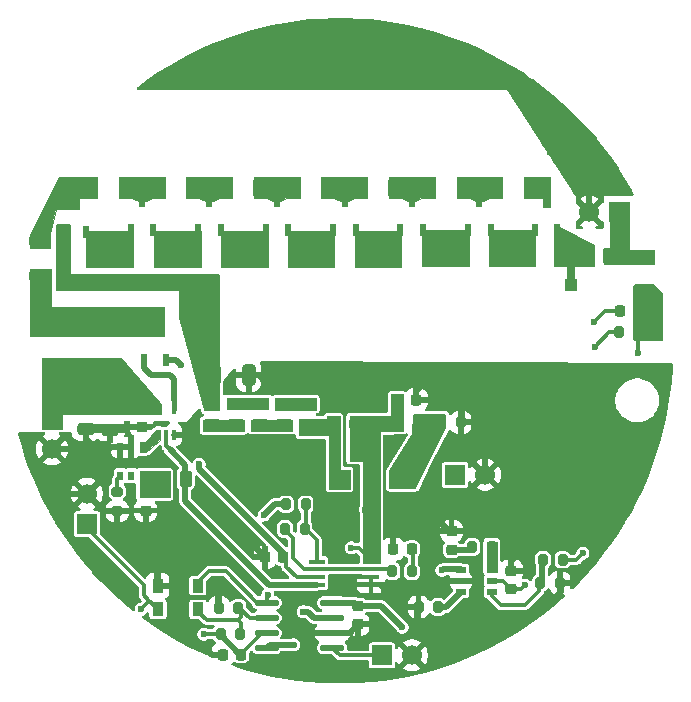
<source format=gbr>
%TF.GenerationSoftware,KiCad,Pcbnew,9.0.7-9.0.7~ubuntu22.04.1*%
%TF.CreationDate,2026-01-21T12:36:38+05:30*%
%TF.ProjectId,HV_POWER_SUPPLY_NEWSHAPE,48565f50-4f57-4455-925f-535550504c59,V1.0*%
%TF.SameCoordinates,Original*%
%TF.FileFunction,Copper,L1,Top*%
%TF.FilePolarity,Positive*%
%FSLAX46Y46*%
G04 Gerber Fmt 4.6, Leading zero omitted, Abs format (unit mm)*
G04 Created by KiCad (PCBNEW 9.0.7-9.0.7~ubuntu22.04.1) date 2026-01-21 12:36:38*
%MOMM*%
%LPD*%
G01*
G04 APERTURE LIST*
G04 Aperture macros list*
%AMRoundRect*
0 Rectangle with rounded corners*
0 $1 Rounding radius*
0 $2 $3 $4 $5 $6 $7 $8 $9 X,Y pos of 4 corners*
0 Add a 4 corners polygon primitive as box body*
4,1,4,$2,$3,$4,$5,$6,$7,$8,$9,$2,$3,0*
0 Add four circle primitives for the rounded corners*
1,1,$1+$1,$2,$3*
1,1,$1+$1,$4,$5*
1,1,$1+$1,$6,$7*
1,1,$1+$1,$8,$9*
0 Add four rect primitives between the rounded corners*
20,1,$1+$1,$2,$3,$4,$5,0*
20,1,$1+$1,$4,$5,$6,$7,0*
20,1,$1+$1,$6,$7,$8,$9,0*
20,1,$1+$1,$8,$9,$2,$3,0*%
G04 Aperture macros list end*
%TA.AperFunction,Conductor*%
%ADD10C,0.050000*%
%TD*%
%TA.AperFunction,Conductor*%
%ADD11C,0.100000*%
%TD*%
%TA.AperFunction,Conductor*%
%ADD12C,0.000000*%
%TD*%
%ADD13C,0.200000*%
%TA.AperFunction,Conductor*%
%ADD14C,0.200000*%
%TD*%
%TA.AperFunction,SMDPad,CuDef*%
%ADD15R,0.600000X1.070003*%
%TD*%
%TA.AperFunction,SMDPad,CuDef*%
%ADD16RoundRect,0.225000X-0.250000X0.225000X-0.250000X-0.225000X0.250000X-0.225000X0.250000X0.225000X0*%
%TD*%
%TA.AperFunction,ComponentPad*%
%ADD17R,1.700000X1.700000*%
%TD*%
%TA.AperFunction,ComponentPad*%
%ADD18C,1.700000*%
%TD*%
%TA.AperFunction,SMDPad,CuDef*%
%ADD19RoundRect,0.200000X0.200000X0.275000X-0.200000X0.275000X-0.200000X-0.275000X0.200000X-0.275000X0*%
%TD*%
%TA.AperFunction,SMDPad,CuDef*%
%ADD20RoundRect,0.250000X-0.262500X-0.450000X0.262500X-0.450000X0.262500X0.450000X-0.262500X0.450000X0*%
%TD*%
%TA.AperFunction,SMDPad,CuDef*%
%ADD21RoundRect,0.250000X-0.325000X-0.650000X0.325000X-0.650000X0.325000X0.650000X-0.325000X0.650000X0*%
%TD*%
%TA.AperFunction,SMDPad,CuDef*%
%ADD22O,2.045009X0.588011*%
%TD*%
%TA.AperFunction,SMDPad,CuDef*%
%ADD23RoundRect,0.225000X0.225000X0.250000X-0.225000X0.250000X-0.225000X-0.250000X0.225000X-0.250000X0*%
%TD*%
%TA.AperFunction,SMDPad,CuDef*%
%ADD24RoundRect,0.250000X-0.475000X0.250000X-0.475000X-0.250000X0.475000X-0.250000X0.475000X0.250000X0*%
%TD*%
%TA.AperFunction,SMDPad,CuDef*%
%ADD25RoundRect,0.200000X-0.200000X-0.275000X0.200000X-0.275000X0.200000X0.275000X-0.200000X0.275000X0*%
%TD*%
%TA.AperFunction,SMDPad,CuDef*%
%ADD26R,6.600000X2.300000*%
%TD*%
%TA.AperFunction,SMDPad,CuDef*%
%ADD27R,0.950013X1.150013*%
%TD*%
%TA.AperFunction,SMDPad,CuDef*%
%ADD28RoundRect,0.250000X-0.450000X0.262500X-0.450000X-0.262500X0.450000X-0.262500X0.450000X0.262500X0*%
%TD*%
%TA.AperFunction,SMDPad,CuDef*%
%ADD29RoundRect,0.200000X-0.275000X0.200000X-0.275000X-0.200000X0.275000X-0.200000X0.275000X0.200000X0*%
%TD*%
%TA.AperFunction,SMDPad,CuDef*%
%ADD30RoundRect,0.225000X-0.225000X-0.250000X0.225000X-0.250000X0.225000X0.250000X-0.225000X0.250000X0*%
%TD*%
%TA.AperFunction,SMDPad,CuDef*%
%ADD31R,1.397003X0.405994*%
%TD*%
%TA.AperFunction,SMDPad,CuDef*%
%ADD32RoundRect,0.218750X-0.256250X0.218750X-0.256250X-0.218750X0.256250X-0.218750X0.256250X0.218750X0*%
%TD*%
%TA.AperFunction,SMDPad,CuDef*%
%ADD33RoundRect,0.250000X0.450000X-0.262500X0.450000X0.262500X-0.450000X0.262500X-0.450000X-0.262500X0*%
%TD*%
%TA.AperFunction,SMDPad,CuDef*%
%ADD34R,0.876300X0.508000*%
%TD*%
%TA.AperFunction,SMDPad,CuDef*%
%ADD35R,0.350013X0.850013*%
%TD*%
%TA.AperFunction,ComponentPad*%
%ADD36C,1.524003*%
%TD*%
%TA.AperFunction,SMDPad,CuDef*%
%ADD37RoundRect,0.225000X0.250000X-0.225000X0.250000X0.225000X-0.250000X0.225000X-0.250000X-0.225000X0*%
%TD*%
%TA.AperFunction,SMDPad,CuDef*%
%ADD38RoundRect,0.250000X-0.650000X0.325000X-0.650000X-0.325000X0.650000X-0.325000X0.650000X0.325000X0*%
%TD*%
%TA.AperFunction,SMDPad,CuDef*%
%ADD39R,1.000000X1.000000*%
%TD*%
%TA.AperFunction,SMDPad,CuDef*%
%ADD40RoundRect,0.250000X0.650000X-0.325000X0.650000X0.325000X-0.650000X0.325000X-0.650000X-0.325000X0*%
%TD*%
%TA.AperFunction,SMDPad,CuDef*%
%ADD41R,0.532004X0.800000*%
%TD*%
%TA.AperFunction,ViaPad*%
%ADD42C,0.600000*%
%TD*%
%TA.AperFunction,Conductor*%
%ADD43C,0.508000*%
%TD*%
%TA.AperFunction,Conductor*%
%ADD44C,0.304800*%
%TD*%
%TA.AperFunction,Conductor*%
%ADD45C,0.355600*%
%TD*%
%TA.AperFunction,Conductor*%
%ADD46C,0.635000*%
%TD*%
%TA.AperFunction,Conductor*%
%ADD47C,0.406400*%
%TD*%
G04 APERTURE END LIST*
D10*
%TO.N,Net-(C17-Pad2)*%
X181120000Y-94476056D02*
X177170000Y-94476056D01*
X177170000Y-91430000D01*
X181120000Y-91430000D01*
X181120000Y-94476056D01*
%TA.AperFunction,Conductor*%
G36*
X181120000Y-94476056D02*
G01*
X177170000Y-94476056D01*
X177170000Y-91430000D01*
X181120000Y-91430000D01*
X181120000Y-94476056D01*
G37*
%TD.AperFunction*%
%TO.N,Net-(C21-Pad2)*%
X186830000Y-94466056D02*
X182880000Y-94466056D01*
X182880000Y-91420000D01*
X186830000Y-91420000D01*
X186830000Y-94466056D01*
%TA.AperFunction,Conductor*%
G36*
X186830000Y-94466056D02*
G01*
X182880000Y-94466056D01*
X182880000Y-91420000D01*
X186830000Y-91420000D01*
X186830000Y-94466056D01*
G37*
%TD.AperFunction*%
%TO.N,Net-(U1-A)*%
X160730000Y-109140000D02*
X159540000Y-110210000D01*
X158960000Y-110210000D01*
X158960000Y-109370000D01*
X159470000Y-109370000D01*
X160360000Y-108300000D01*
X160730000Y-108300000D01*
X160730000Y-109140000D01*
%TA.AperFunction,Conductor*%
G36*
X160730000Y-109140000D02*
G01*
X159540000Y-110210000D01*
X158960000Y-110210000D01*
X158960000Y-109370000D01*
X159470000Y-109370000D01*
X160360000Y-108300000D01*
X160730000Y-108300000D01*
X160730000Y-109140000D01*
G37*
%TD.AperFunction*%
D11*
%TO.N,Net-(U4-OUT)*%
X189200000Y-120350000D02*
X188375000Y-120350000D01*
X188375000Y-117775000D01*
X189200000Y-117775000D01*
X189200000Y-120350000D01*
%TA.AperFunction,Conductor*%
G36*
X189200000Y-120350000D02*
G01*
X188375000Y-120350000D01*
X188375000Y-117775000D01*
X189200000Y-117775000D01*
X189200000Y-120350000D01*
G37*
%TD.AperFunction*%
D10*
%TO.N,Net-(R4-Pad2)*%
X169860000Y-106580000D02*
X166390000Y-106580000D01*
X166390000Y-105600000D01*
X169860000Y-105600000D01*
X169860000Y-106580000D01*
%TA.AperFunction,Conductor*%
G36*
X169860000Y-106580000D02*
G01*
X166390000Y-106580000D01*
X166390000Y-105600000D01*
X169860000Y-105600000D01*
X169860000Y-106580000D01*
G37*
%TD.AperFunction*%
D12*
%TA.AperFunction,Conductor*%
%TO.N,GEIGER_DETECTB*%
G36*
X203300000Y-96743724D02*
G01*
X203300000Y-100680724D01*
X203173000Y-100807724D01*
X200887000Y-100807724D01*
X200760000Y-100680724D01*
X200760000Y-96108724D01*
X200887000Y-95981724D01*
X202538000Y-95981724D01*
X203300000Y-96743724D01*
G37*
%TD.AperFunction*%
D13*
X195450000Y-96000000D02*
X195450000Y-96000000D01*
D10*
%TO.N,Net-(C19-Pad2)*%
X183942342Y-88650000D02*
X182812342Y-88650000D01*
X182322342Y-88940000D01*
X181722342Y-88940000D01*
X181082342Y-88650000D01*
X180052342Y-88650000D01*
X180052342Y-86930000D01*
X180082342Y-86930000D01*
X183942342Y-86930000D01*
X183942342Y-88650000D01*
%TA.AperFunction,Conductor*%
G36*
X183942342Y-88650000D02*
G01*
X182812342Y-88650000D01*
X182322342Y-88940000D01*
X181722342Y-88940000D01*
X181082342Y-88650000D01*
X180052342Y-88650000D01*
X180052342Y-86930000D01*
X180082342Y-86930000D01*
X183942342Y-86930000D01*
X183942342Y-88650000D01*
G37*
%TD.AperFunction*%
%TO.N,/SW_NODE*%
X151500000Y-97900000D02*
X161000000Y-97900000D01*
X161000000Y-100400000D01*
X149700000Y-100400000D01*
X149700000Y-94700000D01*
X151500000Y-94700000D01*
X151500000Y-97900000D01*
%TA.AperFunction,Conductor*%
G36*
X151500000Y-97900000D02*
G01*
X161000000Y-97900000D01*
X161000000Y-100400000D01*
X149700000Y-100400000D01*
X149700000Y-94700000D01*
X151500000Y-94700000D01*
X151500000Y-97900000D01*
G37*
%TD.AperFunction*%
%TO.N,Net-(C12-Pad2)*%
X169800000Y-94496056D02*
X165850000Y-94496056D01*
X165850000Y-91450000D01*
X169800000Y-91450000D01*
X169800000Y-94496056D01*
%TA.AperFunction,Conductor*%
G36*
X169800000Y-94496056D02*
G01*
X165850000Y-94496056D01*
X165850000Y-91450000D01*
X169800000Y-91450000D01*
X169800000Y-94496056D01*
G37*
%TD.AperFunction*%
%TO.N,Net-(C25-Pad2)*%
X193680000Y-89420000D02*
X193100000Y-89420000D01*
X193100000Y-88680000D01*
X191530000Y-88680000D01*
X191530000Y-86900000D01*
X193680000Y-86900000D01*
X193680000Y-89420000D01*
%TA.AperFunction,Conductor*%
G36*
X193680000Y-89420000D02*
G01*
X193100000Y-89420000D01*
X193100000Y-88680000D01*
X191530000Y-88680000D01*
X191530000Y-86900000D01*
X193680000Y-86900000D01*
X193680000Y-89420000D01*
G37*
%TD.AperFunction*%
%TO.N,Net-(C11-Pad2)*%
X166793390Y-88650000D02*
X165663390Y-88650000D01*
X165173390Y-88940000D01*
X164573390Y-88940000D01*
X163933390Y-88650000D01*
X162903390Y-88650000D01*
X162903390Y-86930000D01*
X162933390Y-86930000D01*
X166793390Y-86930000D01*
X166793390Y-88650000D01*
%TA.AperFunction,Conductor*%
G36*
X166793390Y-88650000D02*
G01*
X165663390Y-88650000D01*
X165173390Y-88940000D01*
X164573390Y-88940000D01*
X163933390Y-88650000D01*
X162903390Y-88650000D01*
X162903390Y-86930000D01*
X162933390Y-86930000D01*
X166793390Y-86930000D01*
X166793390Y-88650000D01*
G37*
%TD.AperFunction*%
%TO.N,Net-(C27-Pad2)*%
X197400000Y-92670000D02*
X197400000Y-94420000D01*
X194060000Y-94420000D01*
X194060000Y-90840000D01*
X197400000Y-92670000D01*
%TA.AperFunction,Conductor*%
G36*
X197400000Y-92670000D02*
G01*
X197400000Y-94420000D01*
X194060000Y-94420000D01*
X194060000Y-90840000D01*
X197400000Y-92670000D01*
G37*
%TD.AperFunction*%
%TO.N,Net-(C24-Pad2)*%
X192470000Y-94436056D02*
X188520000Y-94436056D01*
X188520000Y-91390000D01*
X192470000Y-91390000D01*
X192470000Y-94436056D01*
%TA.AperFunction,Conductor*%
G36*
X192470000Y-94436056D02*
G01*
X188520000Y-94436056D01*
X188520000Y-91390000D01*
X192470000Y-91390000D01*
X192470000Y-94436056D01*
G37*
%TD.AperFunction*%
%TO.N,Net-(C16-Pad2)*%
X178221672Y-88652480D02*
X177091672Y-88652480D01*
X176601672Y-88942480D01*
X176001672Y-88942480D01*
X175361672Y-88652480D01*
X174331672Y-88652480D01*
X174331672Y-86932480D01*
X174361672Y-86932480D01*
X178221672Y-86932480D01*
X178221672Y-88652480D01*
%TA.AperFunction,Conductor*%
G36*
X178221672Y-88652480D02*
G01*
X177091672Y-88652480D01*
X176601672Y-88942480D01*
X176001672Y-88942480D01*
X175361672Y-88652480D01*
X174331672Y-88652480D01*
X174331672Y-86932480D01*
X174361672Y-86932480D01*
X178221672Y-86932480D01*
X178221672Y-88652480D01*
G37*
%TD.AperFunction*%
%TO.N,Net-(R10-Pad1)*%
X175890000Y-111690000D02*
X176750000Y-111690000D01*
X176750000Y-113290000D01*
X175000000Y-113290000D01*
X175000000Y-108780000D01*
X172460000Y-108780000D01*
X172460000Y-107400000D01*
X174860000Y-107400000D01*
X174860000Y-107130000D01*
X175890000Y-107130000D01*
X175890000Y-111690000D01*
%TA.AperFunction,Conductor*%
G36*
X175890000Y-111690000D02*
G01*
X176750000Y-111690000D01*
X176750000Y-113290000D01*
X175000000Y-113290000D01*
X175000000Y-108780000D01*
X172460000Y-108780000D01*
X172460000Y-107400000D01*
X174860000Y-107400000D01*
X174860000Y-107130000D01*
X175890000Y-107130000D01*
X175890000Y-111690000D01*
G37*
%TD.AperFunction*%
D14*
%TO.N,Net-(C5-Pad1)*%
X153100000Y-95200000D02*
X165700000Y-95200000D01*
X165700000Y-106600000D01*
X164500000Y-106600000D01*
X162400000Y-98800000D01*
X162400000Y-96500000D01*
X152000000Y-96500000D01*
X152000000Y-94500000D01*
X152000000Y-91000000D01*
X153100000Y-91000000D01*
X153100000Y-95200000D01*
%TA.AperFunction,Conductor*%
G36*
X153100000Y-95200000D02*
G01*
X165700000Y-95200000D01*
X165700000Y-106600000D01*
X164500000Y-106600000D01*
X162400000Y-98800000D01*
X162400000Y-96500000D01*
X152000000Y-96500000D01*
X152000000Y-94500000D01*
X152000000Y-91000000D01*
X153100000Y-91000000D01*
X153100000Y-95200000D01*
G37*
%TD.AperFunction*%
D10*
%TO.N,Net-(C6-Pad2)*%
X155350000Y-88670000D02*
X153800000Y-88670000D01*
X153800000Y-89580000D01*
X151890000Y-89580000D01*
X151400000Y-91750000D01*
X151400000Y-92880000D01*
X149690000Y-92880000D01*
X149690000Y-91790000D01*
X152100000Y-86930000D01*
X155350000Y-86930000D01*
X155350000Y-88670000D01*
%TA.AperFunction,Conductor*%
G36*
X155350000Y-88670000D02*
G01*
X153800000Y-88670000D01*
X153800000Y-89580000D01*
X151890000Y-89580000D01*
X151400000Y-91750000D01*
X151400000Y-92880000D01*
X149690000Y-92880000D01*
X149690000Y-91790000D01*
X152100000Y-86930000D01*
X155350000Y-86930000D01*
X155350000Y-88670000D01*
G37*
%TD.AperFunction*%
D14*
%TO.N,Net-(R11-Pad2)*%
X184820000Y-108170000D02*
X182275000Y-113200000D01*
X180200000Y-113200000D01*
X180200000Y-111800000D01*
X182150000Y-108650000D01*
X182175000Y-107075000D01*
X184825000Y-107075000D01*
X184820000Y-108170000D01*
%TA.AperFunction,Conductor*%
G36*
X184820000Y-108170000D02*
G01*
X182275000Y-113200000D01*
X180200000Y-113200000D01*
X180200000Y-111800000D01*
X182150000Y-108650000D01*
X182175000Y-107075000D01*
X184825000Y-107075000D01*
X184820000Y-108170000D01*
G37*
%TD.AperFunction*%
D10*
%TO.N,Net-(C23-Pad2)*%
X189681672Y-88642480D02*
X188551672Y-88642480D01*
X188061672Y-88932480D01*
X187461672Y-88932480D01*
X186821672Y-88642480D01*
X185791672Y-88642480D01*
X185791672Y-86922480D01*
X185821672Y-86922480D01*
X189681672Y-86922480D01*
X189681672Y-88642480D01*
%TA.AperFunction,Conductor*%
G36*
X189681672Y-88642480D02*
G01*
X188551672Y-88642480D01*
X188061672Y-88932480D01*
X187461672Y-88932480D01*
X186821672Y-88642480D01*
X185791672Y-88642480D01*
X185791672Y-86922480D01*
X185821672Y-86922480D01*
X189681672Y-86922480D01*
X189681672Y-88642480D01*
G37*
%TD.AperFunction*%
%TO.N,Net-(U3-V+)*%
X161520000Y-114020000D02*
X158960000Y-114020000D01*
X158960000Y-111800000D01*
X161520000Y-111800000D01*
X161520000Y-114020000D01*
%TA.AperFunction,Conductor*%
G36*
X161520000Y-114020000D02*
G01*
X158960000Y-114020000D01*
X158960000Y-111800000D01*
X161520000Y-111800000D01*
X161520000Y-114020000D01*
G37*
%TD.AperFunction*%
%TO.N,Net-(R20-Pad2)*%
X173929184Y-106600000D02*
X170459184Y-106600000D01*
X170459184Y-105620000D01*
X173929184Y-105620000D01*
X173929184Y-106600000D01*
%TA.AperFunction,Conductor*%
G36*
X173929184Y-106600000D02*
G01*
X170459184Y-106600000D01*
X170459184Y-105620000D01*
X173929184Y-105620000D01*
X173929184Y-106600000D01*
G37*
%TD.AperFunction*%
%TO.N,Net-(C10-Pad2)*%
X164152376Y-94520000D02*
X160202376Y-94520000D01*
X160202376Y-91473944D01*
X164152376Y-91473944D01*
X164152376Y-94520000D01*
%TA.AperFunction,Conductor*%
G36*
X164152376Y-94520000D02*
G01*
X160202376Y-94520000D01*
X160202376Y-91473944D01*
X164152376Y-91473944D01*
X164152376Y-94520000D01*
G37*
%TD.AperFunction*%
%TO.N,Net-(C14-Pad2)*%
X172511672Y-88652480D02*
X171381672Y-88652480D01*
X170891672Y-88942480D01*
X170291672Y-88942480D01*
X169651672Y-88652480D01*
X168621672Y-88652480D01*
X168621672Y-86932480D01*
X168651672Y-86932480D01*
X172511672Y-86932480D01*
X172511672Y-88652480D01*
%TA.AperFunction,Conductor*%
G36*
X172511672Y-88652480D02*
G01*
X171381672Y-88652480D01*
X170891672Y-88942480D01*
X170291672Y-88942480D01*
X169651672Y-88652480D01*
X168621672Y-88652480D01*
X168621672Y-86932480D01*
X168651672Y-86932480D01*
X172511672Y-86932480D01*
X172511672Y-88652480D01*
G37*
%TD.AperFunction*%
%TO.N,Net-(C11-Pad1)*%
X161100000Y-88650000D02*
X159970000Y-88650000D01*
X159480000Y-88940000D01*
X158880000Y-88940000D01*
X158240000Y-88650000D01*
X157210000Y-88650000D01*
X157210000Y-86930000D01*
X157240000Y-86930000D01*
X161100000Y-86930000D01*
X161100000Y-88650000D01*
%TA.AperFunction,Conductor*%
G36*
X161100000Y-88650000D02*
G01*
X159970000Y-88650000D01*
X159480000Y-88940000D01*
X158880000Y-88940000D01*
X158240000Y-88650000D01*
X157210000Y-88650000D01*
X157210000Y-86930000D01*
X157240000Y-86930000D01*
X161100000Y-86930000D01*
X161100000Y-88650000D01*
G37*
%TD.AperFunction*%
%TO.N,SYS_5V*%
X160740000Y-106080000D02*
X160740000Y-106930000D01*
X152380000Y-106930000D01*
X152380000Y-108220000D01*
X150660000Y-108220000D01*
X150660000Y-102190000D01*
X150810000Y-102190000D01*
X157380000Y-102190000D01*
X160740000Y-106080000D01*
%TA.AperFunction,Conductor*%
G36*
X160740000Y-106080000D02*
G01*
X160740000Y-106930000D01*
X152380000Y-106930000D01*
X152380000Y-108220000D01*
X150660000Y-108220000D01*
X150660000Y-102190000D01*
X150810000Y-102190000D01*
X157380000Y-102190000D01*
X160740000Y-106080000D01*
G37*
%TD.AperFunction*%
%TO.N,Net-(C15-Pad2)*%
X175450000Y-94486056D02*
X171500000Y-94486056D01*
X171500000Y-91440000D01*
X175450000Y-91440000D01*
X175450000Y-94486056D01*
%TA.AperFunction,Conductor*%
G36*
X175450000Y-94486056D02*
G01*
X171500000Y-94486056D01*
X171500000Y-91440000D01*
X175450000Y-91440000D01*
X175450000Y-94486056D01*
G37*
%TD.AperFunction*%
%TO.N,Net-(R3-Pad2)*%
X167810000Y-108420000D02*
X164340000Y-108420000D01*
X164340000Y-107440000D01*
X167810000Y-107440000D01*
X167810000Y-108420000D01*
%TA.AperFunction,Conductor*%
G36*
X167810000Y-108420000D02*
G01*
X164340000Y-108420000D01*
X164340000Y-107440000D01*
X167810000Y-107440000D01*
X167810000Y-108420000D01*
G37*
%TD.AperFunction*%
%TO.N,Net-(J5-Pin_1)*%
X200400000Y-93080000D02*
X202540000Y-93080000D01*
X202540000Y-94270000D01*
X198250000Y-94270000D01*
X198250000Y-92980000D01*
X198760000Y-92980000D01*
X198750000Y-89030000D01*
X200410000Y-89030000D01*
X200400000Y-93080000D01*
%TA.AperFunction,Conductor*%
G36*
X200400000Y-93080000D02*
G01*
X202540000Y-93080000D01*
X202540000Y-94270000D01*
X198250000Y-94270000D01*
X198250000Y-92980000D01*
X198760000Y-92980000D01*
X198750000Y-89030000D01*
X200410000Y-89030000D01*
X200400000Y-93080000D01*
G37*
%TD.AperFunction*%
%TO.N,Net-(C10-Pad1)*%
X158400000Y-94520000D02*
X154450000Y-94520000D01*
X154450000Y-91473944D01*
X158400000Y-91473944D01*
X158400000Y-94520000D01*
%TA.AperFunction,Conductor*%
G36*
X158400000Y-94520000D02*
G01*
X154450000Y-94520000D01*
X154450000Y-91473944D01*
X158400000Y-91473944D01*
X158400000Y-94520000D01*
G37*
%TD.AperFunction*%
%TO.N,POT_METER*%
X181280000Y-108410000D02*
X179280000Y-108420000D01*
X179290000Y-119610000D01*
X177870000Y-119610000D01*
X177880000Y-110900000D01*
X176740000Y-110900000D01*
X176740000Y-107120000D01*
X180250000Y-107120000D01*
X180250000Y-105290000D01*
X181280000Y-105290000D01*
X181280000Y-108410000D01*
%TA.AperFunction,Conductor*%
G36*
X181280000Y-108410000D02*
G01*
X179280000Y-108420000D01*
X179290000Y-119610000D01*
X177870000Y-119610000D01*
X177880000Y-110900000D01*
X176740000Y-110900000D01*
X176740000Y-107120000D01*
X180250000Y-107120000D01*
X180250000Y-105290000D01*
X181280000Y-105290000D01*
X181280000Y-108410000D01*
G37*
%TD.AperFunction*%
%TO.N,Net-(R20-Pad1)*%
X171870000Y-108410000D02*
X168400000Y-108410000D01*
X168400000Y-107430000D01*
X171870000Y-107430000D01*
X171870000Y-108410000D01*
%TA.AperFunction,Conductor*%
G36*
X171870000Y-108410000D02*
G01*
X168400000Y-108410000D01*
X168400000Y-107430000D01*
X171870000Y-107430000D01*
X171870000Y-108410000D01*
G37*
%TD.AperFunction*%
%TD*%
D15*
%TO.P,D2,1,1*%
%TO.N,Net-(C5-Pad1)*%
X152560038Y-91514513D03*
%TO.P,D2,2,2*%
%TO.N,Net-(C10-Pad1)*%
X154459962Y-91514513D03*
%TO.P,D2,3,3*%
%TO.N,Net-(C6-Pad2)*%
X153510000Y-89044359D03*
%TD*%
D16*
%TO.P,C1,1*%
%TO.N,Net-(U3-V+)*%
X159460653Y-113585000D03*
%TO.P,C1,2*%
%TO.N,GND*%
X159460653Y-115135000D03*
%TD*%
D17*
%TO.P,J1,1,Pin_1*%
%TO.N,IO_VREF*%
X154500000Y-116250000D03*
D18*
%TO.P,J1,2,Pin_2*%
%TO.N,GND*%
X154500000Y-113710000D03*
%TD*%
D15*
%TO.P,D7,1,1*%
%TO.N,Net-(C17-Pad2)*%
X181050000Y-91364513D03*
%TO.P,D7,2,2*%
%TO.N,Net-(C21-Pad2)*%
X182949924Y-91364513D03*
%TO.P,D7,3,3*%
%TO.N,Net-(C19-Pad2)*%
X181999962Y-88894359D03*
%TD*%
%TO.P,D3,1,1*%
%TO.N,Net-(C10-Pad1)*%
X158230038Y-91364513D03*
%TO.P,D3,2,2*%
%TO.N,Net-(C10-Pad2)*%
X160129962Y-91364513D03*
%TO.P,D3,3,3*%
%TO.N,Net-(C11-Pad1)*%
X159180000Y-88894359D03*
%TD*%
D19*
%TO.P,R22,1*%
%TO.N,Net-(U4-OUT)*%
X188785000Y-118220000D03*
%TO.P,R22,2*%
%TO.N,Net-(DS1-Pad2)*%
X187135000Y-118220000D03*
%TD*%
%TO.P,R27,1*%
%TO.N,Net-(U5B-IN+)*%
X167325000Y-123350000D03*
%TO.P,R27,2*%
%TO.N,GND*%
X165675000Y-123350000D03*
%TD*%
D20*
%TO.P,R2,1*%
%TO.N,Net-(U3-V+)*%
X161037500Y-112450000D03*
%TO.P,R2,2*%
%TO.N,BOOST_EN*%
X162862500Y-112450000D03*
%TD*%
D21*
%TO.P,C8,1*%
%TO.N,Net-(C6-Pad2)*%
X154825000Y-87800000D03*
%TO.P,C8,2*%
%TO.N,Net-(C11-Pad1)*%
X157775000Y-87800000D03*
%TD*%
D22*
%TO.P,U5,1,OUT*%
%TO.N,/Page 2/HV_PG*%
X175262416Y-126745004D03*
%TO.P,U5,2,V-*%
%TO.N,GND*%
X175262416Y-125475001D03*
%TO.P,U5,3,IN+*%
%TO.N,POT_METER*%
X175262416Y-124204999D03*
%TO.P,U5,4,IN-*%
%TO.N,Net-(U5A-IN-)*%
X175262416Y-122934996D03*
%TO.P,U5,5,IN-*%
%TO.N,GEIGER_DETECTB*%
X169717584Y-122934996D03*
%TO.P,U5,6,IN+*%
%TO.N,Net-(U5B-IN+)*%
X169717584Y-124204999D03*
%TO.P,U5,7,V+*%
%TO.N,IO_VREF*%
X169717584Y-125475001D03*
%TO.P,U5,8,OUT*%
%TO.N,/Page 2/DETECT_OUTPUT*%
X169717584Y-126745004D03*
%TD*%
D23*
%TO.P,C18,1*%
%TO.N,Net-(C18-Pad1)*%
X182005000Y-118394619D03*
%TO.P,C18,2*%
%TO.N,GND*%
X180455000Y-118394619D03*
%TD*%
D24*
%TO.P,C2,1*%
%TO.N,SYS_5V*%
X154430000Y-106360000D03*
%TO.P,C2,2*%
%TO.N,GND*%
X154430000Y-108260000D03*
%TD*%
D21*
%TO.P,C19,1*%
%TO.N,Net-(C16-Pad2)*%
X177655000Y-87800000D03*
%TO.P,C19,2*%
%TO.N,Net-(C19-Pad2)*%
X180605000Y-87800000D03*
%TD*%
D25*
%TO.P,R16,1*%
%TO.N,Net-(U2-IN+)*%
X180365000Y-120290000D03*
%TO.P,R16,2*%
%TO.N,Net-(C18-Pad1)*%
X182015000Y-120290000D03*
%TD*%
D15*
%TO.P,Q2,1,G*%
%TO.N,Net-(Q2-G)*%
X159330038Y-102425077D03*
%TO.P,Q2,2,S*%
%TO.N,GND*%
X161229962Y-102425077D03*
%TO.P,Q2,3,D*%
%TO.N,/SW_NODE*%
X160280000Y-99954923D03*
%TD*%
D21*
%TO.P,C23,1*%
%TO.N,Net-(C19-Pad2)*%
X183435000Y-87800000D03*
%TO.P,C23,2*%
%TO.N,Net-(C23-Pad2)*%
X186385000Y-87800000D03*
%TD*%
D15*
%TO.P,D5,1,1*%
%TO.N,Net-(C12-Pad2)*%
X169660038Y-91364513D03*
%TO.P,D5,2,2*%
%TO.N,Net-(C15-Pad2)*%
X171559962Y-91364513D03*
%TO.P,D5,3,3*%
%TO.N,Net-(C14-Pad2)*%
X170610000Y-88894359D03*
%TD*%
%TO.P,D8,1,1*%
%TO.N,Net-(C21-Pad2)*%
X186780038Y-91364513D03*
%TO.P,D8,2,2*%
%TO.N,Net-(C24-Pad2)*%
X188679962Y-91364513D03*
%TO.P,D8,3,3*%
%TO.N,Net-(C23-Pad2)*%
X187730000Y-88894359D03*
%TD*%
D21*
%TO.P,C21,1*%
%TO.N,Net-(C17-Pad2)*%
X180525000Y-93590000D03*
%TO.P,C21,2*%
%TO.N,Net-(C21-Pad2)*%
X183475000Y-93590000D03*
%TD*%
%TO.P,C25,1*%
%TO.N,Net-(C23-Pad2)*%
X189115000Y-87800000D03*
%TO.P,C25,2*%
%TO.N,Net-(C25-Pad2)*%
X192065000Y-87800000D03*
%TD*%
D26*
%TO.P,L1,1,1*%
%TO.N,/SW_NODE*%
X154070000Y-99030000D03*
%TO.P,L1,2,2*%
%TO.N,SYS_5V*%
X154070000Y-103330000D03*
%TD*%
D21*
%TO.P,C10,1*%
%TO.N,Net-(C10-Pad1)*%
X157895000Y-93650000D03*
%TO.P,C10,2*%
%TO.N,Net-(C10-Pad2)*%
X160845000Y-93650000D03*
%TD*%
D15*
%TO.P,D6,1,1*%
%TO.N,Net-(C15-Pad2)*%
X175360038Y-91364513D03*
%TO.P,D6,2,2*%
%TO.N,Net-(C17-Pad2)*%
X177259962Y-91364513D03*
%TO.P,D6,3,3*%
%TO.N,Net-(C16-Pad2)*%
X176310000Y-88894359D03*
%TD*%
D23*
%TO.P,C22,1*%
%TO.N,IO_VREF*%
X167550000Y-127325000D03*
%TO.P,C22,2*%
%TO.N,GND*%
X166000000Y-127325000D03*
%TD*%
D27*
%TO.P,D1,1,1*%
%TO.N,Net-(C5-Pad1)*%
X163992405Y-98490000D03*
%TO.P,D1,2,2*%
%TO.N,/SW_NODE*%
X160607595Y-98490000D03*
%TD*%
D28*
%TO.P,R3,1*%
%TO.N,Net-(C5-Pad1)*%
X165100000Y-106107500D03*
%TO.P,R3,2*%
%TO.N,Net-(R3-Pad2)*%
X165100000Y-107932500D03*
%TD*%
D29*
%TO.P,R1,1*%
%TO.N,Net-(U3-SET)*%
X157060653Y-113530000D03*
%TO.P,R1,2*%
%TO.N,GND*%
X157060653Y-115180000D03*
%TD*%
D25*
%TO.P,R14,1*%
%TO.N,Net-(U4-DIV)*%
X192875000Y-121250000D03*
%TO.P,R14,2*%
%TO.N,GND*%
X194525000Y-121250000D03*
%TD*%
D30*
%TO.P,C9,1*%
%TO.N,POT_METER*%
X180850000Y-105750000D03*
%TO.P,C9,2*%
%TO.N,GND*%
X182400000Y-105750000D03*
%TD*%
D31*
%TO.P,U2,1,GND*%
%TO.N,GND*%
X178549975Y-121402292D03*
%TO.P,U2,2,V-*%
X178549975Y-120752305D03*
%TO.P,U2,3,IN+*%
%TO.N,Net-(U2-IN+)*%
X178549975Y-120102063D03*
%TO.P,U2,4,IN-*%
%TO.N,POT_METER*%
X178549975Y-119452076D03*
%TO.P,U2,5,HYST*%
%TO.N,Net-(U2-HYST)*%
X173950025Y-119452076D03*
%TO.P,U2,6,REF*%
%TO.N,Net-(U2-IN+)*%
X173950025Y-120102063D03*
%TO.P,U2,7,V+*%
%TO.N,SYS_5V*%
X173950025Y-120752305D03*
%TO.P,U2,8,OUT*%
%TO.N,BOOST_EN*%
X173950025Y-121402292D03*
%TD*%
D21*
%TO.P,C14,1*%
%TO.N,Net-(C11-Pad2)*%
X166245000Y-87800000D03*
%TO.P,C14,2*%
%TO.N,Net-(C14-Pad2)*%
X169195000Y-87800000D03*
%TD*%
D25*
%TO.P,R12,1*%
%TO.N,Net-(U2-IN+)*%
X171275000Y-116700000D03*
%TO.P,R12,2*%
%TO.N,Net-(U2-HYST)*%
X172925000Y-116700000D03*
%TD*%
D17*
%TO.P,J5,1,Pin_1*%
%TO.N,Net-(J5-Pin_1)*%
X199565000Y-89860000D03*
D18*
%TO.P,J5,2,Pin_2*%
%TO.N,GND*%
X197025000Y-89860000D03*
%TD*%
D25*
%TO.P,R28,1*%
%TO.N,IO_VREF*%
X165825000Y-125600000D03*
%TO.P,R28,2*%
%TO.N,Net-(U5B-IN+)*%
X167475000Y-125600000D03*
%TD*%
D21*
%TO.P,C7,1*%
%TO.N,Net-(C5-Pad1)*%
X152575000Y-93670000D03*
%TO.P,C7,2*%
%TO.N,Net-(C10-Pad1)*%
X155525000Y-93670000D03*
%TD*%
%TO.P,C24,1*%
%TO.N,Net-(C21-Pad2)*%
X186175000Y-93570000D03*
%TO.P,C24,2*%
%TO.N,Net-(C24-Pad2)*%
X189125000Y-93570000D03*
%TD*%
%TO.P,C17,1*%
%TO.N,Net-(C15-Pad2)*%
X174865000Y-93620000D03*
%TO.P,C17,2*%
%TO.N,Net-(C17-Pad2)*%
X177815000Y-93620000D03*
%TD*%
D23*
%TO.P,C20,1*%
%TO.N,SYS_5V*%
X171125000Y-119100000D03*
%TO.P,C20,2*%
%TO.N,GND*%
X169575000Y-119100000D03*
%TD*%
D32*
%TO.P,DS1,1*%
%TO.N,GND*%
X185370000Y-116872500D03*
%TO.P,DS1,2*%
%TO.N,Net-(DS1-Pad2)*%
X185370000Y-118447500D03*
%TD*%
D33*
%TO.P,R4,1*%
%TO.N,Net-(R3-Pad2)*%
X167130000Y-107932500D03*
%TO.P,R4,2*%
%TO.N,Net-(R4-Pad2)*%
X167130000Y-106107500D03*
%TD*%
D27*
%TO.P,D12,1,1*%
%TO.N,GEIGER_DETECTB*%
X163892405Y-121500000D03*
%TO.P,D12,2,2*%
%TO.N,GND*%
X160507595Y-121500000D03*
%TD*%
D17*
%TO.P,J4,1,Pin_1*%
%TO.N,/Page 2/HV_PG*%
X179475000Y-127400000D03*
D18*
%TO.P,J4,2,Pin_2*%
%TO.N,GND*%
X182015000Y-127400000D03*
%TD*%
D28*
%TO.P,R5,1*%
%TO.N,Net-(R4-Pad2)*%
X169160000Y-106107500D03*
%TO.P,R5,2*%
%TO.N,Net-(R20-Pad1)*%
X169160000Y-107932500D03*
%TD*%
D15*
%TO.P,D4,1,1*%
%TO.N,Net-(C10-Pad2)*%
X163920038Y-91364513D03*
%TO.P,D4,2,2*%
%TO.N,Net-(C12-Pad2)*%
X165819962Y-91364513D03*
%TO.P,D4,3,3*%
%TO.N,Net-(C11-Pad2)*%
X164870000Y-88894359D03*
%TD*%
D21*
%TO.P,C16,1*%
%TO.N,Net-(C14-Pad2)*%
X171965000Y-87800000D03*
%TO.P,C16,2*%
%TO.N,Net-(C16-Pad2)*%
X174915000Y-87800000D03*
%TD*%
D34*
%TO.P,U4,1,IN*%
%TO.N,/Page 2/DETECT_OUTPUT*%
X186165550Y-120129999D03*
%TO.P,U4,2,GND*%
%TO.N,GND*%
X186165550Y-121080000D03*
%TO.P,U4,3,SET*%
%TO.N,Net-(U4-SET)*%
X186165550Y-122030001D03*
%TO.P,U4,4,DIV*%
%TO.N,Net-(U4-DIV)*%
X188794450Y-122030001D03*
%TO.P,U4,5,V+*%
%TO.N,IO_VREF*%
X188794450Y-121080000D03*
%TO.P,U4,6,OUT*%
%TO.N,Net-(U4-OUT)*%
X188794450Y-120129999D03*
%TD*%
D19*
%TO.P,R21,1*%
%TO.N,GEIGER_DETECTB*%
X201175000Y-100060000D03*
%TO.P,R21,2*%
%TO.N,IO_VREF*%
X199525000Y-100060000D03*
%TD*%
D21*
%TO.P,C15,1*%
%TO.N,Net-(C12-Pad2)*%
X169205000Y-93580000D03*
%TO.P,C15,2*%
%TO.N,Net-(C15-Pad2)*%
X172155000Y-93580000D03*
%TD*%
%TO.P,C11,1*%
%TO.N,Net-(C11-Pad1)*%
X160545000Y-87800000D03*
%TO.P,C11,2*%
%TO.N,Net-(C11-Pad2)*%
X163495000Y-87800000D03*
%TD*%
D35*
%TO.P,U1,1,A*%
%TO.N,Net-(U1-A)*%
X160570013Y-108710076D03*
%TO.P,U1,2,B*%
%TO.N,BOOST_EN*%
X161220000Y-108710076D03*
%TO.P,U1,3,GND*%
%TO.N,GND*%
X161869987Y-108710076D03*
%TO.P,U1,4,Y*%
%TO.N,Net-(Q2-G)*%
X161869987Y-106509924D03*
%TO.P,U1,5,VCC*%
%TO.N,SYS_5V*%
X160570013Y-106509924D03*
%TD*%
D16*
%TO.P,C4,1*%
%TO.N,SYS_5V*%
X159130000Y-106480000D03*
%TO.P,C4,2*%
%TO.N,GND*%
X159130000Y-108030000D03*
%TD*%
D25*
%TO.P,R11,1*%
%TO.N,POT_METER*%
X180847500Y-107680000D03*
%TO.P,R11,2*%
%TO.N,Net-(R11-Pad2)*%
X182497500Y-107680000D03*
%TD*%
D24*
%TO.P,C3,1*%
%TO.N,SYS_5V*%
X156480000Y-106380000D03*
%TO.P,C3,2*%
%TO.N,GND*%
X156480000Y-108280000D03*
%TD*%
D23*
%TO.P,C28,1*%
%TO.N,GEIGER_DETECTB*%
X201150000Y-98230000D03*
%TO.P,C28,2*%
%TO.N,IO_VREF*%
X199600000Y-98230000D03*
%TD*%
D19*
%TO.P,R13,1*%
%TO.N,Net-(U2-HYST)*%
X173025000Y-114600000D03*
%TO.P,R13,2*%
%TO.N,Net-(U5A-IN-)*%
X171375000Y-114600000D03*
%TD*%
D33*
%TO.P,R20,1*%
%TO.N,Net-(R20-Pad1)*%
X171190000Y-107932500D03*
%TO.P,R20,2*%
%TO.N,Net-(R20-Pad2)*%
X171190000Y-106107500D03*
%TD*%
D19*
%TO.P,R6,1*%
%TO.N,Net-(U4-SET)*%
X184225000Y-123300000D03*
%TO.P,R6,2*%
%TO.N,GND*%
X182575000Y-123300000D03*
%TD*%
D36*
%TO.P,R9,1,1*%
%TO.N,Net-(R11-Pad2)*%
X181100000Y-112529997D03*
%TO.P,R9,2,2*%
%TO.N,POT_METER*%
X178559995Y-115070003D03*
%TO.P,R9,3,3*%
%TO.N,Net-(R10-Pad1)*%
X176019990Y-112529997D03*
%TD*%
D29*
%TO.P,R7,1*%
%TO.N,Net-(R20-Pad2)*%
X173220000Y-106195000D03*
%TO.P,R7,2*%
%TO.N,Net-(R10-Pad1)*%
X173220000Y-107845000D03*
%TD*%
D19*
%TO.P,R15,1*%
%TO.N,IO_VREF*%
X194775000Y-119300000D03*
%TO.P,R15,2*%
%TO.N,Net-(U4-DIV)*%
X193125000Y-119300000D03*
%TD*%
D21*
%TO.P,C27,1*%
%TO.N,Net-(C24-Pad2)*%
X191705000Y-93520000D03*
%TO.P,C27,2*%
%TO.N,Net-(C27-Pad2)*%
X194655000Y-93520000D03*
%TD*%
D37*
%TO.P,C29,1*%
%TO.N,IO_VREF*%
X190430000Y-121780000D03*
%TO.P,C29,2*%
%TO.N,GND*%
X190430000Y-120230000D03*
%TD*%
D15*
%TO.P,D9,1,1*%
%TO.N,Net-(C24-Pad2)*%
X192440038Y-91364513D03*
%TO.P,D9,2,2*%
%TO.N,Net-(C27-Pad2)*%
X194339962Y-91364513D03*
%TO.P,D9,3,3*%
%TO.N,Net-(C25-Pad2)*%
X193390000Y-88894359D03*
%TD*%
D38*
%TO.P,C26,1*%
%TO.N,Net-(J5-Pin_1)*%
X201660000Y-93635000D03*
%TO.P,C26,2*%
%TO.N,GEIGER_DETECTB*%
X201660000Y-96585000D03*
%TD*%
D39*
%TO.P,TP1,1,1*%
%TO.N,Net-(C27-Pad2)*%
X195450000Y-96000000D03*
%TD*%
D40*
%TO.P,C6,1*%
%TO.N,/SW_NODE*%
X150525000Y-95275000D03*
%TO.P,C6,2*%
%TO.N,Net-(C6-Pad2)*%
X150525000Y-92325000D03*
%TD*%
D41*
%TO.P,U3,1,OUT*%
%TO.N,Net-(U1-A)*%
X159210000Y-109779950D03*
%TO.P,U3,2,GND*%
%TO.N,GND*%
X158260038Y-109779950D03*
%TO.P,U3,3,DIV*%
X157310076Y-109779950D03*
%TO.P,U3,4,SET*%
%TO.N,Net-(U3-SET)*%
X157310076Y-112180000D03*
%TO.P,U3,5,GRD*%
%TO.N,unconnected-(U3-GRD-Pad5)*%
X158260038Y-112180000D03*
%TO.P,U3,6,V+*%
%TO.N,Net-(U3-V+)*%
X159210000Y-112180000D03*
%TD*%
D17*
%TO.P,J2,1,Pin_1*%
%TO.N,SYS_5V*%
X151540000Y-107390000D03*
D18*
%TO.P,J2,2,Pin_2*%
%TO.N,GND*%
X151540000Y-109930000D03*
%TD*%
D25*
%TO.P,R10,1*%
%TO.N,Net-(R10-Pad1)*%
X175497500Y-107782500D03*
%TO.P,R10,2*%
%TO.N,POT_METER*%
X177147500Y-107782500D03*
%TD*%
D16*
%TO.P,C13,1*%
%TO.N,Net-(U5A-IN-)*%
X177450000Y-123225000D03*
%TO.P,C13,2*%
%TO.N,GND*%
X177450000Y-124775000D03*
%TD*%
D17*
%TO.P,J3,1,Pin_1*%
%TO.N,/Page 2/DETECT_OUTPUT*%
X185675000Y-112100000D03*
D18*
%TO.P,J3,2,Pin_2*%
%TO.N,GND*%
X188215000Y-112100000D03*
%TD*%
D21*
%TO.P,C5,1*%
%TO.N,Net-(C5-Pad1)*%
X165235000Y-103670000D03*
%TO.P,C5,2*%
%TO.N,GND*%
X168185000Y-103670000D03*
%TD*%
D20*
%TO.P,R19,1*%
%TO.N,Net-(C27-Pad2)*%
X196915000Y-93620000D03*
%TO.P,R19,2*%
%TO.N,Net-(J5-Pin_1)*%
X198740000Y-93620000D03*
%TD*%
D25*
%TO.P,R8,1*%
%TO.N,Net-(R11-Pad2)*%
X184500000Y-107675000D03*
%TO.P,R8,2*%
%TO.N,GND*%
X186150000Y-107675000D03*
%TD*%
D21*
%TO.P,C12,1*%
%TO.N,Net-(C10-Pad2)*%
X163525000Y-93620000D03*
%TO.P,C12,2*%
%TO.N,Net-(C12-Pad2)*%
X166475000Y-93620000D03*
%TD*%
D27*
%TO.P,D11,1,1*%
%TO.N,IO_VREF*%
X160515190Y-123500000D03*
%TO.P,D11,2,2*%
%TO.N,Net-(U5B-IN+)*%
X163900000Y-123500000D03*
%TD*%
D42*
%TO.N,GND*%
X166623438Y-79225000D03*
X195350000Y-81600000D03*
X164351471Y-76300000D03*
X198405000Y-88075000D03*
X170300000Y-74350000D03*
X167526562Y-78425000D03*
X160225000Y-79225000D03*
X199750000Y-87275000D03*
X193425000Y-80775000D03*
X168675000Y-74800000D03*
X177581250Y-78425000D03*
X196837500Y-84775000D03*
X199125000Y-86325000D03*
X184800000Y-75325000D03*
X184000000Y-75075000D03*
X195800000Y-84775000D03*
X164414200Y-126619000D03*
X162053125Y-79225000D03*
X186817000Y-105867200D03*
X156083000Y-110236000D03*
X178495312Y-78425000D03*
X186732813Y-79225000D03*
X165537500Y-77500000D03*
X161139063Y-79225000D03*
X184581800Y-115747800D03*
X193356250Y-82450000D03*
X162956250Y-78425000D03*
X200075000Y-88075000D03*
X185818750Y-79225000D03*
X180350000Y-74175000D03*
X165450000Y-122100000D03*
X185500000Y-75600000D03*
X175592187Y-77500000D03*
X160045400Y-116814600D03*
X168451563Y-79225000D03*
X182918100Y-124752100D03*
X192706250Y-81600000D03*
X180162500Y-77500000D03*
X163881250Y-79225000D03*
X164623437Y-77500000D03*
X186975000Y-76150000D03*
X189475000Y-79225000D03*
X177592188Y-79225000D03*
X180334375Y-79225000D03*
X189450000Y-77550000D03*
X193300000Y-84025000D03*
X165709375Y-79225000D03*
X187475000Y-77500000D03*
X162967188Y-79225000D03*
X194262500Y-82450000D03*
X175191176Y-73825000D03*
X195350000Y-84025000D03*
X183076563Y-79225000D03*
X184632600Y-121310400D03*
X176667187Y-78425000D03*
X163709375Y-77500000D03*
X176858824Y-73900000D03*
X166950000Y-75325000D03*
X176025000Y-73900000D03*
X182151562Y-78425000D03*
X173151800Y-125552200D03*
X194800000Y-86325000D03*
X198450000Y-85450000D03*
X167537500Y-79225000D03*
X181825000Y-74525000D03*
X173010937Y-78425000D03*
X168440625Y-78425000D03*
X179420313Y-79225000D03*
X190250000Y-78325000D03*
X192925000Y-83200000D03*
X192569261Y-79860741D03*
X166612500Y-78425000D03*
X183818750Y-77500000D03*
X162450000Y-102850000D03*
X196530000Y-86325000D03*
X172850000Y-77500000D03*
X173764062Y-77500000D03*
X188500000Y-76875000D03*
X174357353Y-73900000D03*
X155194000Y-109829600D03*
X189464062Y-78425000D03*
X175753125Y-78425000D03*
X193868750Y-83200000D03*
X190881000Y-118922800D03*
X172107813Y-79225000D03*
X186225000Y-75850000D03*
X193391391Y-79860741D03*
X181100000Y-74300000D03*
X169365625Y-79225000D03*
X194350000Y-80725000D03*
X183990625Y-79225000D03*
X195625000Y-87250000D03*
X199240000Y-88075000D03*
X192450000Y-82450000D03*
X170107812Y-77500000D03*
X183388000Y-104013000D03*
X194468750Y-81600000D03*
X164795313Y-79225000D03*
X171125000Y-74175000D03*
X188560938Y-79225000D03*
X173925000Y-78425000D03*
X164784375Y-78425000D03*
X167825000Y-75025000D03*
X196700000Y-83200000D03*
X196735000Y-88075000D03*
X191825000Y-81600000D03*
X163870312Y-78425000D03*
X196075000Y-82450000D03*
X174678125Y-77500000D03*
X178334375Y-77500000D03*
X172096875Y-78425000D03*
X198260000Y-86325000D03*
X169392600Y-104038400D03*
X171021875Y-77500000D03*
X169525000Y-74500000D03*
X157403800Y-116992400D03*
X179654200Y-121793000D03*
X166150000Y-75575000D03*
X190350000Y-79225000D03*
X170268750Y-78425000D03*
X165698437Y-78425000D03*
X165250000Y-75900000D03*
X162026600Y-77495400D03*
X196350000Y-85450000D03*
X174839062Y-78425000D03*
X197875000Y-84775000D03*
X171182812Y-78425000D03*
X191747130Y-79860741D03*
X171193750Y-79225000D03*
X169354687Y-78425000D03*
X175764063Y-79225000D03*
X181990625Y-77500000D03*
X161250000Y-77975000D03*
X193725000Y-84775000D03*
X173523529Y-73925000D03*
X188675000Y-109325000D03*
X183065625Y-78425000D03*
X198718750Y-87225000D03*
X170279688Y-79225000D03*
X178506250Y-79225000D03*
X184904688Y-79225000D03*
X176678125Y-79225000D03*
X172000000Y-74050000D03*
X187635937Y-78425000D03*
X160350000Y-78525000D03*
X168279687Y-77500000D03*
X191300000Y-79075000D03*
X197687500Y-87225000D03*
X184893750Y-78425000D03*
X195168750Y-82450000D03*
X183979687Y-78425000D03*
X167365625Y-77500000D03*
X191575000Y-80875000D03*
X192500000Y-80800000D03*
X186721875Y-78425000D03*
X196375000Y-84025000D03*
X177420312Y-77500000D03*
X188450000Y-77600000D03*
X180323437Y-78425000D03*
X179350000Y-74050000D03*
X152000000Y-113000000D03*
X187646875Y-79225000D03*
X187700000Y-76525000D03*
X179409375Y-78425000D03*
X166451562Y-77500000D03*
X197395000Y-86325000D03*
X173935938Y-79225000D03*
X193587500Y-81600000D03*
X171935937Y-77500000D03*
X191125000Y-78275000D03*
X154203400Y-110617000D03*
X183250000Y-74825000D03*
X182904687Y-77500000D03*
X169193750Y-77500000D03*
X197400000Y-85450000D03*
X163600000Y-109600000D03*
X185807812Y-78425000D03*
X195756250Y-83200000D03*
X174850000Y-79225000D03*
X162683824Y-77175000D03*
X193649600Y-122986800D03*
X178550000Y-73950000D03*
X194325000Y-84025000D03*
X173021875Y-79225000D03*
X186560937Y-77500000D03*
X192225000Y-79075000D03*
X194762500Y-84775000D03*
X167767000Y-117729000D03*
X177725000Y-73900000D03*
X190925000Y-79860741D03*
X181248438Y-79225000D03*
X182162500Y-79225000D03*
X194812500Y-83200000D03*
X195665000Y-86325000D03*
X188550000Y-78425000D03*
X185646875Y-77500000D03*
X181076562Y-77500000D03*
X160400000Y-120100000D03*
X194250000Y-85450000D03*
X180441600Y-117348000D03*
X196656250Y-87225000D03*
X182525000Y-74675000D03*
X184732812Y-77500000D03*
X197400000Y-84025000D03*
X181237500Y-78425000D03*
X179248437Y-77500000D03*
X162042187Y-78425000D03*
X176506250Y-77500000D03*
X172775000Y-73950000D03*
X197570000Y-88075000D03*
X163517647Y-76700000D03*
X195900000Y-88100000D03*
X195300000Y-85450000D03*
%TO.N,SYS_5V*%
X164000000Y-111200000D03*
%TO.N,GEIGER_DETECTB*%
X201200000Y-101800000D03*
X169800000Y-122300000D03*
%TO.N,IO_VREF*%
X191600000Y-121450000D03*
X197400000Y-99200000D03*
X197500000Y-101300000D03*
X159100000Y-123500000D03*
X196500000Y-118750000D03*
X164400000Y-125600000D03*
%TO.N,POT_METER*%
X172800000Y-123700000D03*
X176900000Y-118300000D03*
%TO.N,/Page 2/DETECT_OUTPUT*%
X172000000Y-126500000D03*
X184550000Y-120200000D03*
%TO.N,Net-(U5A-IN-)*%
X169500000Y-115500000D03*
X181200000Y-125000000D03*
%TD*%
D43*
%TO.N,GND*%
X160400000Y-120100000D02*
X160400000Y-121392405D01*
X188215000Y-109785000D02*
X188675000Y-109325000D01*
X157060653Y-116649253D02*
X157403800Y-116992400D01*
X159460653Y-116229853D02*
X160045400Y-116814600D01*
X162025077Y-102425077D02*
X161229962Y-102425077D01*
X154500000Y-113710000D02*
X152710000Y-113710000D01*
X194612500Y-122023900D02*
X193649600Y-122986800D01*
X184581800Y-116255800D02*
X185198500Y-116872500D01*
X151540000Y-109930000D02*
X153516400Y-109930000D01*
X176749999Y-125475001D02*
X177450000Y-124775000D01*
X182400000Y-105750000D02*
X182400000Y-105001000D01*
X157060653Y-115180000D02*
X157060653Y-116649253D01*
X184863000Y-121080000D02*
X184632600Y-121310400D01*
X186165550Y-121080000D02*
X184863000Y-121080000D01*
X152710000Y-113710000D02*
X152000000Y-113000000D01*
X182400000Y-105001000D02*
X183388000Y-104013000D01*
X188215000Y-112100000D02*
X188215000Y-109785000D01*
X175262416Y-125475001D02*
X173228999Y-125475001D01*
X173228999Y-125475001D02*
X173151800Y-125552200D01*
X159130000Y-108030000D02*
X154660000Y-108030000D01*
X168229000Y-117729000D02*
X169575000Y-119075000D01*
X165587500Y-123350000D02*
X165587500Y-122237500D01*
X186237500Y-106446700D02*
X186817000Y-105867200D01*
X156539050Y-109779950D02*
X156083000Y-110236000D01*
D44*
X178549975Y-120752305D02*
X178549975Y-121402292D01*
D43*
X154660000Y-108030000D02*
X154430000Y-108260000D01*
X159460653Y-115135000D02*
X159460653Y-116229853D01*
X163210076Y-108710076D02*
X161869987Y-108710076D01*
X190430000Y-119373800D02*
X190881000Y-118922800D01*
X165120200Y-127325000D02*
X164414200Y-126619000D01*
X185198500Y-116872500D02*
X185370000Y-116872500D01*
X175262416Y-125475001D02*
X176749999Y-125475001D01*
X180441600Y-117348000D02*
X180441600Y-118381219D01*
X153516400Y-109930000D02*
X154203400Y-110617000D01*
X186237500Y-107675000D02*
X186237500Y-106446700D01*
X182487500Y-124321500D02*
X182487500Y-123300000D01*
X166000000Y-127325000D02*
X165120200Y-127325000D01*
X165587500Y-122237500D02*
X165450000Y-122100000D01*
X169024200Y-103670000D02*
X168185000Y-103670000D01*
D44*
X179263492Y-121402292D02*
X179654200Y-121793000D01*
D43*
X194612500Y-121250000D02*
X194612500Y-122023900D01*
X154430000Y-109065600D02*
X155194000Y-109829600D01*
X197035000Y-88375000D02*
X196735000Y-88075000D01*
X180441600Y-118381219D02*
X180455000Y-118394619D01*
X167767000Y-117729000D02*
X168229000Y-117729000D01*
X163600000Y-109100000D02*
X163210076Y-108710076D01*
X197035000Y-89850000D02*
X197035000Y-88375000D01*
X190430000Y-120230000D02*
X190430000Y-119373800D01*
X158260038Y-109779950D02*
X156539050Y-109779950D01*
X169575000Y-119075000D02*
X169575000Y-119100000D01*
X162450000Y-102850000D02*
X162025077Y-102425077D01*
D14*
X160400000Y-121392405D02*
X160507595Y-121500000D01*
D43*
X163600000Y-109600000D02*
X163600000Y-109100000D01*
X154430000Y-108260000D02*
X154430000Y-109065600D01*
X184581800Y-115747800D02*
X184581800Y-116255800D01*
X169392600Y-104038400D02*
X169024200Y-103670000D01*
X182918100Y-124752100D02*
X182487500Y-124321500D01*
D44*
X178549975Y-121402292D02*
X179263492Y-121402292D01*
D45*
%TO.N,SYS_5V*%
X171375000Y-119875000D02*
X171375000Y-119200000D01*
D43*
X171125000Y-118725000D02*
X171125000Y-119100000D01*
X164000000Y-111200000D02*
X164000000Y-111600000D01*
D45*
X172252305Y-120752305D02*
X171375000Y-119875000D01*
D43*
X164000000Y-111600000D02*
X171125000Y-118725000D01*
D45*
X173950025Y-120752305D02*
X172252305Y-120752305D01*
D44*
%TO.N,GEIGER_DETECTB*%
X201200000Y-99224724D02*
X202030000Y-98394724D01*
X169717584Y-122382416D02*
X169800000Y-122300000D01*
X166250000Y-120250000D02*
X168934996Y-122934996D01*
X163937593Y-121162407D02*
X164850000Y-120250000D01*
X201200000Y-101800000D02*
X201200000Y-99224724D01*
X163937593Y-121564619D02*
X163937593Y-121162407D01*
X164850000Y-120250000D02*
X166250000Y-120250000D01*
X168934996Y-122934996D02*
X169717584Y-122934996D01*
X169717584Y-122934996D02*
X169717584Y-122382416D01*
D45*
%TO.N,IO_VREF*%
X195950000Y-119300000D02*
X196500000Y-118750000D01*
X189730000Y-121080000D02*
X190430000Y-121780000D01*
X159300000Y-121422212D02*
X154500000Y-116622212D01*
X194862500Y-119300000D02*
X195950000Y-119300000D01*
X159707595Y-122692405D02*
X160515190Y-123500000D01*
X159707595Y-122892405D02*
X159100000Y-123500000D01*
X191270000Y-121780000D02*
X191600000Y-121450000D01*
X165737500Y-125600000D02*
X164400000Y-125600000D01*
X199600000Y-98230000D02*
X198370000Y-98230000D01*
D44*
X169343518Y-125475001D02*
X167550000Y-127268519D01*
X169717584Y-125475001D02*
X169343518Y-125475001D01*
D45*
X154500000Y-116622212D02*
X154500000Y-116250000D01*
D43*
X167550000Y-127325000D02*
X167462500Y-127325000D01*
D45*
X198370000Y-98230000D02*
X197400000Y-99200000D01*
X198740000Y-100060000D02*
X197500000Y-101300000D01*
X188794450Y-121080000D02*
X189730000Y-121080000D01*
X190430000Y-121780000D02*
X191270000Y-121780000D01*
D43*
X167462500Y-127325000D02*
X165737500Y-125600000D01*
D45*
X199437500Y-100060000D02*
X198740000Y-100060000D01*
X159300000Y-121422212D02*
X159300000Y-122284810D01*
X159300000Y-122284810D02*
X159707595Y-122692405D01*
X159707595Y-122692405D02*
X159707595Y-122892405D01*
D43*
%TO.N,POT_METER*%
X173704999Y-124204999D02*
X175262416Y-124204999D01*
X172800000Y-123700000D02*
X173200000Y-123700000D01*
D45*
X176900000Y-118300000D02*
X177500000Y-118300000D01*
D43*
X173200000Y-123700000D02*
X173704999Y-124204999D01*
D45*
X177500000Y-118300000D02*
X178549975Y-119349975D01*
X178549975Y-119349975D02*
X178549975Y-119452076D01*
D44*
%TO.N,/Page 2/HV_PG*%
X175262416Y-126745004D02*
X175917412Y-127400000D01*
X175917412Y-127400000D02*
X179475000Y-127400000D01*
D43*
%TO.N,BOOST_EN*%
X162803153Y-111253153D02*
X162803153Y-114303153D01*
X161500000Y-109950000D02*
X162803153Y-111253153D01*
X162803153Y-114303153D02*
X169910302Y-121410302D01*
D44*
X161500000Y-109950000D02*
X161220000Y-109670000D01*
D43*
X169910302Y-121410302D02*
X173950025Y-121410302D01*
D44*
X161220000Y-109670000D02*
X161220000Y-108710076D01*
D45*
%TO.N,Net-(C18-Pad1)*%
X182102500Y-120290000D02*
X182102500Y-118492119D01*
X182102500Y-118492119D02*
X182005000Y-118394619D01*
D43*
%TO.N,/Page 2/DETECT_OUTPUT*%
X184650000Y-120100000D02*
X186135551Y-120100000D01*
X172000000Y-126500000D02*
X169962588Y-126500000D01*
X169962588Y-126500000D02*
X169717584Y-126745004D01*
X186135551Y-120100000D02*
X186165550Y-120129999D01*
X184550000Y-120200000D02*
X184650000Y-120100000D01*
D46*
%TO.N,Net-(C27-Pad2)*%
X195450000Y-94315000D02*
X195450000Y-96160000D01*
X194655000Y-93520000D02*
X195450000Y-94315000D01*
D43*
%TO.N,Net-(DS1-Pad2)*%
X186820000Y-118447500D02*
X187047500Y-118220000D01*
X185370000Y-118447500D02*
X186820000Y-118447500D01*
%TO.N,Net-(Q2-G)*%
X159330038Y-102425077D02*
X159330038Y-103030038D01*
D47*
X161869987Y-105769987D02*
X161869987Y-106509924D01*
D43*
X161850000Y-104000000D02*
X161850000Y-105750000D01*
X161500000Y-103650000D02*
X161850000Y-104000000D01*
X159950000Y-103650000D02*
X161500000Y-103650000D01*
X161850000Y-105750000D02*
X161869987Y-105769987D01*
X159330038Y-103030038D02*
X159950000Y-103650000D01*
D44*
%TO.N,Net-(U3-SET)*%
X157060653Y-113530000D02*
X157060653Y-112429423D01*
X157060653Y-112429423D02*
X157310076Y-112180000D01*
D43*
%TO.N,Net-(U4-SET)*%
X184422500Y-123310000D02*
X184885551Y-123310000D01*
X184885551Y-123310000D02*
X186165550Y-122030001D01*
D45*
%TO.N,Net-(U4-DIV)*%
X189550000Y-123150000D02*
X191550000Y-123150000D01*
X192787500Y-121912500D02*
X192787500Y-121250000D01*
X188794450Y-122030001D02*
X188794450Y-122394450D01*
D43*
X193000000Y-119337500D02*
X193000000Y-121237500D01*
X193037500Y-119300000D02*
X193000000Y-119337500D01*
D45*
X191550000Y-123150000D02*
X192787500Y-121912500D01*
X188794450Y-122394450D02*
X189550000Y-123150000D01*
D43*
X192987500Y-121250000D02*
X192787500Y-121250000D01*
X193000000Y-121237500D02*
X192987500Y-121250000D01*
D45*
%TO.N,Net-(U2-HYST)*%
X173012500Y-114700000D02*
X173112500Y-114600000D01*
X173950025Y-117637525D02*
X173012500Y-116700000D01*
X173012500Y-116700000D02*
X173012500Y-114700000D01*
X173950025Y-119452076D02*
X173950025Y-117637525D01*
%TO.N,Net-(U2-IN+)*%
X178549975Y-120102063D02*
X180089563Y-120102063D01*
X171953800Y-119159939D02*
X171953800Y-117466300D01*
X172895924Y-120102063D02*
X171953800Y-119159939D01*
X171953800Y-117466300D02*
X171187500Y-116700000D01*
X173950025Y-120102063D02*
X178549975Y-120102063D01*
X173950025Y-120102063D02*
X172895924Y-120102063D01*
X180089563Y-120102063D02*
X180277500Y-120290000D01*
D43*
%TO.N,Net-(U5A-IN-)*%
X177159996Y-122934996D02*
X177450000Y-123225000D01*
X177450000Y-123225000D02*
X179425000Y-123225000D01*
X169500000Y-115500000D02*
X170400000Y-114600000D01*
X175262416Y-122934996D02*
X177159996Y-122934996D01*
X170400000Y-114600000D02*
X171287500Y-114600000D01*
X179425000Y-123225000D02*
X181200000Y-125000000D01*
D44*
%TO.N,Net-(U5B-IN+)*%
X167562500Y-125600000D02*
X167562500Y-124665900D01*
X167300000Y-124403400D02*
X164626374Y-124403400D01*
X167562500Y-124140900D02*
X167562500Y-123500000D01*
X167562500Y-123500000D02*
X167412500Y-123350000D01*
X168267499Y-124204999D02*
X167412500Y-123350000D01*
X167300000Y-124403400D02*
X167562500Y-124140900D01*
X169717584Y-124204999D02*
X168267499Y-124204999D01*
X164626374Y-124403400D02*
X163997593Y-123774619D01*
X167562500Y-124665900D02*
X167300000Y-124403400D01*
%TD*%
%TA.AperFunction,Conductor*%
%TO.N,GND*%
G36*
X203980356Y-102633463D02*
G01*
X204047321Y-102653393D01*
X204092882Y-102706364D01*
X204103813Y-102762098D01*
X204087903Y-103187304D01*
X204087643Y-103191935D01*
X204009256Y-104237940D01*
X204008823Y-104242557D01*
X203891380Y-105284892D01*
X203890775Y-105289489D01*
X203734437Y-106326719D01*
X203733660Y-106331291D01*
X203538654Y-107361929D01*
X203537707Y-107366469D01*
X203304296Y-108389106D01*
X203303180Y-108393607D01*
X203031692Y-109406814D01*
X203030408Y-109411270D01*
X202721235Y-110413586D01*
X202719786Y-110417991D01*
X202373332Y-111408102D01*
X202371718Y-111412449D01*
X201988516Y-112388830D01*
X201986742Y-112393115D01*
X201567268Y-113354559D01*
X201565334Y-113358774D01*
X201110216Y-114303836D01*
X201108126Y-114307975D01*
X200618001Y-115235337D01*
X200615758Y-115239396D01*
X200091290Y-116147801D01*
X200088897Y-116151773D01*
X199530830Y-117039932D01*
X199528290Y-117043812D01*
X198937392Y-117910500D01*
X198934708Y-117914282D01*
X198311836Y-118758244D01*
X198309013Y-118761923D01*
X197655008Y-119582019D01*
X197652058Y-119585579D01*
X196967818Y-120380680D01*
X196964747Y-120384116D01*
X196251303Y-121153026D01*
X196248086Y-121156366D01*
X195623244Y-121781208D01*
X195561921Y-121814693D01*
X195492229Y-121809709D01*
X195436296Y-121767837D01*
X195411879Y-121702373D01*
X195417180Y-121656628D01*
X195418591Y-121652100D01*
X195425000Y-121581572D01*
X195425000Y-121500000D01*
X194775000Y-121500000D01*
X194775000Y-122224999D01*
X194781581Y-122224999D01*
X194832535Y-122220369D01*
X194901080Y-122233906D01*
X194951426Y-122282353D01*
X194967587Y-122350328D01*
X194944433Y-122416249D01*
X194928098Y-122434758D01*
X194858562Y-122499278D01*
X194734097Y-122614763D01*
X194730680Y-122617818D01*
X193935590Y-123302050D01*
X193932019Y-123305008D01*
X193111923Y-123959013D01*
X193108244Y-123961836D01*
X192264282Y-124584708D01*
X192260500Y-124587392D01*
X191393812Y-125178290D01*
X191389932Y-125180830D01*
X190501773Y-125738897D01*
X190497801Y-125741290D01*
X189589396Y-126265758D01*
X189585337Y-126268001D01*
X188657975Y-126758126D01*
X188653836Y-126760216D01*
X187708774Y-127215334D01*
X187704559Y-127217268D01*
X186743115Y-127636742D01*
X186738830Y-127638516D01*
X185762449Y-128021718D01*
X185758102Y-128023332D01*
X184767991Y-128369786D01*
X184763586Y-128371235D01*
X183761270Y-128680408D01*
X183756814Y-128681692D01*
X182743607Y-128953180D01*
X182739106Y-128954296D01*
X181716469Y-129187707D01*
X181711929Y-129188654D01*
X180681291Y-129383660D01*
X180676719Y-129384437D01*
X179639489Y-129540775D01*
X179634892Y-129541380D01*
X178592557Y-129658823D01*
X178587940Y-129659256D01*
X177541935Y-129737643D01*
X177537305Y-129737903D01*
X176530856Y-129775562D01*
X176489111Y-129777124D01*
X176484476Y-129777211D01*
X175435524Y-129777211D01*
X175430888Y-129777124D01*
X175387100Y-129775485D01*
X174382694Y-129737903D01*
X174378064Y-129737643D01*
X173332059Y-129659256D01*
X173327442Y-129658823D01*
X172285107Y-129541380D01*
X172280510Y-129540775D01*
X171243280Y-129384437D01*
X171238708Y-129383660D01*
X170208070Y-129188654D01*
X170203530Y-129187707D01*
X169180893Y-128954296D01*
X169176392Y-128953180D01*
X168163185Y-128681692D01*
X168158729Y-128680408D01*
X167156413Y-128371235D01*
X167152009Y-128369786D01*
X166822328Y-128254426D01*
X166765551Y-128213704D01*
X166739804Y-128148751D01*
X166753260Y-128080190D01*
X166763472Y-128063804D01*
X166839077Y-127961247D01*
X166862981Y-127943077D01*
X166885296Y-127923006D01*
X166890501Y-127922158D01*
X166894702Y-127918966D01*
X166924627Y-127916605D01*
X166954258Y-127911783D01*
X166959409Y-127913861D01*
X166964355Y-127913471D01*
X166982269Y-127923083D01*
X167013194Y-127935558D01*
X167094774Y-127996628D01*
X167222886Y-128044412D01*
X167279515Y-128050500D01*
X167820484Y-128050499D01*
X167877114Y-128044412D01*
X168005226Y-127996628D01*
X168114687Y-127914687D01*
X168196628Y-127805226D01*
X168244412Y-127677114D01*
X168247608Y-127647387D01*
X168250499Y-127620501D01*
X168250499Y-127620494D01*
X168250500Y-127620485D01*
X168250499Y-127189166D01*
X168259143Y-127159724D01*
X168265666Y-127129741D01*
X168269420Y-127124725D01*
X168270183Y-127122128D01*
X168286809Y-127101495D01*
X168349648Y-127038655D01*
X168410966Y-127005174D01*
X168480658Y-127010158D01*
X168536592Y-127052029D01*
X168544711Y-127064338D01*
X168553369Y-127079334D01*
X168553371Y-127079337D01*
X168553372Y-127079338D01*
X168654751Y-127180717D01*
X168654753Y-127180718D01*
X168654757Y-127180721D01*
X168778907Y-127252398D01*
X168778914Y-127252402D01*
X168917399Y-127289509D01*
X168917401Y-127289509D01*
X170517766Y-127289509D01*
X170517769Y-127289509D01*
X170656254Y-127252402D01*
X170780417Y-127180717D01*
X170881796Y-127079338D01*
X170889207Y-127066502D01*
X170939773Y-127018285D01*
X170996595Y-127004500D01*
X171742368Y-127004500D01*
X171779400Y-127011865D01*
X171779665Y-127010880D01*
X171787513Y-127012982D01*
X171787515Y-127012984D01*
X171927525Y-127050500D01*
X171927528Y-127050500D01*
X172072472Y-127050500D01*
X172072475Y-127050500D01*
X172212485Y-127012984D01*
X172338015Y-126940509D01*
X172440509Y-126838015D01*
X172512984Y-126712485D01*
X172550500Y-126572475D01*
X172550500Y-126427525D01*
X172512984Y-126287515D01*
X172512509Y-126286693D01*
X172440511Y-126161988D01*
X172440506Y-126161982D01*
X172338017Y-126059493D01*
X172338011Y-126059488D01*
X172212488Y-125987017D01*
X172212489Y-125987017D01*
X172195254Y-125982399D01*
X172072475Y-125949500D01*
X171927525Y-125949500D01*
X171787515Y-125987016D01*
X171787513Y-125987017D01*
X171779665Y-125989120D01*
X171779400Y-125988134D01*
X171742368Y-125995500D01*
X170989088Y-125995500D01*
X170922049Y-125975815D01*
X170876294Y-125923011D01*
X170866350Y-125853853D01*
X170881701Y-125809500D01*
X170915798Y-125750441D01*
X170953481Y-125685172D01*
X170990588Y-125546687D01*
X170990588Y-125403315D01*
X170953481Y-125264830D01*
X170951840Y-125261988D01*
X170881800Y-125140673D01*
X170881794Y-125140665D01*
X170780418Y-125039289D01*
X170780410Y-125039283D01*
X170656260Y-124967606D01*
X170656256Y-124967604D01*
X170656254Y-124967603D01*
X170627036Y-124959774D01*
X170567377Y-124923410D01*
X170536848Y-124860563D01*
X170545143Y-124791188D01*
X170589628Y-124737310D01*
X170627035Y-124720226D01*
X170656254Y-124712397D01*
X170780417Y-124640712D01*
X170881796Y-124539333D01*
X170953481Y-124415170D01*
X170990588Y-124276685D01*
X170990588Y-124133313D01*
X170953481Y-123994828D01*
X170932818Y-123959038D01*
X170881800Y-123870671D01*
X170881794Y-123870663D01*
X170780418Y-123769287D01*
X170780413Y-123769283D01*
X170712199Y-123729900D01*
X170712194Y-123729897D01*
X170656254Y-123697601D01*
X170617347Y-123687176D01*
X170608203Y-123683057D01*
X170588987Y-123666580D01*
X170567374Y-123653406D01*
X170562912Y-123644222D01*
X170555162Y-123637576D01*
X170552154Y-123627525D01*
X172249500Y-123627525D01*
X172249500Y-123772475D01*
X172285706Y-123907597D01*
X172287017Y-123912488D01*
X172359488Y-124038011D01*
X172359490Y-124038013D01*
X172359491Y-124038015D01*
X172461985Y-124140509D01*
X172461986Y-124140510D01*
X172461988Y-124140511D01*
X172587511Y-124212982D01*
X172587512Y-124212982D01*
X172587515Y-124212984D01*
X172727525Y-124250500D01*
X172727528Y-124250500D01*
X172872472Y-124250500D01*
X172872475Y-124250500D01*
X172933104Y-124234254D01*
X173002951Y-124235917D01*
X173052877Y-124266348D01*
X173188922Y-124402392D01*
X173301299Y-124514769D01*
X173395229Y-124608699D01*
X173510269Y-124675118D01*
X173638580Y-124709499D01*
X173877163Y-124709499D01*
X173944202Y-124729184D01*
X173989957Y-124781988D01*
X173999901Y-124851146D01*
X173970876Y-124914702D01*
X173964844Y-124921180D01*
X173917175Y-124968848D01*
X173917174Y-124968849D01*
X173830277Y-125098900D01*
X173778045Y-125225001D01*
X175138416Y-125225001D01*
X175205455Y-125244686D01*
X175251210Y-125297490D01*
X175262416Y-125349001D01*
X175262416Y-125601001D01*
X175242731Y-125668040D01*
X175189927Y-125713795D01*
X175138416Y-125725001D01*
X173778045Y-125725001D01*
X173830277Y-125851101D01*
X173917174Y-125981152D01*
X174027765Y-126091743D01*
X174135542Y-126163756D01*
X174180347Y-126217368D01*
X174189055Y-126286693D01*
X174158901Y-126349721D01*
X174154334Y-126354540D01*
X174098202Y-126410672D01*
X174098199Y-126410676D01*
X174026522Y-126534826D01*
X174026519Y-126534831D01*
X174026519Y-126534833D01*
X173989412Y-126673318D01*
X173989412Y-126816690D01*
X174026519Y-126955175D01*
X174026520Y-126955176D01*
X174026522Y-126955181D01*
X174098199Y-127079331D01*
X174098203Y-127079336D01*
X174098204Y-127079338D01*
X174199583Y-127180717D01*
X174199585Y-127180718D01*
X174199589Y-127180721D01*
X174323739Y-127252398D01*
X174323746Y-127252402D01*
X174462231Y-127289509D01*
X175185773Y-127289509D01*
X175252812Y-127309194D01*
X175273454Y-127325828D01*
X175589623Y-127641997D01*
X175589638Y-127642014D01*
X175595010Y-127647386D01*
X175595011Y-127647387D01*
X175670025Y-127722401D01*
X175761898Y-127775443D01*
X175783553Y-127781245D01*
X175864369Y-127802901D01*
X175970455Y-127802901D01*
X175970459Y-127802900D01*
X178250500Y-127802900D01*
X178317539Y-127822585D01*
X178363294Y-127875389D01*
X178374500Y-127926900D01*
X178374500Y-128274678D01*
X178389032Y-128347735D01*
X178389033Y-128347739D01*
X178389034Y-128347740D01*
X178444399Y-128430601D01*
X178527260Y-128485966D01*
X178527264Y-128485967D01*
X178600321Y-128500499D01*
X178600324Y-128500500D01*
X178600326Y-128500500D01*
X180349676Y-128500500D01*
X180349677Y-128500499D01*
X180422740Y-128485966D01*
X180505601Y-128430601D01*
X180560966Y-128347740D01*
X180575500Y-128274674D01*
X180575500Y-128064949D01*
X180595185Y-127997910D01*
X180647989Y-127952155D01*
X180717147Y-127942211D01*
X180780703Y-127971236D01*
X180809985Y-128008654D01*
X180860375Y-128107550D01*
X180899728Y-128161716D01*
X181532037Y-127529408D01*
X181549075Y-127592993D01*
X181614901Y-127707007D01*
X181707993Y-127800099D01*
X181822007Y-127865925D01*
X181885590Y-127882962D01*
X181253282Y-128515269D01*
X181253282Y-128515270D01*
X181307449Y-128554624D01*
X181496782Y-128651095D01*
X181698870Y-128716757D01*
X181908754Y-128750000D01*
X182121246Y-128750000D01*
X182331127Y-128716757D01*
X182331130Y-128716757D01*
X182533217Y-128651095D01*
X182722554Y-128554622D01*
X182776716Y-128515270D01*
X182776717Y-128515270D01*
X182144408Y-127882962D01*
X182207993Y-127865925D01*
X182322007Y-127800099D01*
X182415099Y-127707007D01*
X182480925Y-127592993D01*
X182497962Y-127529408D01*
X183130270Y-128161717D01*
X183130270Y-128161716D01*
X183169622Y-128107554D01*
X183266095Y-127918217D01*
X183331757Y-127716130D01*
X183331757Y-127716127D01*
X183365000Y-127506246D01*
X183365000Y-127293753D01*
X183331757Y-127083872D01*
X183331757Y-127083869D01*
X183266095Y-126881782D01*
X183169624Y-126692449D01*
X183130270Y-126638282D01*
X183130269Y-126638282D01*
X182497962Y-127270590D01*
X182480925Y-127207007D01*
X182415099Y-127092993D01*
X182322007Y-126999901D01*
X182207993Y-126934075D01*
X182144409Y-126917037D01*
X182776716Y-126284728D01*
X182722550Y-126245375D01*
X182533217Y-126148904D01*
X182331129Y-126083242D01*
X182121246Y-126050000D01*
X181908754Y-126050000D01*
X181698872Y-126083242D01*
X181698869Y-126083242D01*
X181496782Y-126148904D01*
X181307439Y-126245380D01*
X181253282Y-126284727D01*
X181253282Y-126284728D01*
X181885591Y-126917037D01*
X181822007Y-126934075D01*
X181707993Y-126999901D01*
X181614901Y-127092993D01*
X181549075Y-127207007D01*
X181532037Y-127270591D01*
X180899728Y-126638282D01*
X180899727Y-126638282D01*
X180860380Y-126692440D01*
X180860378Y-126692443D01*
X180809984Y-126791346D01*
X180762010Y-126842141D01*
X180694188Y-126858936D01*
X180628054Y-126836398D01*
X180584603Y-126781683D01*
X180575500Y-126735050D01*
X180575500Y-126525323D01*
X180575499Y-126525321D01*
X180560967Y-126452264D01*
X180560966Y-126452260D01*
X180544439Y-126427525D01*
X180505601Y-126369399D01*
X180450235Y-126332405D01*
X180422739Y-126314033D01*
X180422735Y-126314032D01*
X180349677Y-126299500D01*
X180349674Y-126299500D01*
X178600326Y-126299500D01*
X178600323Y-126299500D01*
X178527264Y-126314032D01*
X178527260Y-126314033D01*
X178444399Y-126369399D01*
X178389033Y-126452260D01*
X178389032Y-126452264D01*
X178374500Y-126525321D01*
X178374500Y-126873100D01*
X178354815Y-126940139D01*
X178302011Y-126985894D01*
X178250500Y-126997100D01*
X176648679Y-126997100D01*
X176581640Y-126977415D01*
X176535885Y-126924611D01*
X176525941Y-126855453D01*
X176528904Y-126841007D01*
X176530139Y-126836398D01*
X176535420Y-126816690D01*
X176535420Y-126673318D01*
X176498313Y-126534833D01*
X176492824Y-126525326D01*
X176426632Y-126410676D01*
X176426626Y-126410668D01*
X176370498Y-126354540D01*
X176337013Y-126293217D01*
X176341997Y-126223525D01*
X176383869Y-126167592D01*
X176389290Y-126163756D01*
X176497062Y-126091746D01*
X176497067Y-126091742D01*
X176607657Y-125981152D01*
X176694554Y-125851099D01*
X176743243Y-125733554D01*
X176787083Y-125679150D01*
X176853377Y-125657085D01*
X176896808Y-125663300D01*
X177052393Y-125714855D01*
X177151683Y-125724999D01*
X177700000Y-125724999D01*
X177748308Y-125724999D01*
X177748322Y-125724998D01*
X177847607Y-125714855D01*
X178008481Y-125661547D01*
X178008492Y-125661542D01*
X178152728Y-125572575D01*
X178152732Y-125572572D01*
X178272572Y-125452732D01*
X178272575Y-125452728D01*
X178361542Y-125308492D01*
X178361547Y-125308481D01*
X178414855Y-125147606D01*
X178424999Y-125048322D01*
X178425000Y-125048309D01*
X178425000Y-125025000D01*
X177700000Y-125025000D01*
X177700000Y-125724999D01*
X177151683Y-125724999D01*
X177199999Y-125724998D01*
X177200000Y-125724998D01*
X177200000Y-124899000D01*
X177219685Y-124831961D01*
X177272489Y-124786206D01*
X177324000Y-124775000D01*
X177450000Y-124775000D01*
X177450000Y-124649000D01*
X177469685Y-124581961D01*
X177522489Y-124536206D01*
X177574000Y-124525000D01*
X178424999Y-124525000D01*
X178424999Y-124501692D01*
X178424998Y-124501677D01*
X178414855Y-124402392D01*
X178361547Y-124241518D01*
X178361542Y-124241507D01*
X178272575Y-124097271D01*
X178272572Y-124097267D01*
X178152732Y-123977427D01*
X178152728Y-123977424D01*
X178122920Y-123959038D01*
X178076195Y-123907090D01*
X178064974Y-123838127D01*
X178092817Y-123774046D01*
X178150886Y-123735190D01*
X178188017Y-123729500D01*
X179164667Y-123729500D01*
X179231706Y-123749185D01*
X179252348Y-123765819D01*
X180661089Y-125174560D01*
X180682069Y-125205956D01*
X180682952Y-125205447D01*
X180759488Y-125338011D01*
X180759490Y-125338013D01*
X180759491Y-125338015D01*
X180861985Y-125440509D01*
X180861986Y-125440510D01*
X180861988Y-125440511D01*
X180987511Y-125512982D01*
X180987512Y-125512982D01*
X180987515Y-125512984D01*
X181127525Y-125550500D01*
X181127528Y-125550500D01*
X181272472Y-125550500D01*
X181272475Y-125550500D01*
X181412485Y-125512984D01*
X181538015Y-125440509D01*
X181640509Y-125338015D01*
X181712984Y-125212485D01*
X181750500Y-125072475D01*
X181750500Y-124927525D01*
X181712984Y-124787515D01*
X181712228Y-124786206D01*
X181640511Y-124661988D01*
X181640506Y-124661982D01*
X181538017Y-124559493D01*
X181538011Y-124559488D01*
X181405447Y-124482952D01*
X181405956Y-124482069D01*
X181374560Y-124461089D01*
X180545053Y-123631582D01*
X181675001Y-123631582D01*
X181681408Y-123702102D01*
X181681409Y-123702107D01*
X181731981Y-123864396D01*
X181819927Y-124009877D01*
X181940122Y-124130072D01*
X182085604Y-124218019D01*
X182085603Y-124218019D01*
X182247894Y-124268590D01*
X182247893Y-124268590D01*
X182318408Y-124274998D01*
X182318426Y-124274999D01*
X182324999Y-124274998D01*
X182325000Y-124274998D01*
X182325000Y-123550000D01*
X181675001Y-123550000D01*
X181675001Y-123631582D01*
X180545053Y-123631582D01*
X179881898Y-122968427D01*
X181675000Y-122968427D01*
X181675000Y-123050000D01*
X182325000Y-123050000D01*
X182325000Y-122325000D01*
X182825000Y-122325000D01*
X182825000Y-124274999D01*
X182831581Y-124274999D01*
X182902102Y-124268591D01*
X182902107Y-124268590D01*
X183064396Y-124218018D01*
X183209877Y-124130072D01*
X183330072Y-124009877D01*
X183418018Y-123864396D01*
X183422585Y-123849742D01*
X183461321Y-123791593D01*
X183525345Y-123763618D01*
X183594331Y-123774697D01*
X183640741Y-123812995D01*
X183702850Y-123897150D01*
X183812118Y-123977793D01*
X183854845Y-123992744D01*
X183940299Y-124022646D01*
X183970730Y-124025500D01*
X183970734Y-124025500D01*
X184479270Y-124025500D01*
X184509699Y-124022646D01*
X184509701Y-124022646D01*
X184573790Y-124000219D01*
X184637882Y-123977793D01*
X184747150Y-123897150D01*
X184770976Y-123864867D01*
X184826623Y-123822616D01*
X184870746Y-123814500D01*
X184951967Y-123814500D01*
X184951970Y-123814500D01*
X185080281Y-123780119D01*
X185139527Y-123745913D01*
X185195321Y-123713701D01*
X186338202Y-122570820D01*
X186399525Y-122537335D01*
X186425883Y-122534501D01*
X186628376Y-122534501D01*
X186628377Y-122534500D01*
X186701440Y-122519967D01*
X186784301Y-122464602D01*
X186839666Y-122381741D01*
X186854200Y-122308675D01*
X186854200Y-121833125D01*
X186873885Y-121766086D01*
X186903889Y-121733858D01*
X186960889Y-121691187D01*
X186960890Y-121691186D01*
X187047052Y-121576088D01*
X187047054Y-121576086D01*
X187097296Y-121441379D01*
X187097298Y-121441372D01*
X187103699Y-121381844D01*
X187103700Y-121381827D01*
X187103700Y-121330000D01*
X185227400Y-121330000D01*
X185227400Y-121381844D01*
X185233801Y-121441372D01*
X185233803Y-121441379D01*
X185284045Y-121576086D01*
X185284047Y-121576088D01*
X185370209Y-121691186D01*
X185370210Y-121691187D01*
X185427211Y-121733858D01*
X185429948Y-121737514D01*
X185434103Y-121739412D01*
X185450693Y-121765226D01*
X185469082Y-121789792D01*
X185470097Y-121795421D01*
X185471877Y-121798190D01*
X185476900Y-121833125D01*
X185476900Y-121953817D01*
X185457215Y-122020856D01*
X185440581Y-122041498D01*
X184841062Y-122641016D01*
X184779739Y-122674501D01*
X184710047Y-122669517D01*
X184679749Y-122653106D01*
X184637882Y-122622207D01*
X184637880Y-122622206D01*
X184509700Y-122577353D01*
X184479270Y-122574500D01*
X184479266Y-122574500D01*
X183970734Y-122574500D01*
X183970730Y-122574500D01*
X183940300Y-122577353D01*
X183940298Y-122577353D01*
X183812119Y-122622206D01*
X183812117Y-122622207D01*
X183702850Y-122702850D01*
X183640741Y-122787004D01*
X183585093Y-122829255D01*
X183515437Y-122834712D01*
X183453887Y-122801645D01*
X183422585Y-122750258D01*
X183418018Y-122735602D01*
X183330072Y-122590122D01*
X183209877Y-122469927D01*
X183064395Y-122381980D01*
X183064396Y-122381980D01*
X182902105Y-122331409D01*
X182902106Y-122331409D01*
X182831572Y-122325000D01*
X182825000Y-122325000D01*
X182325000Y-122325000D01*
X182324999Y-122324999D01*
X182318436Y-122325000D01*
X182318417Y-122325001D01*
X182247897Y-122331408D01*
X182247892Y-122331409D01*
X182085603Y-122381981D01*
X181940122Y-122469927D01*
X181819927Y-122590122D01*
X181731980Y-122735604D01*
X181681409Y-122897893D01*
X181675000Y-122968427D01*
X179881898Y-122968427D01*
X179734771Y-122821300D01*
X179734770Y-122821299D01*
X179645525Y-122769774D01*
X179619730Y-122754881D01*
X179491419Y-122720500D01*
X179491416Y-122720500D01*
X178146813Y-122720500D01*
X178079774Y-122700815D01*
X178047546Y-122670811D01*
X178039689Y-122660316D01*
X178039687Y-122660313D01*
X177960002Y-122600662D01*
X177930228Y-122578373D01*
X177930226Y-122578372D01*
X177802114Y-122530588D01*
X177802112Y-122530587D01*
X177802110Y-122530587D01*
X177745501Y-122524500D01*
X177745485Y-122524500D01*
X177491222Y-122524500D01*
X177475733Y-122520350D01*
X177461989Y-122521005D01*
X177429226Y-122507889D01*
X177396833Y-122489187D01*
X177354728Y-122464878D01*
X177354727Y-122464877D01*
X177322648Y-122456281D01*
X177226415Y-122430496D01*
X177226412Y-122430496D01*
X176228228Y-122430496D01*
X176196135Y-122426271D01*
X176117690Y-122405252D01*
X176062601Y-122390491D01*
X174462231Y-122390491D01*
X174323746Y-122427598D01*
X174323744Y-122427598D01*
X174323744Y-122427599D01*
X174323739Y-122427601D01*
X174199589Y-122499278D01*
X174199581Y-122499284D01*
X174098205Y-122600660D01*
X174098199Y-122600668D01*
X174026522Y-122724818D01*
X174026519Y-122724823D01*
X174026519Y-122724825D01*
X173989412Y-122863310D01*
X173989412Y-123006682D01*
X174026519Y-123145167D01*
X174026520Y-123145168D01*
X174026522Y-123145173D01*
X174098199Y-123269323D01*
X174098203Y-123269328D01*
X174098204Y-123269330D01*
X174199583Y-123370709D01*
X174199585Y-123370710D01*
X174199589Y-123370713D01*
X174272799Y-123412980D01*
X174323746Y-123442394D01*
X174352963Y-123450222D01*
X174355571Y-123451812D01*
X174358624Y-123451885D01*
X174385202Y-123469873D01*
X174412623Y-123486587D01*
X174413958Y-123489335D01*
X174416487Y-123491047D01*
X174429123Y-123520554D01*
X174443152Y-123549434D01*
X174442789Y-123552466D01*
X174443992Y-123555275D01*
X174438667Y-123586939D01*
X174434857Y-123618809D01*
X174432912Y-123621163D01*
X174432406Y-123624177D01*
X174410805Y-123647939D01*
X174390372Y-123672687D01*
X174386843Y-123674298D01*
X174385408Y-123675878D01*
X174352963Y-123689772D01*
X174328697Y-123696274D01*
X174296604Y-123700499D01*
X173965331Y-123700499D01*
X173898292Y-123680814D01*
X173877650Y-123664180D01*
X173708954Y-123495484D01*
X173509770Y-123296299D01*
X173509768Y-123296298D01*
X173509763Y-123296294D01*
X173420511Y-123244765D01*
X173420511Y-123244766D01*
X173394730Y-123229881D01*
X173266419Y-123195500D01*
X173266416Y-123195500D01*
X173057632Y-123195500D01*
X173020599Y-123188134D01*
X173020335Y-123189120D01*
X173012486Y-123187017D01*
X173012485Y-123187016D01*
X172872475Y-123149500D01*
X172727525Y-123149500D01*
X172598993Y-123183940D01*
X172587511Y-123187017D01*
X172461988Y-123259488D01*
X172461982Y-123259493D01*
X172359493Y-123361982D01*
X172359488Y-123361988D01*
X172287017Y-123487511D01*
X172287016Y-123487515D01*
X172249500Y-123627525D01*
X170552154Y-123627525D01*
X170547904Y-123613325D01*
X170536846Y-123590559D01*
X170538058Y-123580421D01*
X170535131Y-123570640D01*
X170542135Y-123546316D01*
X170545141Y-123521183D01*
X170551641Y-123513310D01*
X170554467Y-123503499D01*
X170573511Y-123486823D01*
X170589627Y-123467306D01*
X170602532Y-123461412D01*
X170607034Y-123457471D01*
X170613164Y-123456557D01*
X170627033Y-123450223D01*
X170656254Y-123442394D01*
X170780417Y-123370709D01*
X170881796Y-123269330D01*
X170953481Y-123145167D01*
X170990588Y-123006682D01*
X170990588Y-122863310D01*
X170953481Y-122724825D01*
X170916236Y-122660314D01*
X170881800Y-122600668D01*
X170881794Y-122600660D01*
X170780418Y-122499284D01*
X170780410Y-122499278D01*
X170656260Y-122427601D01*
X170656257Y-122427599D01*
X170656254Y-122427598D01*
X170517769Y-122390491D01*
X170517767Y-122390491D01*
X170474500Y-122390491D01*
X170407461Y-122370806D01*
X170361706Y-122318002D01*
X170353111Y-122291803D01*
X170350500Y-122279281D01*
X170350500Y-122227525D01*
X170312984Y-122087515D01*
X170309116Y-122080816D01*
X170305634Y-122064114D01*
X170307534Y-122040416D01*
X170304994Y-122016783D01*
X170310275Y-122006232D01*
X170311219Y-121994468D01*
X170325629Y-121975560D01*
X170336270Y-121954304D01*
X170346418Y-121948282D01*
X170353572Y-121938897D01*
X170375917Y-121930781D01*
X170396360Y-121918653D01*
X170416158Y-121916166D01*
X170419244Y-121915046D01*
X170421325Y-121915517D01*
X170427023Y-121914802D01*
X174016441Y-121914802D01*
X174016444Y-121914802D01*
X174144755Y-121880421D01*
X174158646Y-121872400D01*
X174220644Y-121855789D01*
X174673203Y-121855789D01*
X174673204Y-121855788D01*
X174746267Y-121841255D01*
X174829128Y-121785890D01*
X174884493Y-121703029D01*
X174894418Y-121653133D01*
X177351473Y-121653133D01*
X177357874Y-121712661D01*
X177357876Y-121712668D01*
X177408118Y-121847375D01*
X177408122Y-121847382D01*
X177494282Y-121962476D01*
X177494285Y-121962479D01*
X177609379Y-122048639D01*
X177609386Y-122048643D01*
X177744093Y-122098885D01*
X177744100Y-122098887D01*
X177803628Y-122105288D01*
X177803645Y-122105289D01*
X178346978Y-122105289D01*
X178752972Y-122105289D01*
X179296305Y-122105289D01*
X179296321Y-122105288D01*
X179355849Y-122098887D01*
X179355856Y-122098885D01*
X179490563Y-122048643D01*
X179490570Y-122048639D01*
X179605664Y-121962479D01*
X179605667Y-121962476D01*
X179691827Y-121847382D01*
X179691831Y-121847375D01*
X179742073Y-121712668D01*
X179742075Y-121712661D01*
X179748476Y-121653133D01*
X179748477Y-121653116D01*
X179748477Y-121605289D01*
X178752972Y-121605289D01*
X178752972Y-122105289D01*
X178346978Y-122105289D01*
X178346978Y-121605289D01*
X177351473Y-121605289D01*
X177351473Y-121653133D01*
X174894418Y-121653133D01*
X174899027Y-121629963D01*
X174899027Y-121174621D01*
X174899027Y-121174618D01*
X174884480Y-121101490D01*
X174884480Y-121053105D01*
X174887844Y-121036197D01*
X174899027Y-120979976D01*
X174899027Y-120654363D01*
X174918712Y-120587324D01*
X174971516Y-120541569D01*
X175023027Y-120530363D01*
X177281166Y-120530363D01*
X177345685Y-120549308D01*
X177783156Y-120549308D01*
X177807348Y-120551690D01*
X177813068Y-120552828D01*
X177826798Y-120555560D01*
X178425975Y-120555560D01*
X178434660Y-120558110D01*
X178443622Y-120556822D01*
X178467662Y-120567800D01*
X178493014Y-120575245D01*
X178498941Y-120582085D01*
X178507178Y-120585847D01*
X178521467Y-120608081D01*
X178538769Y-120628049D01*
X178541056Y-120638563D01*
X178544952Y-120644625D01*
X178549975Y-120679560D01*
X178549975Y-120831302D01*
X178530290Y-120898341D01*
X178477486Y-120944096D01*
X178425975Y-120955302D01*
X177351473Y-120955302D01*
X177351473Y-121003129D01*
X177351474Y-121003148D01*
X177358021Y-121064043D01*
X177358022Y-121090553D01*
X177351473Y-121151466D01*
X177351473Y-121199295D01*
X179748477Y-121199295D01*
X179748477Y-121151467D01*
X179748476Y-121151453D01*
X179741928Y-121090555D01*
X179741927Y-121064043D01*
X179743872Y-121045952D01*
X179770611Y-120981401D01*
X179828003Y-120941553D01*
X179897828Y-120939059D01*
X179940793Y-120959435D01*
X179952118Y-120967793D01*
X179986935Y-120979976D01*
X180080299Y-121012646D01*
X180110730Y-121015500D01*
X180110734Y-121015500D01*
X180619270Y-121015500D01*
X180649699Y-121012646D01*
X180649701Y-121012646D01*
X180738992Y-120981401D01*
X180777882Y-120967793D01*
X180887150Y-120887150D01*
X180967793Y-120777882D01*
X180997102Y-120694121D01*
X181012646Y-120649701D01*
X181012646Y-120649699D01*
X181015500Y-120619269D01*
X181015500Y-119960730D01*
X181012646Y-119930300D01*
X181012646Y-119930298D01*
X180967793Y-119802119D01*
X180967792Y-119802117D01*
X180936334Y-119759493D01*
X180887150Y-119692850D01*
X180777882Y-119612207D01*
X180755426Y-119604349D01*
X180698652Y-119563627D01*
X180672906Y-119498674D01*
X180686363Y-119430113D01*
X180734751Y-119379711D01*
X180783784Y-119363951D01*
X180827606Y-119359475D01*
X180988481Y-119306166D01*
X180988492Y-119306161D01*
X181132728Y-119217194D01*
X181132732Y-119217191D01*
X181252573Y-119097350D01*
X181288348Y-119039350D01*
X181294623Y-119033705D01*
X181297910Y-119025933D01*
X181320211Y-119010689D01*
X181340296Y-118992625D01*
X181348625Y-118991269D01*
X181355593Y-118986507D01*
X181382595Y-118985741D01*
X181409258Y-118981402D01*
X181418815Y-118984713D01*
X181425435Y-118984526D01*
X181443623Y-118993310D01*
X181457942Y-118998272D01*
X181463236Y-119001466D01*
X181549774Y-119066247D01*
X181604361Y-119086607D01*
X181614255Y-119092576D01*
X181630377Y-119110149D01*
X181649467Y-119124440D01*
X181653562Y-119135421D01*
X181661489Y-119144061D01*
X181665551Y-119167562D01*
X181673884Y-119189904D01*
X181674200Y-119198750D01*
X181674200Y-119499393D01*
X181654515Y-119566432D01*
X181608144Y-119609022D01*
X181602119Y-119612206D01*
X181492850Y-119692850D01*
X181412207Y-119802117D01*
X181412206Y-119802119D01*
X181367353Y-119930298D01*
X181367353Y-119930300D01*
X181364500Y-119960730D01*
X181364500Y-120619269D01*
X181367353Y-120649699D01*
X181367353Y-120649701D01*
X181406691Y-120762119D01*
X181412207Y-120777882D01*
X181492850Y-120887150D01*
X181602118Y-120967793D01*
X181636935Y-120979976D01*
X181730299Y-121012646D01*
X181760730Y-121015500D01*
X181760734Y-121015500D01*
X182269270Y-121015500D01*
X182299699Y-121012646D01*
X182299701Y-121012646D01*
X182388992Y-120981401D01*
X182427882Y-120967793D01*
X182537150Y-120887150D01*
X182617793Y-120777882D01*
X182647102Y-120694121D01*
X182662646Y-120649701D01*
X182662646Y-120649699D01*
X182665500Y-120619269D01*
X182665500Y-120127525D01*
X183999500Y-120127525D01*
X183999500Y-120272475D01*
X184035683Y-120407511D01*
X184037017Y-120412488D01*
X184109488Y-120538011D01*
X184109490Y-120538013D01*
X184109491Y-120538015D01*
X184211985Y-120640509D01*
X184211986Y-120640510D01*
X184211988Y-120640511D01*
X184337511Y-120712982D01*
X184337512Y-120712982D01*
X184337515Y-120712984D01*
X184477525Y-120750500D01*
X184477528Y-120750500D01*
X184622472Y-120750500D01*
X184622475Y-120750500D01*
X184762485Y-120712984D01*
X184888015Y-120640509D01*
X184888019Y-120640504D01*
X184894461Y-120635562D01*
X184895308Y-120636666D01*
X184914632Y-120626115D01*
X184940451Y-120609523D01*
X184946651Y-120608631D01*
X184949028Y-120607334D01*
X184975386Y-120604500D01*
X185108026Y-120604500D01*
X185175065Y-120624185D01*
X185220820Y-120676989D01*
X185231315Y-120741757D01*
X185227400Y-120778158D01*
X185227400Y-120830000D01*
X187103700Y-120830000D01*
X187103700Y-120778172D01*
X187103699Y-120778155D01*
X187097298Y-120718627D01*
X187097296Y-120718620D01*
X187047054Y-120583913D01*
X187047050Y-120583906D01*
X186960891Y-120468814D01*
X186960885Y-120468807D01*
X186903888Y-120426139D01*
X186862018Y-120370205D01*
X186854200Y-120326873D01*
X186854200Y-119851322D01*
X186854199Y-119851320D01*
X186839667Y-119778263D01*
X186839666Y-119778259D01*
X186827124Y-119759488D01*
X186784301Y-119695398D01*
X186705469Y-119642725D01*
X186701439Y-119640032D01*
X186701435Y-119640031D01*
X186628377Y-119625499D01*
X186628374Y-119625499D01*
X186330253Y-119625499D01*
X186298160Y-119621274D01*
X186224190Y-119601454D01*
X186201970Y-119595500D01*
X184583581Y-119595500D01*
X184471623Y-119625499D01*
X184471622Y-119625498D01*
X184455272Y-119629880D01*
X184455269Y-119629881D01*
X184386722Y-119669457D01*
X184356818Y-119681843D01*
X184337518Y-119687014D01*
X184337511Y-119687017D01*
X184211988Y-119759488D01*
X184211982Y-119759493D01*
X184109493Y-119861982D01*
X184109488Y-119861988D01*
X184037017Y-119987511D01*
X184037016Y-119987515D01*
X183999500Y-120127525D01*
X182665500Y-120127525D01*
X182665500Y-119960730D01*
X182662646Y-119930300D01*
X182662646Y-119930298D01*
X182617793Y-119802119D01*
X182617793Y-119802118D01*
X182555029Y-119717075D01*
X182531059Y-119651446D01*
X182530800Y-119643442D01*
X182530800Y-119074555D01*
X182550485Y-119007516D01*
X182567119Y-118986874D01*
X182569684Y-118984308D01*
X182569683Y-118984308D01*
X182569687Y-118984306D01*
X182651628Y-118874845D01*
X182699412Y-118746733D01*
X182704179Y-118702393D01*
X182705499Y-118690120D01*
X182705499Y-118690113D01*
X182705500Y-118690104D01*
X182705499Y-118099135D01*
X182699412Y-118042505D01*
X182684134Y-118001545D01*
X182662298Y-117943000D01*
X182651628Y-117914393D01*
X182569687Y-117804932D01*
X182472420Y-117732119D01*
X182460228Y-117722992D01*
X182460226Y-117722991D01*
X182332114Y-117675207D01*
X182332112Y-117675206D01*
X182332110Y-117675206D01*
X182275493Y-117669119D01*
X181734518Y-117669119D01*
X181734509Y-117669120D01*
X181677885Y-117675206D01*
X181549771Y-117722992D01*
X181468195Y-117784058D01*
X181402730Y-117808474D01*
X181334458Y-117793621D01*
X181288347Y-117749887D01*
X181252571Y-117691885D01*
X181132732Y-117572046D01*
X181132728Y-117572043D01*
X180988492Y-117483076D01*
X180988481Y-117483071D01*
X180827606Y-117429763D01*
X180728322Y-117419619D01*
X180705000Y-117419619D01*
X180705000Y-118270619D01*
X180685315Y-118337658D01*
X180632511Y-118383413D01*
X180581000Y-118394619D01*
X180329000Y-118394619D01*
X180261961Y-118374934D01*
X180216206Y-118322130D01*
X180205000Y-118270619D01*
X180205000Y-117419618D01*
X180181693Y-117419619D01*
X180181674Y-117419620D01*
X180082392Y-117429763D01*
X179921518Y-117483071D01*
X179921507Y-117483076D01*
X179777271Y-117572043D01*
X179771605Y-117576524D01*
X179770087Y-117574605D01*
X179718926Y-117602526D01*
X179649236Y-117597525D01*
X179593312Y-117555641D01*
X179568911Y-117490171D01*
X179568597Y-117481483D01*
X179568291Y-117139152D01*
X184395001Y-117139152D01*
X184405056Y-117237583D01*
X184457906Y-117397072D01*
X184457908Y-117397077D01*
X184546114Y-117540080D01*
X184664919Y-117658885D01*
X184747325Y-117709714D01*
X184794050Y-117761662D01*
X184805271Y-117830625D01*
X184781495Y-117889563D01*
X184697666Y-118001545D01*
X184697662Y-118001552D01*
X184650509Y-118127975D01*
X184644500Y-118183855D01*
X184644500Y-118711144D01*
X184650509Y-118767024D01*
X184697662Y-118893447D01*
X184697664Y-118893450D01*
X184778528Y-119001472D01*
X184865058Y-119066247D01*
X184886549Y-119082335D01*
X184886552Y-119082337D01*
X185012975Y-119129490D01*
X185012978Y-119129491D01*
X185042318Y-119132645D01*
X185068855Y-119135499D01*
X185068870Y-119135500D01*
X185671130Y-119135500D01*
X185671144Y-119135499D01*
X185693023Y-119133146D01*
X185727022Y-119129491D01*
X185853450Y-119082336D01*
X185961472Y-119001472D01*
X185961477Y-119001464D01*
X185967747Y-118995197D01*
X185968703Y-118996153D01*
X186017246Y-118959817D01*
X186060577Y-118952000D01*
X186886417Y-118952000D01*
X186886419Y-118952000D01*
X186893178Y-118950188D01*
X186894910Y-118949725D01*
X186927002Y-118945500D01*
X187389270Y-118945500D01*
X187419699Y-118942646D01*
X187419701Y-118942646D01*
X187483790Y-118920219D01*
X187547882Y-118897793D01*
X187657150Y-118817150D01*
X187737793Y-118707882D01*
X187767772Y-118622206D01*
X187782646Y-118579701D01*
X187782646Y-118579699D01*
X187785500Y-118549269D01*
X187785500Y-117890730D01*
X187782646Y-117860301D01*
X187765123Y-117810223D01*
X187765122Y-117810221D01*
X187764511Y-117808474D01*
X187752799Y-117775002D01*
X188069500Y-117775002D01*
X188069500Y-120349997D01*
X188070802Y-120378183D01*
X188070804Y-120378192D01*
X188101526Y-120486169D01*
X188101527Y-120486171D01*
X188101528Y-120486173D01*
X188114478Y-120503322D01*
X188144212Y-120542696D01*
X188168904Y-120608058D01*
X188154339Y-120676392D01*
X188148362Y-120686312D01*
X188120333Y-120728261D01*
X188120332Y-120728264D01*
X188105800Y-120801321D01*
X188105800Y-121358678D01*
X188120332Y-121431735D01*
X188120335Y-121431742D01*
X188156662Y-121486111D01*
X188177539Y-121552788D01*
X188159054Y-121620168D01*
X188156663Y-121623889D01*
X188120333Y-121678262D01*
X188120332Y-121678265D01*
X188105800Y-121751322D01*
X188105800Y-122308679D01*
X188120332Y-122381736D01*
X188120333Y-122381740D01*
X188120494Y-122381981D01*
X188175699Y-122464602D01*
X188258560Y-122519967D01*
X188331626Y-122534501D01*
X188331631Y-122534501D01*
X188332018Y-122534578D01*
X188393930Y-122566963D01*
X188404000Y-122577921D01*
X188410257Y-122585608D01*
X188451725Y-122657433D01*
X188531467Y-122737175D01*
X188531469Y-122737176D01*
X188543026Y-122748733D01*
X189202934Y-123408641D01*
X189202944Y-123408652D01*
X189207274Y-123412982D01*
X189207275Y-123412983D01*
X189287017Y-123492725D01*
X189384682Y-123549112D01*
X189493613Y-123578300D01*
X189493614Y-123578300D01*
X189493615Y-123578300D01*
X191606384Y-123578300D01*
X191606386Y-123578300D01*
X191606387Y-123578300D01*
X191715318Y-123549112D01*
X191812983Y-123492725D01*
X191892725Y-123412983D01*
X191892725Y-123412981D01*
X191902929Y-123402778D01*
X191902933Y-123402773D01*
X193040273Y-122265433D01*
X193040278Y-122265429D01*
X193050481Y-122255225D01*
X193050483Y-122255225D01*
X193130225Y-122175483D01*
X193186612Y-122077818D01*
X193203531Y-122014675D01*
X193239895Y-121955016D01*
X193282352Y-121929727D01*
X193287882Y-121927793D01*
X193397150Y-121847150D01*
X193459259Y-121762994D01*
X193514905Y-121720745D01*
X193584561Y-121715286D01*
X193646111Y-121748353D01*
X193677413Y-121799737D01*
X193681981Y-121814397D01*
X193769927Y-121959877D01*
X193890122Y-122080072D01*
X194035604Y-122168019D01*
X194035603Y-122168019D01*
X194197894Y-122218590D01*
X194197893Y-122218590D01*
X194268408Y-122224998D01*
X194268426Y-122224999D01*
X194274999Y-122224998D01*
X194275000Y-122224998D01*
X194275000Y-121000000D01*
X194775000Y-121000000D01*
X195424999Y-121000000D01*
X195424999Y-120918417D01*
X195418591Y-120847897D01*
X195418590Y-120847892D01*
X195368018Y-120685603D01*
X195280072Y-120540122D01*
X195159877Y-120419927D01*
X195014395Y-120331980D01*
X195014396Y-120331980D01*
X194852105Y-120281409D01*
X194852106Y-120281409D01*
X194781572Y-120275000D01*
X194775000Y-120275000D01*
X194775000Y-121000000D01*
X194275000Y-121000000D01*
X194275000Y-120275000D01*
X194274999Y-120274999D01*
X194268436Y-120275000D01*
X194268417Y-120275001D01*
X194197897Y-120281408D01*
X194197892Y-120281409D01*
X194035603Y-120331981D01*
X193890122Y-120419927D01*
X193769927Y-120540122D01*
X193734617Y-120598533D01*
X193683089Y-120645721D01*
X193614229Y-120657559D01*
X193549901Y-120630290D01*
X193510527Y-120572571D01*
X193504500Y-120534383D01*
X193504500Y-120065028D01*
X193524185Y-119997989D01*
X193554866Y-119965258D01*
X193560996Y-119960734D01*
X193647150Y-119897150D01*
X193727793Y-119787882D01*
X193759763Y-119696518D01*
X193772646Y-119659701D01*
X193772646Y-119659699D01*
X193775500Y-119629269D01*
X193775500Y-118970730D01*
X194124500Y-118970730D01*
X194124500Y-119629269D01*
X194127353Y-119659699D01*
X194127353Y-119659701D01*
X194172206Y-119787880D01*
X194172207Y-119787882D01*
X194252850Y-119897150D01*
X194362118Y-119977793D01*
X194389891Y-119987511D01*
X194490299Y-120022646D01*
X194520730Y-120025500D01*
X194520734Y-120025500D01*
X195029270Y-120025500D01*
X195059699Y-120022646D01*
X195059701Y-120022646D01*
X195130165Y-119997989D01*
X195187882Y-119977793D01*
X195297150Y-119897150D01*
X195377793Y-119787882D01*
X195377794Y-119787880D01*
X195383311Y-119780405D01*
X195386010Y-119782397D01*
X195423094Y-119744288D01*
X195484000Y-119728300D01*
X196006384Y-119728300D01*
X196006386Y-119728300D01*
X196006387Y-119728300D01*
X196115318Y-119699112D01*
X196212983Y-119642725D01*
X196292725Y-119562983D01*
X196292725Y-119562981D01*
X196302931Y-119552776D01*
X196302935Y-119552771D01*
X196357032Y-119498674D01*
X196525395Y-119330311D01*
X196580977Y-119298221D01*
X196712485Y-119262984D01*
X196838015Y-119190509D01*
X196940509Y-119088015D01*
X197012984Y-118962485D01*
X197050500Y-118822475D01*
X197050500Y-118677525D01*
X197012984Y-118537515D01*
X196940509Y-118411985D01*
X196838015Y-118309491D01*
X196838013Y-118309490D01*
X196838011Y-118309488D01*
X196712488Y-118237017D01*
X196712489Y-118237017D01*
X196701006Y-118233940D01*
X196572475Y-118199500D01*
X196427525Y-118199500D01*
X196298993Y-118233940D01*
X196287511Y-118237017D01*
X196161988Y-118309488D01*
X196161982Y-118309493D01*
X196059493Y-118411982D01*
X196059488Y-118411988D01*
X195987017Y-118537510D01*
X195951779Y-118669020D01*
X195943761Y-118682906D01*
X195940837Y-118696351D01*
X195919686Y-118724605D01*
X195808913Y-118835380D01*
X195747590Y-118868866D01*
X195721231Y-118871700D01*
X195484000Y-118871700D01*
X195416961Y-118852015D01*
X195385620Y-118817890D01*
X195383311Y-118819595D01*
X195377792Y-118812117D01*
X195297150Y-118702850D01*
X195187882Y-118622207D01*
X195187880Y-118622206D01*
X195059700Y-118577353D01*
X195029270Y-118574500D01*
X195029266Y-118574500D01*
X194520734Y-118574500D01*
X194520730Y-118574500D01*
X194490300Y-118577353D01*
X194490298Y-118577353D01*
X194362119Y-118622206D01*
X194362117Y-118622207D01*
X194252850Y-118702850D01*
X194172207Y-118812117D01*
X194172206Y-118812119D01*
X194127353Y-118940298D01*
X194127353Y-118940300D01*
X194124500Y-118970730D01*
X193775500Y-118970730D01*
X193772646Y-118940300D01*
X193772646Y-118940298D01*
X193730409Y-118819595D01*
X193727793Y-118812118D01*
X193647150Y-118702850D01*
X193537882Y-118622207D01*
X193537880Y-118622206D01*
X193409700Y-118577353D01*
X193379270Y-118574500D01*
X193379266Y-118574500D01*
X192870734Y-118574500D01*
X192870730Y-118574500D01*
X192840300Y-118577353D01*
X192840298Y-118577353D01*
X192712119Y-118622206D01*
X192712117Y-118622207D01*
X192602850Y-118702850D01*
X192522207Y-118812117D01*
X192522206Y-118812119D01*
X192477353Y-118940298D01*
X192477353Y-118940300D01*
X192474500Y-118970730D01*
X192474500Y-119629269D01*
X192477353Y-119659697D01*
X192479245Y-119665103D01*
X192488541Y-119691670D01*
X192495500Y-119732625D01*
X192495500Y-120484971D01*
X192475815Y-120552010D01*
X192445134Y-120584741D01*
X192352850Y-120652850D01*
X192272207Y-120762117D01*
X192272206Y-120762119D01*
X192227353Y-120890298D01*
X192227353Y-120890300D01*
X192224500Y-120920730D01*
X192224500Y-120996614D01*
X192204815Y-121063653D01*
X192152011Y-121109408D01*
X192082853Y-121119352D01*
X192019297Y-121090327D01*
X192012819Y-121084295D01*
X191938017Y-121009493D01*
X191938011Y-121009488D01*
X191812488Y-120937017D01*
X191812489Y-120937017D01*
X191801006Y-120933940D01*
X191672475Y-120899500D01*
X191527525Y-120899500D01*
X191527523Y-120899500D01*
X191496096Y-120907921D01*
X191426246Y-120906258D01*
X191368384Y-120867094D01*
X191340881Y-120802866D01*
X191346298Y-120749141D01*
X191394856Y-120602605D01*
X191404999Y-120503322D01*
X191405000Y-120503309D01*
X191405000Y-120480000D01*
X190554000Y-120480000D01*
X190486961Y-120460315D01*
X190441206Y-120407511D01*
X190430000Y-120356000D01*
X190430000Y-120230000D01*
X190304000Y-120230000D01*
X190236961Y-120210315D01*
X190191206Y-120157511D01*
X190180000Y-120106000D01*
X190180000Y-119980000D01*
X190680000Y-119980000D01*
X191404999Y-119980000D01*
X191404999Y-119956692D01*
X191404998Y-119956677D01*
X191394855Y-119857392D01*
X191341547Y-119696518D01*
X191341542Y-119696507D01*
X191252575Y-119552271D01*
X191252572Y-119552267D01*
X191132732Y-119432427D01*
X191132728Y-119432424D01*
X190988492Y-119343457D01*
X190988481Y-119343452D01*
X190827606Y-119290144D01*
X190728322Y-119280000D01*
X190680000Y-119280000D01*
X190680000Y-119980000D01*
X190180000Y-119980000D01*
X190180000Y-119280000D01*
X190179999Y-119279999D01*
X190131693Y-119280000D01*
X190131675Y-119280001D01*
X190032392Y-119290144D01*
X189871518Y-119343452D01*
X189871507Y-119343457D01*
X189727271Y-119432424D01*
X189727267Y-119432427D01*
X189717181Y-119442514D01*
X189655858Y-119475999D01*
X189586166Y-119471015D01*
X189530233Y-119429143D01*
X189505816Y-119363679D01*
X189505500Y-119354833D01*
X189505500Y-117775002D01*
X189504883Y-117761662D01*
X189504197Y-117746812D01*
X189473472Y-117638827D01*
X189405814Y-117549233D01*
X189405813Y-117549232D01*
X189310360Y-117490130D01*
X189310361Y-117490130D01*
X189255179Y-117479815D01*
X189200000Y-117469500D01*
X188375000Y-117469500D01*
X188372130Y-117469632D01*
X188346816Y-117470802D01*
X188346807Y-117470804D01*
X188238830Y-117501526D01*
X188238825Y-117501529D01*
X188149232Y-117569186D01*
X188090130Y-117664639D01*
X188088155Y-117675206D01*
X188071275Y-117765509D01*
X188069500Y-117775002D01*
X187752799Y-117775002D01*
X187737793Y-117732118D01*
X187657150Y-117622850D01*
X187547882Y-117542207D01*
X187547880Y-117542206D01*
X187419700Y-117497353D01*
X187389270Y-117494500D01*
X187389266Y-117494500D01*
X186880734Y-117494500D01*
X186880730Y-117494500D01*
X186850300Y-117497353D01*
X186850298Y-117497353D01*
X186722119Y-117542206D01*
X186722117Y-117542207D01*
X186612850Y-117622850D01*
X186532207Y-117732117D01*
X186532206Y-117732119D01*
X186487474Y-117859955D01*
X186446752Y-117916731D01*
X186381799Y-117942478D01*
X186370433Y-117943000D01*
X186060577Y-117943000D01*
X186056205Y-117941716D01*
X186051753Y-117942686D01*
X186022985Y-117931961D01*
X185993538Y-117923315D01*
X185989361Y-117919427D01*
X185986284Y-117918280D01*
X185961323Y-117893328D01*
X185958517Y-117889581D01*
X185934088Y-117824121D01*
X185948928Y-117755845D01*
X185992674Y-117709714D01*
X186075080Y-117658885D01*
X186193885Y-117540080D01*
X186282091Y-117397077D01*
X186282093Y-117397072D01*
X186334942Y-117237583D01*
X186344999Y-117139150D01*
X186345000Y-117139137D01*
X186345000Y-117122500D01*
X184395001Y-117122500D01*
X184395001Y-117139152D01*
X179568291Y-117139152D01*
X179567814Y-116605849D01*
X184395000Y-116605849D01*
X184395000Y-116622500D01*
X185120000Y-116622500D01*
X185620000Y-116622500D01*
X186344999Y-116622500D01*
X186344999Y-116605864D01*
X186344998Y-116605847D01*
X186334943Y-116507416D01*
X186282093Y-116347927D01*
X186282091Y-116347922D01*
X186193885Y-116204919D01*
X186075080Y-116086114D01*
X185932077Y-115997908D01*
X185932072Y-115997906D01*
X185772583Y-115945057D01*
X185674150Y-115935000D01*
X185620000Y-115935000D01*
X185620000Y-116622500D01*
X185120000Y-116622500D01*
X185120000Y-115935000D01*
X185119999Y-115934999D01*
X185065864Y-115935000D01*
X185065847Y-115935001D01*
X184967415Y-115945057D01*
X184807927Y-115997906D01*
X184807922Y-115997908D01*
X184664919Y-116086114D01*
X184546114Y-116204919D01*
X184457908Y-116347922D01*
X184457906Y-116347927D01*
X184405057Y-116507416D01*
X184395000Y-116605849D01*
X179567814Y-116605849D01*
X179566568Y-115211836D01*
X179568951Y-115187545D01*
X179572496Y-115169726D01*
X179572496Y-114970280D01*
X179570668Y-114961092D01*
X179568697Y-114951183D01*
X179566314Y-114927102D01*
X179566303Y-114915015D01*
X179560859Y-108822588D01*
X179580484Y-108755533D01*
X179633247Y-108709731D01*
X179684236Y-108698481D01*
X181281402Y-108690496D01*
X181305881Y-108689303D01*
X181405030Y-108661093D01*
X181476720Y-108606954D01*
X181542079Y-108582263D01*
X181610414Y-108596828D01*
X181660027Y-108646025D01*
X181675166Y-108714234D01*
X181656879Y-108771177D01*
X179897733Y-111612876D01*
X179897728Y-111612886D01*
X179863763Y-111684564D01*
X179863762Y-111684568D01*
X179863762Y-111684569D01*
X179844500Y-111800000D01*
X179844500Y-113200000D01*
X179850147Y-113245300D01*
X179855378Y-113287270D01*
X179855379Y-113287273D01*
X179902386Y-113394440D01*
X179902386Y-113394441D01*
X179981642Y-113480535D01*
X179981645Y-113480537D01*
X179981647Y-113480539D01*
X180057310Y-113521486D01*
X180084569Y-113536238D01*
X180084568Y-113536238D01*
X180200000Y-113555500D01*
X182275011Y-113555500D01*
X182300322Y-113554101D01*
X182314135Y-113553339D01*
X182426743Y-113521488D01*
X182522908Y-113454797D01*
X182592209Y-113360496D01*
X183672531Y-111225321D01*
X184574500Y-111225321D01*
X184574500Y-112974678D01*
X184589032Y-113047735D01*
X184589033Y-113047739D01*
X184589034Y-113047740D01*
X184644399Y-113130601D01*
X184727260Y-113185966D01*
X184727264Y-113185967D01*
X184800321Y-113200499D01*
X184800324Y-113200500D01*
X184800326Y-113200500D01*
X186549676Y-113200500D01*
X186549677Y-113200499D01*
X186622740Y-113185966D01*
X186705601Y-113130601D01*
X186760966Y-113047740D01*
X186775500Y-112974674D01*
X186775500Y-112764949D01*
X186795185Y-112697910D01*
X186847989Y-112652155D01*
X186917147Y-112642211D01*
X186980703Y-112671236D01*
X187009985Y-112708654D01*
X187060375Y-112807550D01*
X187099728Y-112861716D01*
X187732037Y-112229408D01*
X187749075Y-112292993D01*
X187814901Y-112407007D01*
X187907993Y-112500099D01*
X188022007Y-112565925D01*
X188085590Y-112582962D01*
X187453282Y-113215269D01*
X187453282Y-113215270D01*
X187507449Y-113254624D01*
X187696782Y-113351095D01*
X187898870Y-113416757D01*
X188108754Y-113450000D01*
X188321246Y-113450000D01*
X188531127Y-113416757D01*
X188531130Y-113416757D01*
X188733217Y-113351095D01*
X188922554Y-113254622D01*
X188976716Y-113215270D01*
X188976717Y-113215270D01*
X188344408Y-112582962D01*
X188407993Y-112565925D01*
X188522007Y-112500099D01*
X188615099Y-112407007D01*
X188680925Y-112292993D01*
X188697962Y-112229408D01*
X189330270Y-112861717D01*
X189330270Y-112861716D01*
X189369622Y-112807554D01*
X189466095Y-112618217D01*
X189531757Y-112416130D01*
X189531757Y-112416127D01*
X189565000Y-112206246D01*
X189565000Y-111993753D01*
X189531757Y-111783872D01*
X189531757Y-111783869D01*
X189466095Y-111581782D01*
X189369624Y-111392449D01*
X189330270Y-111338282D01*
X189330269Y-111338282D01*
X188697962Y-111970590D01*
X188680925Y-111907007D01*
X188615099Y-111792993D01*
X188522007Y-111699901D01*
X188407993Y-111634075D01*
X188344409Y-111617037D01*
X188976716Y-110984728D01*
X188922550Y-110945375D01*
X188733217Y-110848904D01*
X188531129Y-110783242D01*
X188321246Y-110750000D01*
X188108754Y-110750000D01*
X187898872Y-110783242D01*
X187898869Y-110783242D01*
X187696782Y-110848904D01*
X187507439Y-110945380D01*
X187453282Y-110984727D01*
X187453282Y-110984728D01*
X188085591Y-111617037D01*
X188022007Y-111634075D01*
X187907993Y-111699901D01*
X187814901Y-111792993D01*
X187749075Y-111907007D01*
X187732037Y-111970590D01*
X187099728Y-111338282D01*
X187099727Y-111338282D01*
X187060380Y-111392440D01*
X187060378Y-111392443D01*
X187009984Y-111491346D01*
X186962010Y-111542141D01*
X186894188Y-111558936D01*
X186828054Y-111536398D01*
X186784603Y-111481683D01*
X186775500Y-111435050D01*
X186775500Y-111225323D01*
X186775499Y-111225321D01*
X186760967Y-111152264D01*
X186760966Y-111152260D01*
X186744439Y-111127525D01*
X186705601Y-111069399D01*
X186639203Y-111025034D01*
X186622739Y-111014033D01*
X186622735Y-111014032D01*
X186549677Y-110999500D01*
X186549674Y-110999500D01*
X184800326Y-110999500D01*
X184800323Y-110999500D01*
X184727264Y-111014032D01*
X184727260Y-111014033D01*
X184644399Y-111069399D01*
X184589033Y-111152260D01*
X184589032Y-111152264D01*
X184574500Y-111225321D01*
X183672531Y-111225321D01*
X185137209Y-108330496D01*
X185137208Y-108330496D01*
X185138141Y-108328654D01*
X185138887Y-108329031D01*
X185182815Y-108278913D01*
X185249965Y-108259609D01*
X185316892Y-108279673D01*
X185355378Y-108319456D01*
X185394925Y-108384874D01*
X185394928Y-108384878D01*
X185515122Y-108505072D01*
X185660604Y-108593019D01*
X185660603Y-108593019D01*
X185822894Y-108643590D01*
X185822893Y-108643590D01*
X185893408Y-108649998D01*
X185893426Y-108649999D01*
X186400000Y-108649999D01*
X186406581Y-108649999D01*
X186477102Y-108643591D01*
X186477107Y-108643590D01*
X186639396Y-108593018D01*
X186784877Y-108505072D01*
X186905072Y-108384877D01*
X186993019Y-108239395D01*
X187043590Y-108077106D01*
X187050000Y-108006572D01*
X187050000Y-107925000D01*
X186400000Y-107925000D01*
X186400000Y-108649999D01*
X185893426Y-108649999D01*
X185899999Y-108649998D01*
X185900000Y-108649998D01*
X185900000Y-107425000D01*
X186400000Y-107425000D01*
X187049999Y-107425000D01*
X187049999Y-107343417D01*
X187043591Y-107272897D01*
X187043590Y-107272892D01*
X186993018Y-107110603D01*
X186905072Y-106965122D01*
X186784877Y-106844927D01*
X186639395Y-106756980D01*
X186639396Y-106756980D01*
X186477105Y-106706409D01*
X186477106Y-106706409D01*
X186406572Y-106700000D01*
X186400000Y-106700000D01*
X186400000Y-107425000D01*
X185900000Y-107425000D01*
X185900000Y-106700000D01*
X185899999Y-106699999D01*
X185893436Y-106700000D01*
X185893417Y-106700001D01*
X185822897Y-106706408D01*
X185822892Y-106706409D01*
X185660603Y-106756981D01*
X185515122Y-106844927D01*
X185394927Y-106965122D01*
X185382270Y-106986060D01*
X185330741Y-107033247D01*
X185261881Y-107045084D01*
X185197553Y-107017814D01*
X185162598Y-106971717D01*
X185122613Y-106880559D01*
X185122613Y-106880558D01*
X185043357Y-106794464D01*
X185043350Y-106794459D01*
X184940430Y-106738761D01*
X184940431Y-106738761D01*
X184825000Y-106719500D01*
X183230167Y-106719500D01*
X183163128Y-106699815D01*
X183117373Y-106647011D01*
X183107429Y-106577853D01*
X183136454Y-106514297D01*
X183142486Y-106507819D01*
X183197572Y-106452732D01*
X183197575Y-106452728D01*
X183286542Y-106308492D01*
X183286547Y-106308481D01*
X183339855Y-106147606D01*
X183349999Y-106048322D01*
X183350000Y-106048309D01*
X183350000Y-106000000D01*
X182524000Y-106000000D01*
X182522503Y-105999560D01*
X182520995Y-105999964D01*
X182489079Y-105989745D01*
X182456961Y-105980315D01*
X182455939Y-105979136D01*
X182454452Y-105978660D01*
X182433116Y-105952796D01*
X182411206Y-105927511D01*
X182410664Y-105925580D01*
X182409990Y-105924763D01*
X182408784Y-105918878D01*
X182400871Y-105890668D01*
X182384114Y-105750000D01*
X182274000Y-105750000D01*
X182206961Y-105730315D01*
X182162246Y-105678711D01*
X199239500Y-105678711D01*
X199239500Y-105921288D01*
X199271161Y-106161785D01*
X199333947Y-106396104D01*
X199411020Y-106582174D01*
X199426776Y-106620212D01*
X199548064Y-106830289D01*
X199548066Y-106830292D01*
X199548067Y-106830293D01*
X199695733Y-107022736D01*
X199695739Y-107022743D01*
X199867256Y-107194260D01*
X199867263Y-107194266D01*
X199937228Y-107247952D01*
X200059711Y-107341936D01*
X200269788Y-107463224D01*
X200493900Y-107556054D01*
X200728211Y-107618838D01*
X200907801Y-107642481D01*
X200968711Y-107650500D01*
X200968712Y-107650500D01*
X201211289Y-107650500D01*
X201272199Y-107642481D01*
X201451789Y-107618838D01*
X201686100Y-107556054D01*
X201910212Y-107463224D01*
X202120289Y-107341936D01*
X202312738Y-107194265D01*
X202484265Y-107022738D01*
X202631936Y-106830289D01*
X202753224Y-106620212D01*
X202846054Y-106396100D01*
X202908838Y-106161789D01*
X202940500Y-105921288D01*
X202940500Y-105678712D01*
X202908838Y-105438211D01*
X202846054Y-105203900D01*
X202753224Y-104979788D01*
X202631936Y-104769711D01*
X202531733Y-104639124D01*
X202484266Y-104577263D01*
X202484260Y-104577256D01*
X202312743Y-104405739D01*
X202312736Y-104405733D01*
X202120293Y-104258067D01*
X202120292Y-104258066D01*
X202120289Y-104258064D01*
X201910212Y-104136776D01*
X201910205Y-104136773D01*
X201686104Y-104043947D01*
X201451785Y-103981161D01*
X201211289Y-103949500D01*
X201211288Y-103949500D01*
X200968712Y-103949500D01*
X200968711Y-103949500D01*
X200728214Y-103981161D01*
X200493895Y-104043947D01*
X200269794Y-104136773D01*
X200269785Y-104136777D01*
X200059706Y-104258067D01*
X199867263Y-104405733D01*
X199867256Y-104405739D01*
X199695739Y-104577256D01*
X199695733Y-104577263D01*
X199548067Y-104769706D01*
X199426777Y-104979785D01*
X199426773Y-104979794D01*
X199333947Y-105203895D01*
X199271161Y-105438214D01*
X199239500Y-105678711D01*
X182162246Y-105678711D01*
X182161206Y-105677511D01*
X182150000Y-105626000D01*
X182150000Y-105500000D01*
X182650000Y-105500000D01*
X183349999Y-105500000D01*
X183349999Y-105451692D01*
X183349998Y-105451677D01*
X183339855Y-105352392D01*
X183286547Y-105191518D01*
X183286542Y-105191507D01*
X183197575Y-105047271D01*
X183197572Y-105047267D01*
X183077732Y-104927427D01*
X183077728Y-104927424D01*
X182933492Y-104838457D01*
X182933481Y-104838452D01*
X182772606Y-104785144D01*
X182673322Y-104775000D01*
X182650000Y-104775000D01*
X182650000Y-105500000D01*
X182150000Y-105500000D01*
X182150000Y-104774999D01*
X182126693Y-104775000D01*
X182126674Y-104775001D01*
X182027392Y-104785144D01*
X181866518Y-104838452D01*
X181866507Y-104838457D01*
X181722271Y-104927424D01*
X181598956Y-105050739D01*
X181537633Y-105084223D01*
X181467941Y-105079239D01*
X181446006Y-105068488D01*
X181381328Y-105028442D01*
X181280000Y-105009500D01*
X180250000Y-105009500D01*
X180249979Y-105009500D01*
X180224123Y-105010696D01*
X180124968Y-105038907D01*
X180124965Y-105038909D01*
X180042711Y-105101024D01*
X180042708Y-105101027D01*
X179988443Y-105188669D01*
X179988442Y-105188670D01*
X179988442Y-105188672D01*
X179969500Y-105290000D01*
X179969500Y-105290003D01*
X179969500Y-106715500D01*
X179949815Y-106782539D01*
X179897011Y-106828294D01*
X179845500Y-106839500D01*
X176739979Y-106839500D01*
X176714123Y-106840696D01*
X176614968Y-106868907D01*
X176614965Y-106868909D01*
X176532711Y-106931024D01*
X176532708Y-106931027D01*
X176478443Y-107018669D01*
X176478442Y-107018670D01*
X176478442Y-107018672D01*
X176459500Y-107120000D01*
X176459500Y-107120003D01*
X176459500Y-110900020D01*
X176460696Y-110925876D01*
X176460696Y-110925879D01*
X176460697Y-110925881D01*
X176466245Y-110945380D01*
X176488907Y-111025031D01*
X176488909Y-111025034D01*
X176551024Y-111107288D01*
X176551027Y-111107291D01*
X176551028Y-111107292D01*
X176638672Y-111161558D01*
X176740000Y-111180500D01*
X177475035Y-111180500D01*
X177542074Y-111200185D01*
X177587829Y-111252989D01*
X177599035Y-111304642D01*
X177595103Y-114729141D01*
X177587242Y-114768552D01*
X177588173Y-114768835D01*
X177586403Y-114774669D01*
X177547494Y-114970277D01*
X177547494Y-115169730D01*
X177586401Y-115365331D01*
X177588171Y-115371162D01*
X177586850Y-115371562D01*
X177594322Y-115409262D01*
X177591637Y-117747842D01*
X177589096Y-117756456D01*
X177590375Y-117765347D01*
X177579367Y-117789449D01*
X177571875Y-117814859D01*
X177565081Y-117820731D01*
X177561350Y-117828903D01*
X177539058Y-117843228D01*
X177519019Y-117860553D01*
X177508575Y-117862818D01*
X177502572Y-117866677D01*
X177467637Y-117871700D01*
X177292387Y-117871700D01*
X177230387Y-117855087D01*
X177112485Y-117787016D01*
X176972475Y-117749500D01*
X176827525Y-117749500D01*
X176698993Y-117783940D01*
X176687511Y-117787017D01*
X176561988Y-117859488D01*
X176561982Y-117859493D01*
X176459493Y-117961982D01*
X176459488Y-117961988D01*
X176387017Y-118087511D01*
X176387016Y-118087515D01*
X176349500Y-118227525D01*
X176349500Y-118372475D01*
X176360087Y-118411985D01*
X176387017Y-118512488D01*
X176459488Y-118638011D01*
X176459490Y-118638013D01*
X176459491Y-118638015D01*
X176561985Y-118740509D01*
X176561986Y-118740510D01*
X176561988Y-118740511D01*
X176687511Y-118812982D01*
X176687512Y-118812982D01*
X176687515Y-118812984D01*
X176827525Y-118850500D01*
X176827528Y-118850500D01*
X176972472Y-118850500D01*
X176972475Y-118850500D01*
X177112485Y-118812984D01*
X177112487Y-118812982D01*
X177112489Y-118812982D01*
X177112490Y-118812981D01*
X177113985Y-118812118D01*
X177216974Y-118752656D01*
X177284873Y-118736183D01*
X177350900Y-118759035D01*
X177366655Y-118772362D01*
X177553825Y-118959533D01*
X177587310Y-119020856D01*
X177590144Y-119047356D01*
X177589568Y-119549905D01*
X177569807Y-119616922D01*
X177516950Y-119662616D01*
X177465568Y-119673763D01*
X175023027Y-119673763D01*
X174955988Y-119654078D01*
X174910233Y-119601274D01*
X174899027Y-119549763D01*
X174899027Y-119224402D01*
X174899026Y-119224400D01*
X174884494Y-119151343D01*
X174884493Y-119151339D01*
X174842183Y-119088017D01*
X174829128Y-119068478D01*
X174765454Y-119025933D01*
X174746266Y-119013112D01*
X174746262Y-119013111D01*
X174673204Y-118998579D01*
X174673201Y-118998579D01*
X174502325Y-118998579D01*
X174435286Y-118978894D01*
X174389531Y-118926090D01*
X174378325Y-118874579D01*
X174378325Y-117703913D01*
X174378326Y-117703900D01*
X174378326Y-117581141D01*
X174378326Y-117581139D01*
X174349138Y-117472208D01*
X174292751Y-117374543D01*
X173611819Y-116693611D01*
X173578334Y-116632288D01*
X173575500Y-116605930D01*
X173575500Y-116370730D01*
X173572646Y-116340300D01*
X173572646Y-116340298D01*
X173527793Y-116212119D01*
X173527793Y-116212118D01*
X173465029Y-116127075D01*
X173441059Y-116061446D01*
X173440800Y-116053442D01*
X173440800Y-115338237D01*
X173460485Y-115271198D01*
X173491164Y-115238468D01*
X173547150Y-115197150D01*
X173627793Y-115087882D01*
X173657296Y-115003567D01*
X173672646Y-114959701D01*
X173672646Y-114959699D01*
X173675500Y-114929269D01*
X173675500Y-114270730D01*
X173672646Y-114240300D01*
X173672646Y-114240298D01*
X173634009Y-114129882D01*
X173627793Y-114112118D01*
X173547150Y-114002850D01*
X173437882Y-113922207D01*
X173437880Y-113922206D01*
X173309700Y-113877353D01*
X173279270Y-113874500D01*
X173279266Y-113874500D01*
X172770734Y-113874500D01*
X172770730Y-113874500D01*
X172740300Y-113877353D01*
X172740298Y-113877353D01*
X172612119Y-113922206D01*
X172612117Y-113922207D01*
X172502850Y-114002850D01*
X172422207Y-114112117D01*
X172422206Y-114112119D01*
X172377353Y-114240298D01*
X172377353Y-114240300D01*
X172374500Y-114270730D01*
X172374500Y-114929269D01*
X172377353Y-114959699D01*
X172377353Y-114959701D01*
X172418403Y-115077011D01*
X172422207Y-115087882D01*
X172502850Y-115197150D01*
X172502853Y-115197152D01*
X172502855Y-115197154D01*
X172533832Y-115220016D01*
X172576084Y-115275663D01*
X172584200Y-115319787D01*
X172584200Y-115909393D01*
X172564515Y-115976432D01*
X172518144Y-116019022D01*
X172512119Y-116022206D01*
X172402850Y-116102850D01*
X172322207Y-116212117D01*
X172322206Y-116212119D01*
X172277353Y-116340298D01*
X172277353Y-116340300D01*
X172274500Y-116370730D01*
X172274500Y-116881930D01*
X172268261Y-116903175D01*
X172266682Y-116925264D01*
X172258609Y-116936047D01*
X172254815Y-116948969D01*
X172238081Y-116963468D01*
X172224810Y-116981197D01*
X172212189Y-116985904D01*
X172202011Y-116994724D01*
X172180093Y-116997875D01*
X172159346Y-117005614D01*
X172146185Y-117002751D01*
X172132853Y-117004668D01*
X172112709Y-116995468D01*
X172091073Y-116990762D01*
X172073347Y-116977493D01*
X172069297Y-116975643D01*
X172062819Y-116969611D01*
X171961819Y-116868611D01*
X171928334Y-116807288D01*
X171925500Y-116780930D01*
X171925500Y-116370730D01*
X171922646Y-116340300D01*
X171922646Y-116340298D01*
X171877793Y-116212119D01*
X171877792Y-116212117D01*
X171872480Y-116204919D01*
X171797150Y-116102850D01*
X171687882Y-116022207D01*
X171687880Y-116022206D01*
X171559700Y-115977353D01*
X171529270Y-115974500D01*
X171529266Y-115974500D01*
X171020734Y-115974500D01*
X171020730Y-115974500D01*
X170990300Y-115977353D01*
X170990298Y-115977353D01*
X170862119Y-116022206D01*
X170862117Y-116022207D01*
X170752850Y-116102850D01*
X170672207Y-116212117D01*
X170672206Y-116212119D01*
X170627353Y-116340298D01*
X170627353Y-116340300D01*
X170624500Y-116370730D01*
X170624500Y-117029269D01*
X170627353Y-117059699D01*
X170627353Y-117059701D01*
X170672206Y-117187880D01*
X170672209Y-117187886D01*
X170728916Y-117264721D01*
X170752850Y-117297150D01*
X170862118Y-117377793D01*
X170882129Y-117384795D01*
X170990299Y-117422646D01*
X171020730Y-117425500D01*
X171020734Y-117425500D01*
X171255930Y-117425500D01*
X171322969Y-117445185D01*
X171343606Y-117461814D01*
X171489182Y-117607389D01*
X171522666Y-117668710D01*
X171525500Y-117695069D01*
X171525500Y-118112667D01*
X171505815Y-118179706D01*
X171453011Y-118225461D01*
X171383853Y-118235405D01*
X171320297Y-118206380D01*
X171313819Y-118200348D01*
X169375652Y-116262181D01*
X169342167Y-116200858D01*
X169347151Y-116131166D01*
X169389023Y-116075233D01*
X169454487Y-116050816D01*
X169463333Y-116050500D01*
X169572472Y-116050500D01*
X169572475Y-116050500D01*
X169712485Y-116012984D01*
X169838015Y-115940509D01*
X169940509Y-115838015D01*
X170012984Y-115712485D01*
X170012984Y-115712484D01*
X170017048Y-115705446D01*
X170017932Y-115705956D01*
X170038907Y-115674562D01*
X170572652Y-115140819D01*
X170599579Y-115126115D01*
X170625398Y-115109523D01*
X170631598Y-115108631D01*
X170633975Y-115107334D01*
X170660333Y-115104500D01*
X170721873Y-115104500D01*
X170788912Y-115124185D01*
X170821643Y-115154866D01*
X170831842Y-115168685D01*
X170852850Y-115197150D01*
X170962118Y-115277793D01*
X170989891Y-115287511D01*
X171090299Y-115322646D01*
X171120730Y-115325500D01*
X171120734Y-115325500D01*
X171629270Y-115325500D01*
X171659699Y-115322646D01*
X171659701Y-115322646D01*
X171723790Y-115300219D01*
X171787882Y-115277793D01*
X171897150Y-115197150D01*
X171977793Y-115087882D01*
X172007296Y-115003567D01*
X172022646Y-114959701D01*
X172022646Y-114959699D01*
X172025500Y-114929269D01*
X172025500Y-114270730D01*
X172022646Y-114240300D01*
X172022646Y-114240298D01*
X171984009Y-114129882D01*
X171977793Y-114112118D01*
X171897150Y-114002850D01*
X171787882Y-113922207D01*
X171787880Y-113922206D01*
X171659700Y-113877353D01*
X171629270Y-113874500D01*
X171629266Y-113874500D01*
X171120734Y-113874500D01*
X171120730Y-113874500D01*
X171090300Y-113877353D01*
X171090298Y-113877353D01*
X170962119Y-113922206D01*
X170962117Y-113922207D01*
X170852850Y-114002850D01*
X170821643Y-114045134D01*
X170765995Y-114087385D01*
X170721873Y-114095500D01*
X170333581Y-114095500D01*
X170263576Y-114114258D01*
X170205268Y-114129881D01*
X170205267Y-114129882D01*
X170090233Y-114196296D01*
X170090228Y-114196300D01*
X169325435Y-114961092D01*
X169294043Y-114982070D01*
X169294553Y-114982953D01*
X169287516Y-114987015D01*
X169287515Y-114987016D01*
X169214883Y-115028949D01*
X169161988Y-115059489D01*
X169161982Y-115059493D01*
X169059493Y-115161982D01*
X169059488Y-115161988D01*
X168987017Y-115287511D01*
X168987016Y-115287515D01*
X168949500Y-115427525D01*
X168949500Y-115427527D01*
X168949500Y-115536667D01*
X168929815Y-115603706D01*
X168877011Y-115649461D01*
X168807853Y-115659405D01*
X168744297Y-115630380D01*
X168737819Y-115624348D01*
X164566348Y-111452877D01*
X164532863Y-111391554D01*
X164534253Y-111333104D01*
X164550500Y-111272475D01*
X164550500Y-111127525D01*
X164512984Y-110987515D01*
X164511374Y-110984727D01*
X164440511Y-110861988D01*
X164440506Y-110861982D01*
X164338017Y-110759493D01*
X164338011Y-110759488D01*
X164212488Y-110687017D01*
X164212489Y-110687017D01*
X164201006Y-110683940D01*
X164072475Y-110649500D01*
X163927525Y-110649500D01*
X163798993Y-110683940D01*
X163787511Y-110687017D01*
X163661988Y-110759488D01*
X163661982Y-110759493D01*
X163559493Y-110861982D01*
X163559488Y-110861988D01*
X163487017Y-110987511D01*
X163487015Y-110987516D01*
X163483763Y-110999652D01*
X163472239Y-111018555D01*
X163464997Y-111039480D01*
X163454406Y-111047808D01*
X163447395Y-111059310D01*
X163427479Y-111068982D01*
X163410075Y-111082670D01*
X163396664Y-111083950D01*
X163384547Y-111089836D01*
X163362562Y-111087206D01*
X163340522Y-111089311D01*
X163328548Y-111083138D01*
X163315171Y-111081538D01*
X163298095Y-111067438D01*
X163278420Y-111057294D01*
X163264728Y-111039884D01*
X163261296Y-111037050D01*
X163256610Y-111029565D01*
X163242584Y-111005270D01*
X163206854Y-110943383D01*
X162099113Y-109835642D01*
X162065628Y-109774319D01*
X162070612Y-109704627D01*
X162112484Y-109648694D01*
X162145756Y-109633147D01*
X162145102Y-109631392D01*
X162287080Y-109578437D01*
X162287087Y-109578433D01*
X162402181Y-109492273D01*
X162402184Y-109492270D01*
X162488344Y-109377176D01*
X162488348Y-109377169D01*
X162538590Y-109242462D01*
X162538592Y-109242455D01*
X162544993Y-109182927D01*
X162544994Y-109182910D01*
X162544994Y-108885082D01*
X161993987Y-108885082D01*
X161985301Y-108882531D01*
X161976340Y-108883820D01*
X161952299Y-108872841D01*
X161926948Y-108865397D01*
X161921020Y-108858556D01*
X161912784Y-108854795D01*
X161898494Y-108832560D01*
X161881193Y-108812593D01*
X161878905Y-108802078D01*
X161875010Y-108796017D01*
X161869987Y-108761082D01*
X161869987Y-108659070D01*
X161889672Y-108592031D01*
X161942476Y-108546276D01*
X161993987Y-108535070D01*
X162544994Y-108535070D01*
X162544994Y-108237241D01*
X162544993Y-108237224D01*
X162538592Y-108177696D01*
X162538590Y-108177689D01*
X162488348Y-108042982D01*
X162488344Y-108042975D01*
X162402184Y-107927881D01*
X162402181Y-107927878D01*
X162287087Y-107841718D01*
X162279298Y-107837465D01*
X162280199Y-107835813D01*
X162233145Y-107800588D01*
X162208728Y-107735124D01*
X162223580Y-107666851D01*
X162272985Y-107617446D01*
X162333845Y-107602286D01*
X163000000Y-107610000D01*
X163922364Y-106562603D01*
X163930783Y-106557288D01*
X163936356Y-106549033D01*
X163959833Y-106538946D01*
X163981440Y-106525304D01*
X163991400Y-106525383D01*
X164000552Y-106521452D01*
X164025753Y-106525658D01*
X164051308Y-106525863D01*
X164059644Y-106531315D01*
X164069468Y-106532955D01*
X164088395Y-106550120D01*
X164109781Y-106564107D01*
X164115225Y-106574451D01*
X164121225Y-106579892D01*
X164135157Y-106612319D01*
X164156722Y-106692418D01*
X164156723Y-106692420D01*
X164202385Y-106794437D01*
X164202388Y-106794442D01*
X164281642Y-106880535D01*
X164281645Y-106880537D01*
X164281647Y-106880539D01*
X164368813Y-106927711D01*
X164418401Y-106976929D01*
X164433509Y-107045145D01*
X164409339Y-107110701D01*
X164353563Y-107152782D01*
X164321179Y-107159465D01*
X164321192Y-107159543D01*
X164319352Y-107159843D01*
X164315535Y-107160631D01*
X164314123Y-107160696D01*
X164214968Y-107188907D01*
X164214965Y-107188909D01*
X164132711Y-107251024D01*
X164132708Y-107251027D01*
X164078443Y-107338669D01*
X164078442Y-107338670D01*
X164078442Y-107338672D01*
X164059500Y-107440000D01*
X164059500Y-107440003D01*
X164059500Y-108420020D01*
X164060696Y-108445876D01*
X164060696Y-108445879D01*
X164060697Y-108445881D01*
X164070848Y-108481558D01*
X164088907Y-108545031D01*
X164088909Y-108545034D01*
X164151024Y-108627288D01*
X164151027Y-108627291D01*
X164151028Y-108627292D01*
X164238672Y-108681558D01*
X164340000Y-108700500D01*
X164340003Y-108700500D01*
X167810009Y-108700500D01*
X167810018Y-108700499D01*
X167835881Y-108699303D01*
X167935030Y-108671093D01*
X167935034Y-108671090D01*
X168017283Y-108608979D01*
X168017283Y-108608978D01*
X168017292Y-108608972D01*
X168017297Y-108608963D01*
X168019205Y-108606871D01*
X168023663Y-108604161D01*
X168026462Y-108602048D01*
X168026675Y-108602330D01*
X168078913Y-108570584D01*
X168148760Y-108572337D01*
X168206572Y-108611574D01*
X168209804Y-108615672D01*
X168211025Y-108617289D01*
X168211027Y-108617291D01*
X168211028Y-108617292D01*
X168298672Y-108671558D01*
X168400000Y-108690500D01*
X168608979Y-108690500D01*
X168622217Y-108691209D01*
X168662127Y-108695500D01*
X169657872Y-108695499D01*
X169697772Y-108691209D01*
X169711024Y-108690500D01*
X170638979Y-108690500D01*
X170652217Y-108691209D01*
X170692127Y-108695500D01*
X171687872Y-108695499D01*
X171727772Y-108691209D01*
X171741024Y-108690500D01*
X171870009Y-108690500D01*
X171870018Y-108690499D01*
X171895881Y-108689303D01*
X171995030Y-108661093D01*
X171995033Y-108661090D01*
X172000223Y-108658506D01*
X172069008Y-108646242D01*
X172133504Y-108673112D01*
X172173235Y-108730587D01*
X172179500Y-108769504D01*
X172179500Y-108780020D01*
X172180696Y-108805876D01*
X172180696Y-108805879D01*
X172180697Y-108805881D01*
X172185408Y-108822439D01*
X172208907Y-108905031D01*
X172208909Y-108905034D01*
X172271024Y-108987288D01*
X172271027Y-108987291D01*
X172271028Y-108987292D01*
X172358672Y-109041558D01*
X172460000Y-109060500D01*
X174595500Y-109060500D01*
X174662539Y-109080185D01*
X174708294Y-109132989D01*
X174719500Y-109184500D01*
X174719500Y-113290020D01*
X174720696Y-113315876D01*
X174720696Y-113315879D01*
X174720697Y-113315881D01*
X174730716Y-113351095D01*
X174748907Y-113415031D01*
X174748909Y-113415034D01*
X174811024Y-113497288D01*
X174811027Y-113497291D01*
X174811028Y-113497292D01*
X174898672Y-113551558D01*
X175000000Y-113570500D01*
X175000003Y-113570500D01*
X176750009Y-113570500D01*
X176750018Y-113570499D01*
X176775881Y-113569303D01*
X176875030Y-113541093D01*
X176957292Y-113478972D01*
X177011558Y-113391328D01*
X177030500Y-113290000D01*
X177030500Y-112639729D01*
X177032491Y-112629720D01*
X177032491Y-112430274D01*
X177030500Y-112420264D01*
X177030500Y-111690000D01*
X177029303Y-111664119D01*
X177001093Y-111564970D01*
X177001092Y-111564969D01*
X177001092Y-111564968D01*
X177001090Y-111564965D01*
X176938975Y-111482711D01*
X176938972Y-111482708D01*
X176851330Y-111428443D01*
X176851329Y-111428442D01*
X176851328Y-111428442D01*
X176750000Y-111409500D01*
X176621893Y-111409500D01*
X176294500Y-111409500D01*
X176227461Y-111389815D01*
X176181706Y-111337011D01*
X176170500Y-111285500D01*
X176170500Y-107129990D01*
X176170499Y-107129979D01*
X176169303Y-107104123D01*
X176169303Y-107104119D01*
X176141093Y-107004970D01*
X176141092Y-107004969D01*
X176141092Y-107004968D01*
X176141090Y-107004965D01*
X176078975Y-106922711D01*
X176078972Y-106922708D01*
X175991330Y-106868443D01*
X175991329Y-106868442D01*
X175991328Y-106868442D01*
X175890000Y-106849500D01*
X174860000Y-106849500D01*
X174859979Y-106849500D01*
X174834123Y-106850696D01*
X174834119Y-106850696D01*
X174834119Y-106850697D01*
X174828759Y-106852222D01*
X174734968Y-106878907D01*
X174734965Y-106878909D01*
X174652711Y-106941024D01*
X174652708Y-106941027D01*
X174598442Y-107028670D01*
X174594292Y-107039385D01*
X174590421Y-107037885D01*
X174568692Y-107080591D01*
X174508369Y-107115847D01*
X174478495Y-107119500D01*
X173999786Y-107119500D01*
X173932747Y-107099815D01*
X173886992Y-107047011D01*
X173877048Y-106977853D01*
X173906073Y-106914297D01*
X173964851Y-106876523D01*
X173965733Y-106876267D01*
X174054214Y-106851093D01*
X174056324Y-106849500D01*
X174129210Y-106794459D01*
X174136476Y-106788972D01*
X174190742Y-106701328D01*
X174209684Y-106600000D01*
X174209684Y-105620000D01*
X174208487Y-105594119D01*
X174180277Y-105494970D01*
X174180276Y-105494969D01*
X174180276Y-105494968D01*
X174180274Y-105494965D01*
X174118159Y-105412711D01*
X174118156Y-105412708D01*
X174030514Y-105358443D01*
X174030513Y-105358442D01*
X174030512Y-105358442D01*
X173929184Y-105339500D01*
X170459184Y-105339500D01*
X170459163Y-105339500D01*
X170433307Y-105340696D01*
X170334152Y-105368907D01*
X170334149Y-105368909D01*
X170242722Y-105437952D01*
X170240644Y-105435200D01*
X170197609Y-105461341D01*
X170127761Y-105459571D01*
X170069959Y-105420320D01*
X170066744Y-105416242D01*
X170048974Y-105392710D01*
X170048972Y-105392708D01*
X169961330Y-105338443D01*
X169961329Y-105338442D01*
X169961328Y-105338442D01*
X169860000Y-105319500D01*
X166390000Y-105319500D01*
X166389979Y-105319500D01*
X166364123Y-105320696D01*
X166264969Y-105348907D01*
X166254225Y-105357021D01*
X166188863Y-105381711D01*
X166120529Y-105367145D01*
X166070917Y-105317946D01*
X166055500Y-105258065D01*
X166055500Y-104421020D01*
X166055527Y-104418433D01*
X166055638Y-104413088D01*
X166060273Y-104369986D01*
X167110001Y-104369986D01*
X167120494Y-104472697D01*
X167175641Y-104639119D01*
X167175643Y-104639124D01*
X167267684Y-104788345D01*
X167391654Y-104912315D01*
X167540875Y-105004356D01*
X167540880Y-105004358D01*
X167707302Y-105059505D01*
X167707309Y-105059506D01*
X167810019Y-105069999D01*
X167934999Y-105069999D01*
X168435000Y-105069999D01*
X168559972Y-105069999D01*
X168559986Y-105069998D01*
X168662697Y-105059505D01*
X168829119Y-105004358D01*
X168829124Y-105004356D01*
X168978345Y-104912315D01*
X169102315Y-104788345D01*
X169194356Y-104639124D01*
X169194358Y-104639119D01*
X169249505Y-104472697D01*
X169249506Y-104472690D01*
X169259999Y-104369986D01*
X169260000Y-104369973D01*
X169260000Y-103920000D01*
X168435000Y-103920000D01*
X168435000Y-105069999D01*
X167934999Y-105069999D01*
X167935000Y-105069998D01*
X167935000Y-103920000D01*
X167110001Y-103920000D01*
X167110001Y-104369986D01*
X166060273Y-104369986D01*
X166060500Y-104367873D01*
X166060499Y-104180112D01*
X166060526Y-104178860D01*
X166070688Y-104146743D01*
X166080183Y-104114408D01*
X166081453Y-104112724D01*
X166081605Y-104112246D01*
X166082167Y-104111778D01*
X166091421Y-104099518D01*
X166892944Y-103189345D01*
X166952019Y-103152046D01*
X167021887Y-103152606D01*
X167080360Y-103190849D01*
X167108875Y-103254636D01*
X167110000Y-103271299D01*
X167110000Y-103420000D01*
X169259999Y-103420000D01*
X169259999Y-102970028D01*
X169259998Y-102970013D01*
X169249505Y-102867302D01*
X169194358Y-102700880D01*
X169194352Y-102700868D01*
X169191144Y-102695666D01*
X169172705Y-102628273D01*
X169193629Y-102561610D01*
X169247273Y-102516842D01*
X169297129Y-102506574D01*
X203980356Y-102633463D01*
G37*
%TD.AperFunction*%
%TA.AperFunction,Conductor*%
G36*
X158039979Y-107552568D02*
G01*
X158106783Y-107573027D01*
X158151923Y-107626357D01*
X158161898Y-107689161D01*
X158155000Y-107756675D01*
X158155000Y-107780000D01*
X160104999Y-107780000D01*
X160104999Y-107756692D01*
X160104998Y-107756677D01*
X160100686Y-107714467D01*
X160113455Y-107645774D01*
X160161336Y-107594890D01*
X160225476Y-107577873D01*
X161436848Y-107591900D01*
X161503651Y-107612359D01*
X161548791Y-107665689D01*
X161557933Y-107734958D01*
X161528175Y-107798173D01*
X161478744Y-107832072D01*
X161452894Y-107841714D01*
X161452886Y-107841718D01*
X161337794Y-107927877D01*
X161337789Y-107927882D01*
X161295121Y-107984880D01*
X161239187Y-108026751D01*
X161195854Y-108034569D01*
X161020317Y-108034569D01*
X160947251Y-108049102D01*
X160946807Y-108049287D01*
X160945760Y-108049399D01*
X160935276Y-108051485D01*
X160935089Y-108050545D01*
X160877338Y-108056750D01*
X160834092Y-108040153D01*
X160831330Y-108038443D01*
X160831329Y-108038442D01*
X160831328Y-108038442D01*
X160730000Y-108019500D01*
X160360000Y-108019500D01*
X160359988Y-108019500D01*
X160321475Y-108022157D01*
X160321468Y-108022159D01*
X160223712Y-108054834D01*
X160223709Y-108054836D01*
X160144353Y-108120623D01*
X160144349Y-108120626D01*
X160102277Y-108171207D01*
X160048969Y-108235296D01*
X159990968Y-108274248D01*
X159953639Y-108280000D01*
X158155001Y-108280000D01*
X158155001Y-108303322D01*
X158165144Y-108402607D01*
X158218452Y-108563481D01*
X158218457Y-108563492D01*
X158307424Y-108707728D01*
X158307427Y-108707732D01*
X158349645Y-108749950D01*
X158386038Y-108749950D01*
X158453077Y-108769635D01*
X158498832Y-108822439D01*
X158510038Y-108873950D01*
X158510038Y-110679950D01*
X158573868Y-110679950D01*
X158573884Y-110679949D01*
X158633412Y-110673548D01*
X158633419Y-110673546D01*
X158768126Y-110623304D01*
X158768128Y-110623302D01*
X158883226Y-110537140D01*
X158889497Y-110530870D01*
X158891166Y-110532538D01*
X158936873Y-110498320D01*
X158980212Y-110490500D01*
X159540001Y-110490500D01*
X159639536Y-110472246D01*
X159727543Y-110418584D01*
X159727546Y-110418582D01*
X159727545Y-110418582D01*
X159727548Y-110418581D01*
X160610190Y-109624943D01*
X160673202Y-109594758D01*
X160742532Y-109603430D01*
X160796167Y-109648208D01*
X160815070Y-109694809D01*
X160817099Y-109705886D01*
X160817099Y-109723043D01*
X160825735Y-109755271D01*
X160827027Y-109760096D01*
X160827031Y-109760113D01*
X160844555Y-109825509D01*
X160844557Y-109825514D01*
X160897598Y-109917386D01*
X160971593Y-109991381D01*
X161003687Y-110046969D01*
X161029881Y-110144729D01*
X161096298Y-110259768D01*
X161096300Y-110259771D01*
X162262334Y-111425805D01*
X162277037Y-111452732D01*
X162293630Y-111478551D01*
X162294521Y-111484751D01*
X162295819Y-111487128D01*
X162298653Y-111513486D01*
X162298653Y-111538313D01*
X162278968Y-111605352D01*
X162248967Y-111637578D01*
X162242456Y-111642452D01*
X162242451Y-111642457D01*
X162156206Y-111757664D01*
X162156202Y-111757671D01*
X162105908Y-111892517D01*
X162099501Y-111952116D01*
X162099500Y-111952135D01*
X162099500Y-112947870D01*
X162099501Y-112947876D01*
X162105908Y-113007483D01*
X162156202Y-113142328D01*
X162156203Y-113142329D01*
X162156204Y-113142331D01*
X162240265Y-113254622D01*
X162242452Y-113257543D01*
X162242452Y-113257544D01*
X162242453Y-113257544D01*
X162242454Y-113257546D01*
X162248962Y-113262418D01*
X162290834Y-113318348D01*
X162298653Y-113361685D01*
X162298653Y-114369572D01*
X162322151Y-114457267D01*
X162333035Y-114497887D01*
X162333036Y-114497888D01*
X162353641Y-114533576D01*
X162353642Y-114533578D01*
X162353645Y-114533582D01*
X162360308Y-114545122D01*
X162399451Y-114612922D01*
X169466321Y-121679792D01*
X169499806Y-121741115D01*
X169494822Y-121810807D01*
X169466322Y-121855154D01*
X169359488Y-121961988D01*
X169287017Y-122087511D01*
X169287016Y-122087515D01*
X169249500Y-122227525D01*
X169249500Y-122227527D01*
X169249500Y-122266491D01*
X169246949Y-122275176D01*
X169248238Y-122284138D01*
X169237259Y-122308178D01*
X169229815Y-122333530D01*
X169222974Y-122339457D01*
X169219213Y-122347694D01*
X169196978Y-122361983D01*
X169177011Y-122379285D01*
X169166496Y-122381572D01*
X169160435Y-122385468D01*
X169125500Y-122390491D01*
X169011640Y-122390491D01*
X168944601Y-122370806D01*
X168923959Y-122354172D01*
X166579474Y-120009688D01*
X166579462Y-120009674D01*
X166497386Y-119927598D01*
X166405514Y-119874557D01*
X166405511Y-119874556D01*
X166401443Y-119873466D01*
X166383858Y-119868754D01*
X166303043Y-119847099D01*
X166196957Y-119847099D01*
X166196953Y-119847100D01*
X164910655Y-119847100D01*
X164910639Y-119847099D01*
X164903043Y-119847099D01*
X164796957Y-119847099D01*
X164772500Y-119853652D01*
X164705680Y-119871556D01*
X164705681Y-119871557D01*
X164694488Y-119874556D01*
X164694485Y-119874557D01*
X164602613Y-119927598D01*
X164602611Y-119927600D01*
X164564954Y-119965258D01*
X164527599Y-120002613D01*
X164527597Y-120002615D01*
X164026892Y-120503322D01*
X163892040Y-120638174D01*
X163830717Y-120671659D01*
X163804359Y-120674493D01*
X163392721Y-120674493D01*
X163319662Y-120689025D01*
X163319658Y-120689026D01*
X163236797Y-120744392D01*
X163181431Y-120827253D01*
X163181430Y-120827257D01*
X163166898Y-120900314D01*
X163166898Y-122099685D01*
X163181430Y-122172742D01*
X163181431Y-122172746D01*
X163185685Y-122179112D01*
X163236797Y-122255608D01*
X163290968Y-122291803D01*
X163319658Y-122310973D01*
X163319662Y-122310974D01*
X163392719Y-122325506D01*
X163392722Y-122325507D01*
X163392724Y-122325507D01*
X164392088Y-122325507D01*
X164392089Y-122325506D01*
X164465152Y-122310973D01*
X164548013Y-122255608D01*
X164603378Y-122172747D01*
X164617912Y-122099681D01*
X164617912Y-121103236D01*
X164637597Y-121036197D01*
X164654231Y-121015555D01*
X164980568Y-120689219D01*
X165041891Y-120655734D01*
X165068249Y-120652900D01*
X166031752Y-120652900D01*
X166098791Y-120672585D01*
X166119433Y-120689219D01*
X167959404Y-122529191D01*
X168423897Y-122993684D01*
X168455990Y-123049270D01*
X168481685Y-123145162D01*
X168481690Y-123145173D01*
X168553367Y-123269323D01*
X168553371Y-123269328D01*
X168553372Y-123269330D01*
X168654751Y-123370709D01*
X168654753Y-123370710D01*
X168654757Y-123370713D01*
X168727967Y-123412980D01*
X168778914Y-123442394D01*
X168808133Y-123450223D01*
X168867791Y-123486586D01*
X168898321Y-123549433D01*
X168890027Y-123618809D01*
X168845542Y-123672687D01*
X168833776Y-123679735D01*
X168821514Y-123686186D01*
X168778914Y-123697601D01*
X168654751Y-123769286D01*
X168644956Y-123779080D01*
X168628314Y-123787837D01*
X168611755Y-123791171D01*
X168596934Y-123799265D01*
X168570576Y-123802099D01*
X168485747Y-123802099D01*
X168418708Y-123782414D01*
X168398066Y-123765780D01*
X168011819Y-123379533D01*
X167978334Y-123318210D01*
X167975500Y-123291852D01*
X167975500Y-123020730D01*
X167972646Y-122990300D01*
X167972646Y-122990298D01*
X167935699Y-122884712D01*
X167927793Y-122862118D01*
X167847150Y-122752850D01*
X167737882Y-122672207D01*
X167737880Y-122672206D01*
X167609700Y-122627353D01*
X167579270Y-122624500D01*
X167579266Y-122624500D01*
X167070734Y-122624500D01*
X167070730Y-122624500D01*
X167040300Y-122627353D01*
X167040298Y-122627353D01*
X166912119Y-122672206D01*
X166912117Y-122672207D01*
X166802850Y-122752850D01*
X166740741Y-122837004D01*
X166685093Y-122879255D01*
X166615437Y-122884712D01*
X166553887Y-122851645D01*
X166522585Y-122800258D01*
X166518018Y-122785602D01*
X166430072Y-122640122D01*
X166309877Y-122519927D01*
X166164395Y-122431980D01*
X166164396Y-122431980D01*
X166002105Y-122381409D01*
X166002106Y-122381409D01*
X165931572Y-122375000D01*
X165925000Y-122375000D01*
X165925000Y-123226000D01*
X165905315Y-123293039D01*
X165852511Y-123338794D01*
X165801000Y-123350000D01*
X165549000Y-123350000D01*
X165481961Y-123330315D01*
X165436206Y-123277511D01*
X165425000Y-123226000D01*
X165425000Y-122375000D01*
X165424999Y-122374999D01*
X165418436Y-122375000D01*
X165418417Y-122375001D01*
X165347897Y-122381408D01*
X165347892Y-122381409D01*
X165185603Y-122431981D01*
X165040122Y-122519927D01*
X164919927Y-122640122D01*
X164831980Y-122785604D01*
X164830080Y-122791702D01*
X164791339Y-122849847D01*
X164727312Y-122877817D01*
X164658327Y-122866731D01*
X164608596Y-122823696D01*
X164555608Y-122744392D01*
X164490389Y-122700815D01*
X164472746Y-122689026D01*
X164472742Y-122689025D01*
X164399684Y-122674493D01*
X164399681Y-122674493D01*
X163400319Y-122674493D01*
X163400316Y-122674493D01*
X163327257Y-122689025D01*
X163327253Y-122689026D01*
X163244392Y-122744392D01*
X163189026Y-122827253D01*
X163189025Y-122827257D01*
X163174493Y-122900314D01*
X163174493Y-124099685D01*
X163189025Y-124172742D01*
X163189026Y-124172746D01*
X163189027Y-124172747D01*
X163244392Y-124255608D01*
X163275937Y-124276685D01*
X163327253Y-124310973D01*
X163327257Y-124310974D01*
X163400314Y-124325506D01*
X163400317Y-124325507D01*
X163400319Y-124325507D01*
X163927333Y-124325507D01*
X163994372Y-124345192D01*
X164015013Y-124361825D01*
X164303971Y-124650784D01*
X164303973Y-124650787D01*
X164378987Y-124725801D01*
X164427981Y-124754087D01*
X164470861Y-124778844D01*
X164573331Y-124806301D01*
X164573334Y-124806301D01*
X164686915Y-124806301D01*
X164687029Y-124806300D01*
X165202280Y-124806300D01*
X165269319Y-124825985D01*
X165315074Y-124878789D01*
X165325018Y-124947947D01*
X165302050Y-125003933D01*
X165216689Y-125119594D01*
X165213990Y-125117602D01*
X165176906Y-125155712D01*
X165116000Y-125171700D01*
X164792387Y-125171700D01*
X164730387Y-125155087D01*
X164612485Y-125087016D01*
X164472475Y-125049500D01*
X164327525Y-125049500D01*
X164198993Y-125083940D01*
X164187511Y-125087017D01*
X164061988Y-125159488D01*
X164061982Y-125159493D01*
X163959493Y-125261982D01*
X163959488Y-125261988D01*
X163887017Y-125387511D01*
X163887016Y-125387515D01*
X163849500Y-125527525D01*
X163849500Y-125672475D01*
X163886172Y-125809335D01*
X163887017Y-125812488D01*
X163959488Y-125938011D01*
X163959490Y-125938013D01*
X163959491Y-125938015D01*
X164061985Y-126040509D01*
X164061986Y-126040510D01*
X164061988Y-126040511D01*
X164187511Y-126112982D01*
X164187512Y-126112982D01*
X164187515Y-126112984D01*
X164327525Y-126150500D01*
X164327528Y-126150500D01*
X164472472Y-126150500D01*
X164472475Y-126150500D01*
X164612485Y-126112984D01*
X164730387Y-126044912D01*
X164792387Y-126028300D01*
X165116000Y-126028300D01*
X165183039Y-126047985D01*
X165214379Y-126082109D01*
X165216689Y-126080405D01*
X165222206Y-126087881D01*
X165222207Y-126087882D01*
X165302850Y-126197150D01*
X165368193Y-126245375D01*
X165389363Y-126260999D01*
X165431613Y-126316646D01*
X165437072Y-126386303D01*
X165404004Y-126447852D01*
X165380827Y-126466307D01*
X165322268Y-126502426D01*
X165202427Y-126622267D01*
X165202424Y-126622271D01*
X165113457Y-126766507D01*
X165113452Y-126766518D01*
X165060144Y-126927393D01*
X165050000Y-127026677D01*
X165050000Y-127075000D01*
X165876000Y-127075000D01*
X165943039Y-127094685D01*
X165988794Y-127147489D01*
X166000000Y-127199000D01*
X166000000Y-127451000D01*
X165980315Y-127518039D01*
X165927511Y-127563794D01*
X165876000Y-127575000D01*
X165061244Y-127575000D01*
X165011657Y-127564654D01*
X164215440Y-127217268D01*
X164211225Y-127215334D01*
X163266163Y-126760216D01*
X163262024Y-126758126D01*
X162334662Y-126268001D01*
X162330603Y-126265758D01*
X161422198Y-125741290D01*
X161418226Y-125738897D01*
X160733223Y-125308481D01*
X160530060Y-125180825D01*
X160526187Y-125178290D01*
X160516521Y-125171700D01*
X160234494Y-124979417D01*
X159659499Y-124587392D01*
X159655717Y-124584708D01*
X159203145Y-124250695D01*
X159160895Y-124195048D01*
X159155436Y-124125391D01*
X159188504Y-124063842D01*
X159244683Y-124031151D01*
X159312485Y-124012984D01*
X159438015Y-123940509D01*
X159540509Y-123838015D01*
X159558296Y-123807206D01*
X159608863Y-123758991D01*
X159677470Y-123745768D01*
X159742335Y-123771736D01*
X159782863Y-123828651D01*
X159789683Y-123869207D01*
X159789683Y-124099685D01*
X159804215Y-124172742D01*
X159804216Y-124172746D01*
X159804217Y-124172747D01*
X159859582Y-124255608D01*
X159891127Y-124276685D01*
X159942443Y-124310973D01*
X159942447Y-124310974D01*
X160015504Y-124325506D01*
X160015507Y-124325507D01*
X160015509Y-124325507D01*
X161014873Y-124325507D01*
X161014874Y-124325506D01*
X161087937Y-124310973D01*
X161170798Y-124255608D01*
X161226163Y-124172747D01*
X161240697Y-124099681D01*
X161240697Y-122900319D01*
X161240697Y-122900316D01*
X161240696Y-122900314D01*
X161226164Y-122827257D01*
X161226163Y-122827253D01*
X161216050Y-122812118D01*
X161170798Y-122744392D01*
X161170796Y-122744390D01*
X161170795Y-122744389D01*
X161162162Y-122735756D01*
X161163817Y-122734100D01*
X161129663Y-122693234D01*
X161120954Y-122623909D01*
X161151108Y-122560881D01*
X161200026Y-122527560D01*
X161224686Y-122518362D01*
X161224695Y-122518357D01*
X161339789Y-122432197D01*
X161339792Y-122432194D01*
X161425952Y-122317100D01*
X161425956Y-122317093D01*
X161476198Y-122182386D01*
X161476200Y-122182379D01*
X161482601Y-122122851D01*
X161482602Y-122122834D01*
X161482602Y-121750000D01*
X160631595Y-121750000D01*
X160564556Y-121730315D01*
X160518801Y-121677511D01*
X160507595Y-121626000D01*
X160507595Y-121500000D01*
X160381595Y-121500000D01*
X160314556Y-121480315D01*
X160268801Y-121427511D01*
X160257595Y-121376000D01*
X160257595Y-121250000D01*
X160757595Y-121250000D01*
X161482602Y-121250000D01*
X161482602Y-120877165D01*
X161482601Y-120877148D01*
X161476200Y-120817620D01*
X161476198Y-120817613D01*
X161425956Y-120682906D01*
X161425952Y-120682899D01*
X161339792Y-120567805D01*
X161339789Y-120567802D01*
X161224695Y-120481642D01*
X161224688Y-120481638D01*
X161089981Y-120431396D01*
X161089974Y-120431394D01*
X161030446Y-120424993D01*
X160757595Y-120424993D01*
X160757595Y-121250000D01*
X160257595Y-121250000D01*
X160257595Y-120424993D01*
X159984743Y-120424993D01*
X159925215Y-120431394D01*
X159925208Y-120431396D01*
X159790501Y-120481638D01*
X159790494Y-120481642D01*
X159675400Y-120567802D01*
X159675397Y-120567805D01*
X159589237Y-120682899D01*
X159589234Y-120682905D01*
X159541796Y-120810091D01*
X159499924Y-120866024D01*
X159434460Y-120890441D01*
X159366187Y-120875589D01*
X159337933Y-120854438D01*
X155636819Y-117153324D01*
X155603334Y-117092001D01*
X155600500Y-117065643D01*
X155600500Y-115436582D01*
X156085654Y-115436582D01*
X156092061Y-115507102D01*
X156092062Y-115507107D01*
X156142634Y-115669396D01*
X156230580Y-115814877D01*
X156350775Y-115935072D01*
X156496257Y-116023019D01*
X156496256Y-116023019D01*
X156658547Y-116073590D01*
X156658545Y-116073590D01*
X156729071Y-116079999D01*
X157310653Y-116079999D01*
X157392234Y-116079999D01*
X157462755Y-116073591D01*
X157462760Y-116073590D01*
X157625049Y-116023018D01*
X157770530Y-115935072D01*
X157890725Y-115814877D01*
X157978672Y-115669395D01*
X158029243Y-115507106D01*
X158035653Y-115436572D01*
X158035653Y-115430000D01*
X157310653Y-115430000D01*
X157310653Y-116079999D01*
X156729071Y-116079999D01*
X156810652Y-116079998D01*
X156810653Y-116079998D01*
X156810653Y-115430000D01*
X156085654Y-115430000D01*
X156085654Y-115436582D01*
X155600500Y-115436582D01*
X155600500Y-115408322D01*
X158485654Y-115408322D01*
X158495797Y-115507607D01*
X158549105Y-115668481D01*
X158549110Y-115668492D01*
X158638077Y-115812728D01*
X158638080Y-115812732D01*
X158757920Y-115932572D01*
X158757924Y-115932575D01*
X158902160Y-116021542D01*
X158902171Y-116021547D01*
X159063046Y-116074855D01*
X159162336Y-116084999D01*
X159710653Y-116084999D01*
X159758961Y-116084999D01*
X159758975Y-116084998D01*
X159858260Y-116074855D01*
X160019134Y-116021547D01*
X160019145Y-116021542D01*
X160163381Y-115932575D01*
X160163385Y-115932572D01*
X160283225Y-115812732D01*
X160283228Y-115812728D01*
X160372195Y-115668492D01*
X160372200Y-115668481D01*
X160425508Y-115507606D01*
X160435652Y-115408322D01*
X160435653Y-115408309D01*
X160435653Y-115385000D01*
X159710653Y-115385000D01*
X159710653Y-116084999D01*
X159162336Y-116084999D01*
X159210652Y-116084998D01*
X159210653Y-116084998D01*
X159210653Y-115385000D01*
X158485654Y-115385000D01*
X158485654Y-115408322D01*
X155600500Y-115408322D01*
X155600500Y-115375323D01*
X155600499Y-115375321D01*
X155585967Y-115302264D01*
X155585966Y-115302260D01*
X155569617Y-115277792D01*
X155530601Y-115219399D01*
X155456259Y-115169726D01*
X155447739Y-115164033D01*
X155447735Y-115164032D01*
X155374677Y-115149500D01*
X155374674Y-115149500D01*
X155164950Y-115149500D01*
X155162789Y-115148865D01*
X155160609Y-115149424D01*
X155129419Y-115139066D01*
X155097911Y-115129815D01*
X155096437Y-115128114D01*
X155094300Y-115127405D01*
X155073655Y-115101822D01*
X155052156Y-115077011D01*
X155051835Y-115074784D01*
X155050421Y-115073031D01*
X155046885Y-115040357D01*
X155042212Y-115007853D01*
X155043147Y-115005805D01*
X155042905Y-115003567D01*
X155057591Y-114974177D01*
X155071237Y-114944297D01*
X155073445Y-114942450D01*
X155074137Y-114941066D01*
X155084016Y-114933609D01*
X155096193Y-114923427D01*
X156085653Y-114923427D01*
X156085653Y-114930000D01*
X158035652Y-114930000D01*
X158035652Y-114923417D01*
X158029244Y-114852897D01*
X158029243Y-114852892D01*
X157978671Y-114690603D01*
X157890725Y-114545122D01*
X157770530Y-114424927D01*
X157625050Y-114336981D01*
X157610390Y-114332413D01*
X157552243Y-114293674D01*
X157524270Y-114229649D01*
X157535352Y-114160664D01*
X157573646Y-114114259D01*
X157657803Y-114052150D01*
X157738446Y-113942882D01*
X157782758Y-113816246D01*
X157783299Y-113814701D01*
X157783299Y-113814699D01*
X157786153Y-113784269D01*
X157786153Y-113275730D01*
X157783299Y-113245300D01*
X157783299Y-113245298D01*
X157743164Y-113130601D01*
X157738446Y-113117118D01*
X157657803Y-113007850D01*
X157657801Y-113007849D01*
X157657801Y-113007848D01*
X157656031Y-113006078D01*
X157654712Y-113003662D01*
X157652285Y-113000374D01*
X157652735Y-113000041D01*
X157645934Y-112987587D01*
X157631854Y-112971912D01*
X157629524Y-112957535D01*
X157622546Y-112944755D01*
X157624048Y-112923740D01*
X157620679Y-112902942D01*
X157626491Y-112889590D01*
X157627530Y-112875063D01*
X157640157Y-112858194D01*
X157648566Y-112838879D01*
X157667040Y-112822284D01*
X157669402Y-112819130D01*
X157674810Y-112815302D01*
X157716168Y-112787668D01*
X157782845Y-112766792D01*
X157850225Y-112785278D01*
X157853930Y-112787658D01*
X157896296Y-112815966D01*
X157896298Y-112815966D01*
X157896300Y-112815967D01*
X157969357Y-112830499D01*
X157969360Y-112830500D01*
X158555500Y-112830500D01*
X158622539Y-112850185D01*
X158668294Y-112902989D01*
X158679500Y-112954500D01*
X158679500Y-114020020D01*
X158680696Y-114045876D01*
X158680696Y-114045879D01*
X158680697Y-114045881D01*
X158692506Y-114087385D01*
X158708907Y-114145031D01*
X158747748Y-114196465D01*
X158772439Y-114261827D01*
X158757873Y-114330161D01*
X158736475Y-114358871D01*
X158638080Y-114457267D01*
X158638077Y-114457271D01*
X158549110Y-114601507D01*
X158549105Y-114601518D01*
X158495797Y-114762393D01*
X158485653Y-114861677D01*
X158485653Y-114885000D01*
X160435652Y-114885000D01*
X160435652Y-114861692D01*
X160435651Y-114861677D01*
X160425508Y-114762392D01*
X160372200Y-114601518D01*
X160372197Y-114601511D01*
X160303167Y-114489598D01*
X160284726Y-114422205D01*
X160305648Y-114355542D01*
X160359290Y-114310772D01*
X160408705Y-114300500D01*
X161520009Y-114300500D01*
X161520018Y-114300499D01*
X161545881Y-114299303D01*
X161645030Y-114271093D01*
X161727292Y-114208972D01*
X161781558Y-114121328D01*
X161800500Y-114020000D01*
X161800500Y-111800000D01*
X161799303Y-111774119D01*
X161771093Y-111674970D01*
X161771092Y-111674969D01*
X161771092Y-111674968D01*
X161771090Y-111674965D01*
X161708975Y-111592711D01*
X161708972Y-111592708D01*
X161621330Y-111538443D01*
X161621329Y-111538442D01*
X161621328Y-111538442D01*
X161520000Y-111519500D01*
X161519997Y-111519500D01*
X161466295Y-111519500D01*
X161422961Y-111511681D01*
X161407491Y-111505911D01*
X161407488Y-111505910D01*
X161407484Y-111505909D01*
X161407483Y-111505909D01*
X161347873Y-111499500D01*
X161347863Y-111499500D01*
X160727129Y-111499500D01*
X160727123Y-111499501D01*
X160667514Y-111505909D01*
X160652040Y-111511681D01*
X160608706Y-111519500D01*
X158959979Y-111519500D01*
X158934119Y-111520696D01*
X158870485Y-111538800D01*
X158870486Y-111538801D01*
X158865664Y-111540173D01*
X158846258Y-111544034D01*
X158841927Y-111546926D01*
X158834968Y-111548907D01*
X158809583Y-111568077D01*
X158744222Y-111592767D01*
X158675887Y-111578201D01*
X158665973Y-111572226D01*
X158623780Y-111544034D01*
X158623775Y-111544032D01*
X158550717Y-111529500D01*
X158550714Y-111529500D01*
X157969362Y-111529500D01*
X157969359Y-111529500D01*
X157896300Y-111544032D01*
X157896293Y-111544035D01*
X157853946Y-111572330D01*
X157787269Y-111593207D01*
X157719889Y-111574722D01*
X157716168Y-111572330D01*
X157673820Y-111544035D01*
X157673813Y-111544032D01*
X157600755Y-111529500D01*
X157600752Y-111529500D01*
X157019400Y-111529500D01*
X157019397Y-111529500D01*
X156946338Y-111544032D01*
X156946334Y-111544033D01*
X156863473Y-111599399D01*
X156808107Y-111682260D01*
X156808106Y-111682264D01*
X156793574Y-111755321D01*
X156793574Y-112075352D01*
X156776154Y-112138730D01*
X156768226Y-112152061D01*
X156738252Y-112182036D01*
X156685210Y-112273909D01*
X156685210Y-112273910D01*
X156657752Y-112376380D01*
X156657752Y-112376382D01*
X156657752Y-112492455D01*
X156657753Y-112492468D01*
X156657753Y-112809488D01*
X156638068Y-112876527D01*
X156585264Y-112922282D01*
X156574709Y-112926529D01*
X156572771Y-112927207D01*
X156463503Y-113007850D01*
X156382860Y-113117117D01*
X156382859Y-113117119D01*
X156338006Y-113245298D01*
X156338006Y-113245300D01*
X156335153Y-113275730D01*
X156335153Y-113784269D01*
X156338006Y-113814699D01*
X156338006Y-113814701D01*
X156382859Y-113942880D01*
X156382860Y-113942882D01*
X156463503Y-114052150D01*
X156547657Y-114114258D01*
X156589907Y-114169905D01*
X156595366Y-114239562D01*
X156562298Y-114301111D01*
X156510916Y-114332412D01*
X156496258Y-114336979D01*
X156496257Y-114336980D01*
X156350775Y-114424927D01*
X156230580Y-114545122D01*
X156142633Y-114690604D01*
X156092062Y-114852893D01*
X156085653Y-114923427D01*
X155096193Y-114923427D01*
X155101604Y-114918902D01*
X155260766Y-114824319D01*
X154629408Y-114192962D01*
X154692993Y-114175925D01*
X154807007Y-114110099D01*
X154900099Y-114017007D01*
X154965925Y-113902993D01*
X154982962Y-113839408D01*
X155615270Y-114471717D01*
X155615270Y-114471716D01*
X155654622Y-114417554D01*
X155751095Y-114228217D01*
X155816757Y-114026130D01*
X155816757Y-114026127D01*
X155850000Y-113816246D01*
X155850000Y-113603753D01*
X155816757Y-113393872D01*
X155816757Y-113393869D01*
X155751095Y-113191782D01*
X155654624Y-113002449D01*
X155615270Y-112948282D01*
X155615269Y-112948282D01*
X154982962Y-113580590D01*
X154965925Y-113517007D01*
X154900099Y-113402993D01*
X154807007Y-113309901D01*
X154692993Y-113244075D01*
X154629409Y-113227037D01*
X155261716Y-112594728D01*
X155207550Y-112555375D01*
X155018217Y-112458904D01*
X154816129Y-112393242D01*
X154606246Y-112360000D01*
X154393754Y-112360000D01*
X154183872Y-112393242D01*
X154183869Y-112393242D01*
X153981782Y-112458904D01*
X153792439Y-112555380D01*
X153738282Y-112594727D01*
X153738282Y-112594728D01*
X154370591Y-113227037D01*
X154307007Y-113244075D01*
X154192993Y-113309901D01*
X154099901Y-113402993D01*
X154034075Y-113517007D01*
X154017037Y-113580591D01*
X153384728Y-112948282D01*
X153384727Y-112948282D01*
X153345380Y-113002439D01*
X153248904Y-113191782D01*
X153183242Y-113393869D01*
X153183242Y-113393872D01*
X153150000Y-113603753D01*
X153150000Y-113816246D01*
X153183242Y-114026127D01*
X153183242Y-114026130D01*
X153248904Y-114228217D01*
X153345375Y-114417550D01*
X153384728Y-114471716D01*
X154017037Y-113839408D01*
X154034075Y-113902993D01*
X154099901Y-114017007D01*
X154192993Y-114110099D01*
X154307007Y-114175925D01*
X154370590Y-114192962D01*
X153738282Y-114825269D01*
X153738282Y-114825270D01*
X153792450Y-114864624D01*
X153891345Y-114915015D01*
X153942141Y-114962990D01*
X153958936Y-115030811D01*
X153936398Y-115096946D01*
X153881683Y-115140397D01*
X153835050Y-115149500D01*
X153625323Y-115149500D01*
X153552264Y-115164032D01*
X153552260Y-115164033D01*
X153469399Y-115219399D01*
X153414033Y-115302260D01*
X153414032Y-115302264D01*
X153399500Y-115375321D01*
X153399500Y-117124678D01*
X153414032Y-117197735D01*
X153414033Y-117197739D01*
X153414034Y-117197740D01*
X153469399Y-117280601D01*
X153552260Y-117335966D01*
X153552264Y-117335967D01*
X153625321Y-117350499D01*
X153625324Y-117350500D01*
X153625326Y-117350500D01*
X154571219Y-117350500D01*
X154638258Y-117370185D01*
X154658900Y-117386819D01*
X158835381Y-121563300D01*
X158868866Y-121624623D01*
X158871700Y-121650981D01*
X158871700Y-122341197D01*
X158900888Y-122450128D01*
X158957275Y-122547793D01*
X158957277Y-122547795D01*
X159044082Y-122634600D01*
X159044088Y-122634605D01*
X159114207Y-122704724D01*
X159147692Y-122766047D01*
X159142708Y-122835739D01*
X159114206Y-122880087D01*
X159074606Y-122919686D01*
X159019020Y-122951779D01*
X158887511Y-122987017D01*
X158761988Y-123059488D01*
X158761982Y-123059493D01*
X158659493Y-123161982D01*
X158659488Y-123161988D01*
X158587017Y-123287511D01*
X158587016Y-123287515D01*
X158549500Y-123427525D01*
X158549500Y-123427527D01*
X158549500Y-123495316D01*
X158529815Y-123562355D01*
X158477011Y-123608110D01*
X158407853Y-123618054D01*
X158348187Y-123592263D01*
X158035889Y-123343214D01*
X157987974Y-123305003D01*
X157984445Y-123302080D01*
X157189292Y-122617795D01*
X157185902Y-122614764D01*
X156416973Y-121901303D01*
X156413633Y-121898086D01*
X155671913Y-121156366D01*
X155668696Y-121153026D01*
X154955232Y-120384094D01*
X154952206Y-120380710D01*
X154267914Y-119585548D01*
X154264991Y-119582019D01*
X153610965Y-118761895D01*
X153608184Y-118758272D01*
X153049694Y-118001545D01*
X152985291Y-117914282D01*
X152982607Y-117910500D01*
X152800711Y-117643707D01*
X152391696Y-117043792D01*
X152389182Y-117039952D01*
X151831101Y-116151771D01*
X151828709Y-116147801D01*
X151802757Y-116102850D01*
X151304234Y-115239384D01*
X151301998Y-115235337D01*
X151283097Y-115199575D01*
X150811867Y-114307963D01*
X150809783Y-114303836D01*
X150808471Y-114301111D01*
X150354658Y-113358758D01*
X150352731Y-113354559D01*
X150351173Y-113350987D01*
X149933249Y-112393096D01*
X149931483Y-112388830D01*
X149920168Y-112360000D01*
X149548267Y-111412412D01*
X149546680Y-111408138D01*
X149200206Y-110417971D01*
X149198764Y-110413586D01*
X148889585Y-109411250D01*
X148888307Y-109406814D01*
X148854327Y-109279999D01*
X148687152Y-108656092D01*
X148688815Y-108586244D01*
X148727977Y-108528381D01*
X148792206Y-108500877D01*
X148806927Y-108500000D01*
X150649173Y-108500000D01*
X150657432Y-108500019D01*
X150660000Y-108500500D01*
X150855725Y-108500500D01*
X150889293Y-108510444D01*
X150922464Y-108520185D01*
X150922565Y-108520302D01*
X150922717Y-108520347D01*
X150945639Y-108546930D01*
X150968219Y-108572989D01*
X150968241Y-108573142D01*
X150968344Y-108573262D01*
X150973233Y-108607861D01*
X150978163Y-108642147D01*
X150978098Y-108642289D01*
X150978120Y-108642444D01*
X150963620Y-108673989D01*
X150949138Y-108705703D01*
X150948992Y-108705816D01*
X150948941Y-108705929D01*
X150948439Y-108706249D01*
X150911720Y-108734985D01*
X150832439Y-108775380D01*
X150778282Y-108814727D01*
X150778282Y-108814728D01*
X151410591Y-109447037D01*
X151347007Y-109464075D01*
X151232993Y-109529901D01*
X151139901Y-109622993D01*
X151074075Y-109737007D01*
X151057037Y-109800591D01*
X150424728Y-109168282D01*
X150424727Y-109168282D01*
X150385380Y-109222439D01*
X150288904Y-109411782D01*
X150223242Y-109613869D01*
X150223242Y-109613872D01*
X150190000Y-109823753D01*
X150190000Y-110036246D01*
X150223242Y-110246127D01*
X150223242Y-110246130D01*
X150288904Y-110448217D01*
X150385375Y-110637550D01*
X150424728Y-110691716D01*
X151057037Y-110059408D01*
X151074075Y-110122993D01*
X151139901Y-110237007D01*
X151232993Y-110330099D01*
X151347007Y-110395925D01*
X151410590Y-110412962D01*
X150778282Y-111045269D01*
X150778282Y-111045270D01*
X150832449Y-111084624D01*
X151021782Y-111181095D01*
X151223870Y-111246757D01*
X151433754Y-111280000D01*
X151646246Y-111280000D01*
X151856127Y-111246757D01*
X151856130Y-111246757D01*
X152058217Y-111181095D01*
X152247554Y-111084622D01*
X152301716Y-111045270D01*
X152301717Y-111045270D01*
X151669408Y-110412962D01*
X151732993Y-110395925D01*
X151847007Y-110330099D01*
X151940099Y-110237007D01*
X152005925Y-110122993D01*
X152022962Y-110059408D01*
X152655270Y-110691717D01*
X152655270Y-110691716D01*
X152694622Y-110637554D01*
X152791095Y-110448217D01*
X152856757Y-110246130D01*
X152856757Y-110246127D01*
X152859661Y-110227794D01*
X156544074Y-110227794D01*
X156550475Y-110287322D01*
X156550477Y-110287329D01*
X156600719Y-110422036D01*
X156600723Y-110422043D01*
X156686883Y-110537137D01*
X156686886Y-110537140D01*
X156801980Y-110623300D01*
X156801987Y-110623304D01*
X156936694Y-110673546D01*
X156936701Y-110673548D01*
X156996229Y-110679949D01*
X156996246Y-110679950D01*
X157060076Y-110679950D01*
X157560076Y-110679950D01*
X157623906Y-110679950D01*
X157623922Y-110679949D01*
X157683455Y-110673547D01*
X157683457Y-110673547D01*
X157741722Y-110651815D01*
X157811414Y-110646829D01*
X157828392Y-110651815D01*
X157886657Y-110673547D01*
X157946191Y-110679949D01*
X157946208Y-110679950D01*
X158010038Y-110679950D01*
X158010038Y-110029950D01*
X157560076Y-110029950D01*
X157560076Y-110679950D01*
X157060076Y-110679950D01*
X157060076Y-110029950D01*
X156544074Y-110029950D01*
X156544074Y-110227794D01*
X152859661Y-110227794D01*
X152890000Y-110036246D01*
X152890000Y-109823753D01*
X152856757Y-109613872D01*
X152856757Y-109613869D01*
X152801342Y-109443320D01*
X156544074Y-109443320D01*
X156544074Y-109529950D01*
X158010038Y-109529950D01*
X158010038Y-108879950D01*
X157946191Y-108879950D01*
X157886663Y-108886351D01*
X157886657Y-108886353D01*
X157832828Y-108906429D01*
X157763137Y-108911412D01*
X157701814Y-108877926D01*
X157668330Y-108816602D01*
X157671791Y-108751241D01*
X157694505Y-108682694D01*
X157694506Y-108682690D01*
X157704999Y-108579986D01*
X157705000Y-108579973D01*
X157705000Y-108530000D01*
X156730000Y-108530000D01*
X156730000Y-109286000D01*
X156710315Y-109353039D01*
X156657511Y-109398794D01*
X156651123Y-109401498D01*
X156544074Y-109443320D01*
X152801342Y-109443320D01*
X152791095Y-109411782D01*
X152694624Y-109222449D01*
X152655270Y-109168282D01*
X152655269Y-109168282D01*
X152022962Y-109800590D01*
X152005925Y-109737007D01*
X151940099Y-109622993D01*
X151847007Y-109529901D01*
X151732993Y-109464075D01*
X151669409Y-109447037D01*
X152301716Y-108814728D01*
X152247550Y-108775375D01*
X152168281Y-108734985D01*
X152163784Y-108730737D01*
X152157845Y-108729013D01*
X152138682Y-108707030D01*
X152117485Y-108687010D01*
X152115998Y-108681007D01*
X152111934Y-108676345D01*
X152107698Y-108647491D01*
X152100690Y-108619189D01*
X152102685Y-108613334D01*
X152101787Y-108607216D01*
X152113821Y-108580654D01*
X152123228Y-108553054D01*
X152128070Y-108549208D01*
X152130623Y-108543575D01*
X152155106Y-108527737D01*
X152177943Y-108509603D01*
X152185416Y-108508132D01*
X152189290Y-108505627D01*
X152223191Y-108500701D01*
X152224209Y-108500501D01*
X152224547Y-108500500D01*
X152380000Y-108500500D01*
X152390616Y-108500008D01*
X152393318Y-108500001D01*
X152393341Y-108500007D01*
X152393685Y-108500000D01*
X153086896Y-108500000D01*
X153153935Y-108519685D01*
X153199690Y-108572489D01*
X153210254Y-108611399D01*
X153215494Y-108662696D01*
X153270641Y-108829119D01*
X153270643Y-108829124D01*
X153362684Y-108978345D01*
X153486654Y-109102315D01*
X153635875Y-109194356D01*
X153635880Y-109194358D01*
X153802302Y-109249505D01*
X153802309Y-109249506D01*
X153905019Y-109259999D01*
X154179999Y-109259999D01*
X154680000Y-109259999D01*
X154954972Y-109259999D01*
X154954986Y-109259998D01*
X155057697Y-109249505D01*
X155224119Y-109194358D01*
X155224124Y-109194356D01*
X155378534Y-109099115D01*
X155445926Y-109080675D01*
X155512590Y-109101597D01*
X155531312Y-109116973D01*
X155536654Y-109122315D01*
X155685875Y-109214356D01*
X155685880Y-109214358D01*
X155852302Y-109269505D01*
X155852309Y-109269506D01*
X155955019Y-109279999D01*
X156230000Y-109279999D01*
X156230000Y-108530000D01*
X155196362Y-108530000D01*
X155129323Y-108510315D01*
X155128932Y-108510000D01*
X154680000Y-108510000D01*
X154680000Y-109259999D01*
X154179999Y-109259999D01*
X154180000Y-109259998D01*
X154180000Y-108384000D01*
X154199685Y-108316961D01*
X154252489Y-108271206D01*
X154304000Y-108260000D01*
X154430000Y-108260000D01*
X154430000Y-108134000D01*
X154449685Y-108066961D01*
X154502489Y-108021206D01*
X154554000Y-108010000D01*
X155713638Y-108010000D01*
X155780677Y-108029685D01*
X155781068Y-108030000D01*
X157704999Y-108030000D01*
X157704999Y-107980028D01*
X157704998Y-107980013D01*
X157694505Y-107877302D01*
X157639832Y-107712309D01*
X157637430Y-107642481D01*
X157673162Y-107582439D01*
X157735682Y-107551246D01*
X157758958Y-107549314D01*
X158039979Y-107552568D01*
G37*
%TD.AperFunction*%
%TA.AperFunction,Conductor*%
G36*
X163830702Y-112144619D02*
G01*
X163837180Y-112150651D01*
X169788681Y-118102152D01*
X169822166Y-118163475D01*
X169825000Y-118189833D01*
X169825000Y-120074999D01*
X169848308Y-120074999D01*
X169848322Y-120074998D01*
X169947607Y-120064855D01*
X170108481Y-120011547D01*
X170108492Y-120011542D01*
X170252728Y-119922575D01*
X170252732Y-119922572D01*
X170372573Y-119802731D01*
X170408348Y-119744731D01*
X170460296Y-119698006D01*
X170529258Y-119686783D01*
X170588194Y-119710558D01*
X170669774Y-119771628D01*
X170797886Y-119819412D01*
X170836929Y-119823609D01*
X170901477Y-119850346D01*
X170941326Y-119907738D01*
X170946610Y-119930707D01*
X170946698Y-119931378D01*
X170946700Y-119931385D01*
X170946700Y-119931387D01*
X170975888Y-120040318D01*
X171032275Y-120137983D01*
X171032277Y-120137985D01*
X171119082Y-120224790D01*
X171119088Y-120224795D01*
X171588413Y-120694121D01*
X171621898Y-120755444D01*
X171616914Y-120825136D01*
X171575042Y-120881069D01*
X171509578Y-120905486D01*
X171500732Y-120905802D01*
X170170635Y-120905802D01*
X170103596Y-120886117D01*
X170082954Y-120869483D01*
X169361319Y-120147848D01*
X169327834Y-120086525D01*
X169325000Y-120060167D01*
X169325000Y-119350000D01*
X168614833Y-119350000D01*
X168547794Y-119330315D01*
X168527152Y-119313681D01*
X168015148Y-118801677D01*
X168625000Y-118801677D01*
X168625000Y-118850000D01*
X169325000Y-118850000D01*
X169325000Y-118124999D01*
X169301693Y-118125000D01*
X169301674Y-118125001D01*
X169202392Y-118135144D01*
X169041518Y-118188452D01*
X169041507Y-118188457D01*
X168897271Y-118277424D01*
X168897267Y-118277427D01*
X168777427Y-118397267D01*
X168777424Y-118397271D01*
X168688457Y-118541507D01*
X168688452Y-118541518D01*
X168635144Y-118702393D01*
X168625000Y-118801677D01*
X168015148Y-118801677D01*
X163343972Y-114130501D01*
X163310487Y-114069178D01*
X163307653Y-114042820D01*
X163307653Y-113449955D01*
X163327338Y-113382916D01*
X163361635Y-113350987D01*
X163360231Y-113349112D01*
X163458255Y-113275730D01*
X163482546Y-113257546D01*
X163568796Y-113142331D01*
X163619091Y-113007483D01*
X163625500Y-112947873D01*
X163625499Y-112238331D01*
X163645183Y-112171293D01*
X163697987Y-112125538D01*
X163767146Y-112115594D01*
X163830702Y-112144619D01*
G37*
%TD.AperFunction*%
%TD*%
%TA.AperFunction,Conductor*%
%TO.N,GND*%
G36*
X196559075Y-90052993D02*
G01*
X196624901Y-90167007D01*
X196717993Y-90260099D01*
X196832007Y-90325925D01*
X196895590Y-90342962D01*
X196263282Y-90975269D01*
X196263282Y-90975270D01*
X196317449Y-91014624D01*
X196456351Y-91085399D01*
X196507147Y-91133374D01*
X196523942Y-91201195D01*
X196501404Y-91267330D01*
X196446689Y-91310781D01*
X196401389Y-91319877D01*
X196048029Y-91323677D01*
X195980782Y-91304714D01*
X195934462Y-91252405D01*
X195922717Y-91201987D01*
X195911911Y-90619533D01*
X196542036Y-89989407D01*
X196559075Y-90052993D01*
G37*
%TD.AperFunction*%
%TA.AperFunction,Conductor*%
G36*
X198145436Y-90626883D02*
G01*
X198194513Y-90637193D01*
X198244270Y-90686244D01*
X198259845Y-90748661D01*
X198252151Y-91179516D01*
X198231273Y-91246193D01*
X198177660Y-91290998D01*
X198129504Y-91301295D01*
X197678221Y-91306148D01*
X197610974Y-91287185D01*
X197564654Y-91234876D01*
X197553967Y-91165829D01*
X197582307Y-91101965D01*
X197620593Y-91071670D01*
X197732554Y-91014622D01*
X197786716Y-90975270D01*
X197786717Y-90975270D01*
X197154408Y-90342962D01*
X197217993Y-90325925D01*
X197332007Y-90260099D01*
X197425099Y-90167007D01*
X197490925Y-90052993D01*
X197507962Y-89989409D01*
X198145436Y-90626883D01*
G37*
%TD.AperFunction*%
%TA.AperFunction,Conductor*%
G36*
X176489112Y-73442876D02*
G01*
X177537314Y-73482096D01*
X177541925Y-73482355D01*
X178587979Y-73560746D01*
X178592519Y-73561172D01*
X179634930Y-73678624D01*
X179639451Y-73679219D01*
X180660518Y-73833120D01*
X180676719Y-73835562D01*
X180681292Y-73836339D01*
X181711953Y-74031350D01*
X181716445Y-74032287D01*
X182739123Y-74265707D01*
X182743590Y-74266814D01*
X183756833Y-74538312D01*
X183761250Y-74539585D01*
X184763607Y-74848771D01*
X184767971Y-74850206D01*
X185758138Y-75196680D01*
X185762412Y-75198267D01*
X186738849Y-75581490D01*
X186743096Y-75583249D01*
X187704575Y-76002738D01*
X187708758Y-76004658D01*
X188653848Y-76459789D01*
X188657963Y-76461867D01*
X189585350Y-76952005D01*
X189589396Y-76954241D01*
X190497801Y-77478709D01*
X190501771Y-77481101D01*
X191389952Y-78039182D01*
X191393792Y-78041696D01*
X192051522Y-78490128D01*
X192260500Y-78632607D01*
X192264282Y-78635291D01*
X193108272Y-79258184D01*
X193111895Y-79260965D01*
X193874280Y-79868946D01*
X193932019Y-79914991D01*
X193935548Y-79917914D01*
X194730710Y-80602206D01*
X194734094Y-80605232D01*
X195443227Y-81263211D01*
X195503026Y-81318696D01*
X195506366Y-81321913D01*
X196248086Y-82063633D01*
X196251303Y-82066973D01*
X196964764Y-82835902D01*
X196967795Y-82839292D01*
X197652080Y-83634445D01*
X197655003Y-83637974D01*
X198309028Y-84458096D01*
X198311821Y-84461735D01*
X198372615Y-84544108D01*
X198934708Y-85305717D01*
X198937392Y-85309499D01*
X199528290Y-86176187D01*
X199530830Y-86180067D01*
X200088897Y-87068226D01*
X200091290Y-87072198D01*
X200615758Y-87980603D01*
X200618001Y-87984662D01*
X200774965Y-88281653D01*
X200788887Y-88350121D01*
X200763582Y-88415248D01*
X200707084Y-88456354D01*
X200667243Y-88463579D01*
X198300000Y-88499999D01*
X198299999Y-88500000D01*
X198291458Y-88978254D01*
X198270580Y-89044931D01*
X198216967Y-89089736D01*
X198157749Y-89099658D01*
X198140269Y-89098282D01*
X197507962Y-89730590D01*
X197490925Y-89667007D01*
X197425099Y-89552993D01*
X197332007Y-89459901D01*
X197217993Y-89394075D01*
X197154409Y-89377037D01*
X197786716Y-88744728D01*
X197732550Y-88705375D01*
X197543217Y-88608904D01*
X197341129Y-88543242D01*
X197131246Y-88510000D01*
X196918754Y-88510000D01*
X196708872Y-88543242D01*
X196708869Y-88543242D01*
X196506782Y-88608904D01*
X196317439Y-88705380D01*
X196263282Y-88744727D01*
X196263282Y-88744728D01*
X196895591Y-89377037D01*
X196832007Y-89394075D01*
X196717993Y-89459901D01*
X196624901Y-89552993D01*
X196559075Y-89667007D01*
X196542037Y-89730591D01*
X195900210Y-89088764D01*
X195889382Y-89077935D01*
X195883096Y-89066423D01*
X195875000Y-88630000D01*
X190025000Y-79525000D01*
X158831387Y-79525000D01*
X158803698Y-79516869D01*
X158775320Y-79511601D01*
X158770583Y-79507145D01*
X158764348Y-79505315D01*
X158745453Y-79483509D01*
X158724425Y-79463731D01*
X158722848Y-79457422D01*
X158718593Y-79452511D01*
X158714486Y-79423948D01*
X158707490Y-79395945D01*
X158709574Y-79389787D01*
X158708649Y-79383353D01*
X158720638Y-79357100D01*
X158729891Y-79329764D01*
X158736171Y-79323086D01*
X158737674Y-79319797D01*
X158754072Y-79304055D01*
X158772796Y-79289122D01*
X158808114Y-79260957D01*
X158811701Y-79258203D01*
X159655736Y-78635277D01*
X159659480Y-78632620D01*
X160526231Y-78041679D01*
X160530022Y-78039198D01*
X161418251Y-77481086D01*
X161422172Y-77478724D01*
X162330637Y-76954221D01*
X162334626Y-76952017D01*
X163262057Y-76461855D01*
X163266130Y-76459799D01*
X164211261Y-76004648D01*
X164215404Y-76002747D01*
X165176921Y-75583241D01*
X165181131Y-75581498D01*
X166157604Y-75198260D01*
X166161843Y-75196686D01*
X167152044Y-74850201D01*
X167156376Y-74848776D01*
X168158763Y-74539581D01*
X168163151Y-74538316D01*
X169176421Y-74266811D01*
X169180864Y-74265710D01*
X170203565Y-74032284D01*
X170208036Y-74031352D01*
X171238716Y-73836337D01*
X171243272Y-73835563D01*
X172280555Y-73679218D01*
X172285062Y-73678624D01*
X173327485Y-73561171D01*
X173332015Y-73560747D01*
X174378077Y-73482355D01*
X174382682Y-73482096D01*
X175430888Y-73442876D01*
X175435524Y-73442789D01*
X176484476Y-73442789D01*
X176489112Y-73442876D01*
G37*
%TD.AperFunction*%
%TD*%
M02*

</source>
